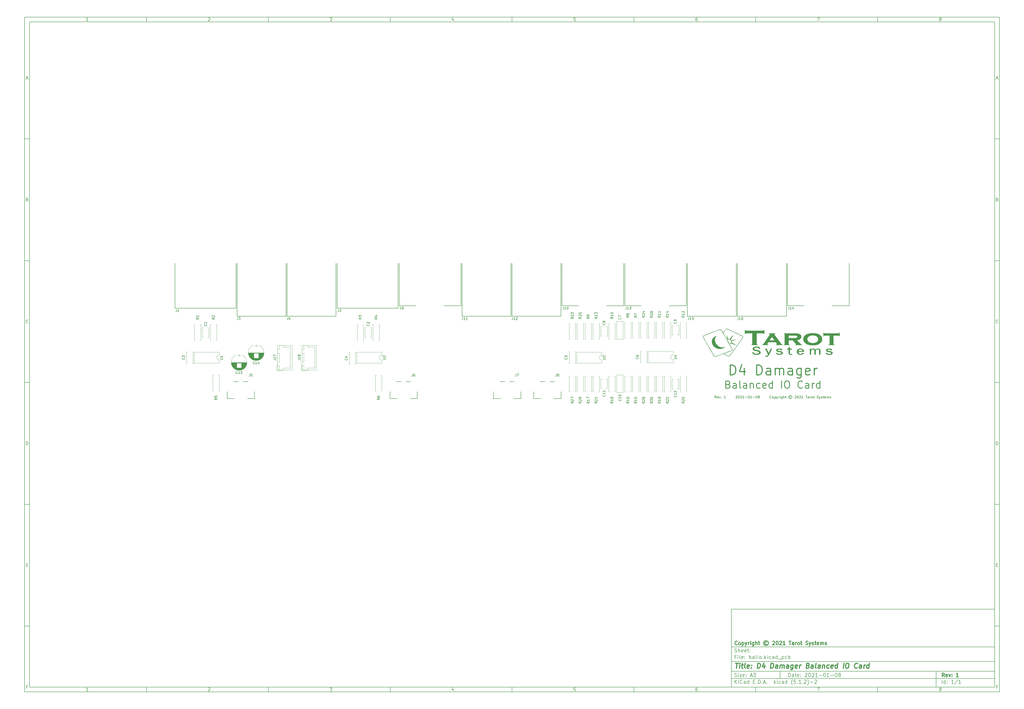
<source format=gbr>
G04 #@! TF.GenerationSoftware,KiCad,Pcbnew,(5.1.2)-2*
G04 #@! TF.CreationDate,2021-01-08T22:00:01+00:00*
G04 #@! TF.ProjectId,balio,62616c69-6f2e-46b6-9963-61645f706362,1*
G04 #@! TF.SameCoordinates,PX42c1d80PYa21fe80*
G04 #@! TF.FileFunction,Legend,Top*
G04 #@! TF.FilePolarity,Positive*
%FSLAX46Y46*%
G04 Gerber Fmt 4.6, Leading zero omitted, Abs format (unit mm)*
G04 Created by KiCad (PCBNEW (5.1.2)-2) date 2021-01-08 22:00:01*
%MOMM*%
%LPD*%
G04 APERTURE LIST*
%ADD10C,0.100000*%
%ADD11C,0.150000*%
%ADD12C,0.300000*%
%ADD13C,0.400000*%
%ADD14C,0.350000*%
%ADD15C,0.120000*%
%ADD16C,0.010000*%
%ADD17C,1.702000*%
%ADD18O,1.702000X1.702000*%
%ADD19C,3.302000*%
%ADD20C,2.502000*%
%ADD21C,5.102000*%
%ADD22C,3.102000*%
%ADD23R,1.702000X1.702000*%
%ADD24R,1.702000X2.502000*%
%ADD25O,1.702000X2.502000*%
%ADD26R,1.852000X1.852000*%
%ADD27C,1.852000*%
G04 APERTURE END LIST*
D10*
D11*
X229989000Y-83002200D02*
X229989000Y-115002200D01*
X337989000Y-115002200D01*
X337989000Y-83002200D01*
X229989000Y-83002200D01*
D10*
D11*
X-60000000Y160000000D02*
X-60000000Y-117002200D01*
X339989000Y-117002200D01*
X339989000Y160000000D01*
X-60000000Y160000000D01*
D10*
D11*
X-58000000Y158000000D02*
X-58000000Y-115002200D01*
X337989000Y-115002200D01*
X337989000Y158000000D01*
X-58000000Y158000000D01*
D10*
D11*
X-10000000Y158000000D02*
X-10000000Y160000000D01*
D10*
D11*
X40000000Y158000000D02*
X40000000Y160000000D01*
D10*
D11*
X90000000Y158000000D02*
X90000000Y160000000D01*
D10*
D11*
X140000000Y158000000D02*
X140000000Y160000000D01*
D10*
D11*
X190000000Y158000000D02*
X190000000Y160000000D01*
D10*
D11*
X240000000Y158000000D02*
X240000000Y160000000D01*
D10*
D11*
X290000000Y158000000D02*
X290000000Y160000000D01*
D10*
D11*
X-33934524Y158411905D02*
X-34677381Y158411905D01*
X-34305953Y158411905D02*
X-34305953Y159711905D01*
X-34429762Y159526191D01*
X-34553572Y159402381D01*
X-34677381Y159340477D01*
D10*
D11*
X15322619Y159588096D02*
X15384523Y159650000D01*
X15508333Y159711905D01*
X15817857Y159711905D01*
X15941666Y159650000D01*
X16003571Y159588096D01*
X16065476Y159464286D01*
X16065476Y159340477D01*
X16003571Y159154762D01*
X15260714Y158411905D01*
X16065476Y158411905D01*
D10*
D11*
X65260714Y159711905D02*
X66065476Y159711905D01*
X65632142Y159216667D01*
X65817857Y159216667D01*
X65941666Y159154762D01*
X66003571Y159092858D01*
X66065476Y158969048D01*
X66065476Y158659524D01*
X66003571Y158535715D01*
X65941666Y158473810D01*
X65817857Y158411905D01*
X65446428Y158411905D01*
X65322619Y158473810D01*
X65260714Y158535715D01*
D10*
D11*
X115941666Y159278572D02*
X115941666Y158411905D01*
X115632142Y159773810D02*
X115322619Y158845239D01*
X116127380Y158845239D01*
D10*
D11*
X166003571Y159711905D02*
X165384523Y159711905D01*
X165322619Y159092858D01*
X165384523Y159154762D01*
X165508333Y159216667D01*
X165817857Y159216667D01*
X165941666Y159154762D01*
X166003571Y159092858D01*
X166065476Y158969048D01*
X166065476Y158659524D01*
X166003571Y158535715D01*
X165941666Y158473810D01*
X165817857Y158411905D01*
X165508333Y158411905D01*
X165384523Y158473810D01*
X165322619Y158535715D01*
D10*
D11*
X215941666Y159711905D02*
X215694047Y159711905D01*
X215570238Y159650000D01*
X215508333Y159588096D01*
X215384523Y159402381D01*
X215322619Y159154762D01*
X215322619Y158659524D01*
X215384523Y158535715D01*
X215446428Y158473810D01*
X215570238Y158411905D01*
X215817857Y158411905D01*
X215941666Y158473810D01*
X216003571Y158535715D01*
X216065476Y158659524D01*
X216065476Y158969048D01*
X216003571Y159092858D01*
X215941666Y159154762D01*
X215817857Y159216667D01*
X215570238Y159216667D01*
X215446428Y159154762D01*
X215384523Y159092858D01*
X215322619Y158969048D01*
D10*
D11*
X265260714Y159711905D02*
X266127380Y159711905D01*
X265570238Y158411905D01*
D10*
D11*
X315570238Y159154762D02*
X315446428Y159216667D01*
X315384523Y159278572D01*
X315322619Y159402381D01*
X315322619Y159464286D01*
X315384523Y159588096D01*
X315446428Y159650000D01*
X315570238Y159711905D01*
X315817857Y159711905D01*
X315941666Y159650000D01*
X316003571Y159588096D01*
X316065476Y159464286D01*
X316065476Y159402381D01*
X316003571Y159278572D01*
X315941666Y159216667D01*
X315817857Y159154762D01*
X315570238Y159154762D01*
X315446428Y159092858D01*
X315384523Y159030953D01*
X315322619Y158907143D01*
X315322619Y158659524D01*
X315384523Y158535715D01*
X315446428Y158473810D01*
X315570238Y158411905D01*
X315817857Y158411905D01*
X315941666Y158473810D01*
X316003571Y158535715D01*
X316065476Y158659524D01*
X316065476Y158907143D01*
X316003571Y159030953D01*
X315941666Y159092858D01*
X315817857Y159154762D01*
D10*
D11*
X-10000000Y-115002200D02*
X-10000000Y-117002200D01*
D10*
D11*
X40000000Y-115002200D02*
X40000000Y-117002200D01*
D10*
D11*
X90000000Y-115002200D02*
X90000000Y-117002200D01*
D10*
D11*
X140000000Y-115002200D02*
X140000000Y-117002200D01*
D10*
D11*
X190000000Y-115002200D02*
X190000000Y-117002200D01*
D10*
D11*
X240000000Y-115002200D02*
X240000000Y-117002200D01*
D10*
D11*
X290000000Y-115002200D02*
X290000000Y-117002200D01*
D10*
D11*
X-33934524Y-116590295D02*
X-34677381Y-116590295D01*
X-34305953Y-116590295D02*
X-34305953Y-115290295D01*
X-34429762Y-115476009D01*
X-34553572Y-115599819D01*
X-34677381Y-115661723D01*
D10*
D11*
X15322619Y-115414104D02*
X15384523Y-115352200D01*
X15508333Y-115290295D01*
X15817857Y-115290295D01*
X15941666Y-115352200D01*
X16003571Y-115414104D01*
X16065476Y-115537914D01*
X16065476Y-115661723D01*
X16003571Y-115847438D01*
X15260714Y-116590295D01*
X16065476Y-116590295D01*
D10*
D11*
X65260714Y-115290295D02*
X66065476Y-115290295D01*
X65632142Y-115785533D01*
X65817857Y-115785533D01*
X65941666Y-115847438D01*
X66003571Y-115909342D01*
X66065476Y-116033152D01*
X66065476Y-116342676D01*
X66003571Y-116466485D01*
X65941666Y-116528390D01*
X65817857Y-116590295D01*
X65446428Y-116590295D01*
X65322619Y-116528390D01*
X65260714Y-116466485D01*
D10*
D11*
X115941666Y-115723628D02*
X115941666Y-116590295D01*
X115632142Y-115228390D02*
X115322619Y-116156961D01*
X116127380Y-116156961D01*
D10*
D11*
X166003571Y-115290295D02*
X165384523Y-115290295D01*
X165322619Y-115909342D01*
X165384523Y-115847438D01*
X165508333Y-115785533D01*
X165817857Y-115785533D01*
X165941666Y-115847438D01*
X166003571Y-115909342D01*
X166065476Y-116033152D01*
X166065476Y-116342676D01*
X166003571Y-116466485D01*
X165941666Y-116528390D01*
X165817857Y-116590295D01*
X165508333Y-116590295D01*
X165384523Y-116528390D01*
X165322619Y-116466485D01*
D10*
D11*
X215941666Y-115290295D02*
X215694047Y-115290295D01*
X215570238Y-115352200D01*
X215508333Y-115414104D01*
X215384523Y-115599819D01*
X215322619Y-115847438D01*
X215322619Y-116342676D01*
X215384523Y-116466485D01*
X215446428Y-116528390D01*
X215570238Y-116590295D01*
X215817857Y-116590295D01*
X215941666Y-116528390D01*
X216003571Y-116466485D01*
X216065476Y-116342676D01*
X216065476Y-116033152D01*
X216003571Y-115909342D01*
X215941666Y-115847438D01*
X215817857Y-115785533D01*
X215570238Y-115785533D01*
X215446428Y-115847438D01*
X215384523Y-115909342D01*
X215322619Y-116033152D01*
D10*
D11*
X265260714Y-115290295D02*
X266127380Y-115290295D01*
X265570238Y-116590295D01*
D10*
D11*
X315570238Y-115847438D02*
X315446428Y-115785533D01*
X315384523Y-115723628D01*
X315322619Y-115599819D01*
X315322619Y-115537914D01*
X315384523Y-115414104D01*
X315446428Y-115352200D01*
X315570238Y-115290295D01*
X315817857Y-115290295D01*
X315941666Y-115352200D01*
X316003571Y-115414104D01*
X316065476Y-115537914D01*
X316065476Y-115599819D01*
X316003571Y-115723628D01*
X315941666Y-115785533D01*
X315817857Y-115847438D01*
X315570238Y-115847438D01*
X315446428Y-115909342D01*
X315384523Y-115971247D01*
X315322619Y-116095057D01*
X315322619Y-116342676D01*
X315384523Y-116466485D01*
X315446428Y-116528390D01*
X315570238Y-116590295D01*
X315817857Y-116590295D01*
X315941666Y-116528390D01*
X316003571Y-116466485D01*
X316065476Y-116342676D01*
X316065476Y-116095057D01*
X316003571Y-115971247D01*
X315941666Y-115909342D01*
X315817857Y-115847438D01*
D10*
D11*
X-60000000Y110000000D02*
X-58000000Y110000000D01*
D10*
D11*
X-60000000Y60000000D02*
X-58000000Y60000000D01*
D10*
D11*
X-60000000Y10000000D02*
X-58000000Y10000000D01*
D10*
D11*
X-60000000Y-40000000D02*
X-58000000Y-40000000D01*
D10*
D11*
X-60000000Y-90000000D02*
X-58000000Y-90000000D01*
D10*
D11*
X-59309524Y134783334D02*
X-58690477Y134783334D01*
X-59433334Y134411905D02*
X-59000000Y135711905D01*
X-58566667Y134411905D01*
D10*
D11*
X-58907143Y85092858D02*
X-58721429Y85030953D01*
X-58659524Y84969048D01*
X-58597620Y84845239D01*
X-58597620Y84659524D01*
X-58659524Y84535715D01*
X-58721429Y84473810D01*
X-58845239Y84411905D01*
X-59340477Y84411905D01*
X-59340477Y85711905D01*
X-58907143Y85711905D01*
X-58783334Y85650000D01*
X-58721429Y85588096D01*
X-58659524Y85464286D01*
X-58659524Y85340477D01*
X-58721429Y85216667D01*
X-58783334Y85154762D01*
X-58907143Y85092858D01*
X-59340477Y85092858D01*
D10*
D11*
X-58597620Y34535715D02*
X-58659524Y34473810D01*
X-58845239Y34411905D01*
X-58969048Y34411905D01*
X-59154762Y34473810D01*
X-59278572Y34597620D01*
X-59340477Y34721429D01*
X-59402381Y34969048D01*
X-59402381Y35154762D01*
X-59340477Y35402381D01*
X-59278572Y35526191D01*
X-59154762Y35650000D01*
X-58969048Y35711905D01*
X-58845239Y35711905D01*
X-58659524Y35650000D01*
X-58597620Y35588096D01*
D10*
D11*
X-59340477Y-15588095D02*
X-59340477Y-14288095D01*
X-59030953Y-14288095D01*
X-58845239Y-14350000D01*
X-58721429Y-14473809D01*
X-58659524Y-14597619D01*
X-58597620Y-14845238D01*
X-58597620Y-15030952D01*
X-58659524Y-15278571D01*
X-58721429Y-15402380D01*
X-58845239Y-15526190D01*
X-59030953Y-15588095D01*
X-59340477Y-15588095D01*
D10*
D11*
X-59278572Y-64907142D02*
X-58845239Y-64907142D01*
X-58659524Y-65588095D02*
X-59278572Y-65588095D01*
X-59278572Y-64288095D01*
X-58659524Y-64288095D01*
D10*
D11*
X-58814286Y-114907142D02*
X-59247620Y-114907142D01*
X-59247620Y-115588095D02*
X-59247620Y-114288095D01*
X-58628572Y-114288095D01*
D10*
D11*
X339989000Y110000000D02*
X337989000Y110000000D01*
D10*
D11*
X339989000Y60000000D02*
X337989000Y60000000D01*
D10*
D11*
X339989000Y10000000D02*
X337989000Y10000000D01*
D10*
D11*
X339989000Y-40000000D02*
X337989000Y-40000000D01*
D10*
D11*
X339989000Y-90000000D02*
X337989000Y-90000000D01*
D10*
D11*
X338679476Y134783334D02*
X339298523Y134783334D01*
X338555666Y134411905D02*
X338989000Y135711905D01*
X339422333Y134411905D01*
D10*
D11*
X339081857Y85092858D02*
X339267571Y85030953D01*
X339329476Y84969048D01*
X339391380Y84845239D01*
X339391380Y84659524D01*
X339329476Y84535715D01*
X339267571Y84473810D01*
X339143761Y84411905D01*
X338648523Y84411905D01*
X338648523Y85711905D01*
X339081857Y85711905D01*
X339205666Y85650000D01*
X339267571Y85588096D01*
X339329476Y85464286D01*
X339329476Y85340477D01*
X339267571Y85216667D01*
X339205666Y85154762D01*
X339081857Y85092858D01*
X338648523Y85092858D01*
D10*
D11*
X339391380Y34535715D02*
X339329476Y34473810D01*
X339143761Y34411905D01*
X339019952Y34411905D01*
X338834238Y34473810D01*
X338710428Y34597620D01*
X338648523Y34721429D01*
X338586619Y34969048D01*
X338586619Y35154762D01*
X338648523Y35402381D01*
X338710428Y35526191D01*
X338834238Y35650000D01*
X339019952Y35711905D01*
X339143761Y35711905D01*
X339329476Y35650000D01*
X339391380Y35588096D01*
D10*
D11*
X338648523Y-15588095D02*
X338648523Y-14288095D01*
X338958047Y-14288095D01*
X339143761Y-14350000D01*
X339267571Y-14473809D01*
X339329476Y-14597619D01*
X339391380Y-14845238D01*
X339391380Y-15030952D01*
X339329476Y-15278571D01*
X339267571Y-15402380D01*
X339143761Y-15526190D01*
X338958047Y-15588095D01*
X338648523Y-15588095D01*
D10*
D11*
X338710428Y-64907142D02*
X339143761Y-64907142D01*
X339329476Y-65588095D02*
X338710428Y-65588095D01*
X338710428Y-64288095D01*
X339329476Y-64288095D01*
D10*
D11*
X339174714Y-114907142D02*
X338741380Y-114907142D01*
X338741380Y-115588095D02*
X338741380Y-114288095D01*
X339360428Y-114288095D01*
D10*
D11*
X253421142Y-110780771D02*
X253421142Y-109280771D01*
X253778285Y-109280771D01*
X253992571Y-109352200D01*
X254135428Y-109495057D01*
X254206857Y-109637914D01*
X254278285Y-109923628D01*
X254278285Y-110137914D01*
X254206857Y-110423628D01*
X254135428Y-110566485D01*
X253992571Y-110709342D01*
X253778285Y-110780771D01*
X253421142Y-110780771D01*
X255564000Y-110780771D02*
X255564000Y-109995057D01*
X255492571Y-109852200D01*
X255349714Y-109780771D01*
X255064000Y-109780771D01*
X254921142Y-109852200D01*
X255564000Y-110709342D02*
X255421142Y-110780771D01*
X255064000Y-110780771D01*
X254921142Y-110709342D01*
X254849714Y-110566485D01*
X254849714Y-110423628D01*
X254921142Y-110280771D01*
X255064000Y-110209342D01*
X255421142Y-110209342D01*
X255564000Y-110137914D01*
X256064000Y-109780771D02*
X256635428Y-109780771D01*
X256278285Y-109280771D02*
X256278285Y-110566485D01*
X256349714Y-110709342D01*
X256492571Y-110780771D01*
X256635428Y-110780771D01*
X257706857Y-110709342D02*
X257564000Y-110780771D01*
X257278285Y-110780771D01*
X257135428Y-110709342D01*
X257064000Y-110566485D01*
X257064000Y-109995057D01*
X257135428Y-109852200D01*
X257278285Y-109780771D01*
X257564000Y-109780771D01*
X257706857Y-109852200D01*
X257778285Y-109995057D01*
X257778285Y-110137914D01*
X257064000Y-110280771D01*
X258421142Y-110637914D02*
X258492571Y-110709342D01*
X258421142Y-110780771D01*
X258349714Y-110709342D01*
X258421142Y-110637914D01*
X258421142Y-110780771D01*
X258421142Y-109852200D02*
X258492571Y-109923628D01*
X258421142Y-109995057D01*
X258349714Y-109923628D01*
X258421142Y-109852200D01*
X258421142Y-109995057D01*
X260206857Y-109423628D02*
X260278285Y-109352200D01*
X260421142Y-109280771D01*
X260778285Y-109280771D01*
X260921142Y-109352200D01*
X260992571Y-109423628D01*
X261064000Y-109566485D01*
X261064000Y-109709342D01*
X260992571Y-109923628D01*
X260135428Y-110780771D01*
X261064000Y-110780771D01*
X261992571Y-109280771D02*
X262135428Y-109280771D01*
X262278285Y-109352200D01*
X262349714Y-109423628D01*
X262421142Y-109566485D01*
X262492571Y-109852200D01*
X262492571Y-110209342D01*
X262421142Y-110495057D01*
X262349714Y-110637914D01*
X262278285Y-110709342D01*
X262135428Y-110780771D01*
X261992571Y-110780771D01*
X261849714Y-110709342D01*
X261778285Y-110637914D01*
X261706857Y-110495057D01*
X261635428Y-110209342D01*
X261635428Y-109852200D01*
X261706857Y-109566485D01*
X261778285Y-109423628D01*
X261849714Y-109352200D01*
X261992571Y-109280771D01*
X263064000Y-109423628D02*
X263135428Y-109352200D01*
X263278285Y-109280771D01*
X263635428Y-109280771D01*
X263778285Y-109352200D01*
X263849714Y-109423628D01*
X263921142Y-109566485D01*
X263921142Y-109709342D01*
X263849714Y-109923628D01*
X262992571Y-110780771D01*
X263921142Y-110780771D01*
X265349714Y-110780771D02*
X264492571Y-110780771D01*
X264921142Y-110780771D02*
X264921142Y-109280771D01*
X264778285Y-109495057D01*
X264635428Y-109637914D01*
X264492571Y-109709342D01*
X265992571Y-110209342D02*
X267135428Y-110209342D01*
X268135428Y-109280771D02*
X268278285Y-109280771D01*
X268421142Y-109352200D01*
X268492571Y-109423628D01*
X268564000Y-109566485D01*
X268635428Y-109852200D01*
X268635428Y-110209342D01*
X268564000Y-110495057D01*
X268492571Y-110637914D01*
X268421142Y-110709342D01*
X268278285Y-110780771D01*
X268135428Y-110780771D01*
X267992571Y-110709342D01*
X267921142Y-110637914D01*
X267849714Y-110495057D01*
X267778285Y-110209342D01*
X267778285Y-109852200D01*
X267849714Y-109566485D01*
X267921142Y-109423628D01*
X267992571Y-109352200D01*
X268135428Y-109280771D01*
X270064000Y-110780771D02*
X269206857Y-110780771D01*
X269635428Y-110780771D02*
X269635428Y-109280771D01*
X269492571Y-109495057D01*
X269349714Y-109637914D01*
X269206857Y-109709342D01*
X270706857Y-110209342D02*
X271849714Y-110209342D01*
X272849714Y-109280771D02*
X272992571Y-109280771D01*
X273135428Y-109352200D01*
X273206857Y-109423628D01*
X273278285Y-109566485D01*
X273349714Y-109852200D01*
X273349714Y-110209342D01*
X273278285Y-110495057D01*
X273206857Y-110637914D01*
X273135428Y-110709342D01*
X272992571Y-110780771D01*
X272849714Y-110780771D01*
X272706857Y-110709342D01*
X272635428Y-110637914D01*
X272564000Y-110495057D01*
X272492571Y-110209342D01*
X272492571Y-109852200D01*
X272564000Y-109566485D01*
X272635428Y-109423628D01*
X272706857Y-109352200D01*
X272849714Y-109280771D01*
X274206857Y-109923628D02*
X274064000Y-109852200D01*
X273992571Y-109780771D01*
X273921142Y-109637914D01*
X273921142Y-109566485D01*
X273992571Y-109423628D01*
X274064000Y-109352200D01*
X274206857Y-109280771D01*
X274492571Y-109280771D01*
X274635428Y-109352200D01*
X274706857Y-109423628D01*
X274778285Y-109566485D01*
X274778285Y-109637914D01*
X274706857Y-109780771D01*
X274635428Y-109852200D01*
X274492571Y-109923628D01*
X274206857Y-109923628D01*
X274064000Y-109995057D01*
X273992571Y-110066485D01*
X273921142Y-110209342D01*
X273921142Y-110495057D01*
X273992571Y-110637914D01*
X274064000Y-110709342D01*
X274206857Y-110780771D01*
X274492571Y-110780771D01*
X274635428Y-110709342D01*
X274706857Y-110637914D01*
X274778285Y-110495057D01*
X274778285Y-110209342D01*
X274706857Y-110066485D01*
X274635428Y-109995057D01*
X274492571Y-109923628D01*
D10*
D11*
X229989000Y-111502200D02*
X337989000Y-111502200D01*
D10*
D11*
X231421142Y-113580771D02*
X231421142Y-112080771D01*
X232278285Y-113580771D02*
X231635428Y-112723628D01*
X232278285Y-112080771D02*
X231421142Y-112937914D01*
X232921142Y-113580771D02*
X232921142Y-112580771D01*
X232921142Y-112080771D02*
X232849714Y-112152200D01*
X232921142Y-112223628D01*
X232992571Y-112152200D01*
X232921142Y-112080771D01*
X232921142Y-112223628D01*
X234492571Y-113437914D02*
X234421142Y-113509342D01*
X234206857Y-113580771D01*
X234064000Y-113580771D01*
X233849714Y-113509342D01*
X233706857Y-113366485D01*
X233635428Y-113223628D01*
X233564000Y-112937914D01*
X233564000Y-112723628D01*
X233635428Y-112437914D01*
X233706857Y-112295057D01*
X233849714Y-112152200D01*
X234064000Y-112080771D01*
X234206857Y-112080771D01*
X234421142Y-112152200D01*
X234492571Y-112223628D01*
X235778285Y-113580771D02*
X235778285Y-112795057D01*
X235706857Y-112652200D01*
X235564000Y-112580771D01*
X235278285Y-112580771D01*
X235135428Y-112652200D01*
X235778285Y-113509342D02*
X235635428Y-113580771D01*
X235278285Y-113580771D01*
X235135428Y-113509342D01*
X235064000Y-113366485D01*
X235064000Y-113223628D01*
X235135428Y-113080771D01*
X235278285Y-113009342D01*
X235635428Y-113009342D01*
X235778285Y-112937914D01*
X237135428Y-113580771D02*
X237135428Y-112080771D01*
X237135428Y-113509342D02*
X236992571Y-113580771D01*
X236706857Y-113580771D01*
X236564000Y-113509342D01*
X236492571Y-113437914D01*
X236421142Y-113295057D01*
X236421142Y-112866485D01*
X236492571Y-112723628D01*
X236564000Y-112652200D01*
X236706857Y-112580771D01*
X236992571Y-112580771D01*
X237135428Y-112652200D01*
X238992571Y-112795057D02*
X239492571Y-112795057D01*
X239706857Y-113580771D02*
X238992571Y-113580771D01*
X238992571Y-112080771D01*
X239706857Y-112080771D01*
X240349714Y-113437914D02*
X240421142Y-113509342D01*
X240349714Y-113580771D01*
X240278285Y-113509342D01*
X240349714Y-113437914D01*
X240349714Y-113580771D01*
X241064000Y-113580771D02*
X241064000Y-112080771D01*
X241421142Y-112080771D01*
X241635428Y-112152200D01*
X241778285Y-112295057D01*
X241849714Y-112437914D01*
X241921142Y-112723628D01*
X241921142Y-112937914D01*
X241849714Y-113223628D01*
X241778285Y-113366485D01*
X241635428Y-113509342D01*
X241421142Y-113580771D01*
X241064000Y-113580771D01*
X242564000Y-113437914D02*
X242635428Y-113509342D01*
X242564000Y-113580771D01*
X242492571Y-113509342D01*
X242564000Y-113437914D01*
X242564000Y-113580771D01*
X243206857Y-113152200D02*
X243921142Y-113152200D01*
X243064000Y-113580771D02*
X243564000Y-112080771D01*
X244064000Y-113580771D01*
X244564000Y-113437914D02*
X244635428Y-113509342D01*
X244564000Y-113580771D01*
X244492571Y-113509342D01*
X244564000Y-113437914D01*
X244564000Y-113580771D01*
X247564000Y-113580771D02*
X247564000Y-112080771D01*
X247706857Y-113009342D02*
X248135428Y-113580771D01*
X248135428Y-112580771D02*
X247564000Y-113152200D01*
X248778285Y-113580771D02*
X248778285Y-112580771D01*
X248778285Y-112080771D02*
X248706857Y-112152200D01*
X248778285Y-112223628D01*
X248849714Y-112152200D01*
X248778285Y-112080771D01*
X248778285Y-112223628D01*
X250135428Y-113509342D02*
X249992571Y-113580771D01*
X249706857Y-113580771D01*
X249564000Y-113509342D01*
X249492571Y-113437914D01*
X249421142Y-113295057D01*
X249421142Y-112866485D01*
X249492571Y-112723628D01*
X249564000Y-112652200D01*
X249706857Y-112580771D01*
X249992571Y-112580771D01*
X250135428Y-112652200D01*
X251421142Y-113580771D02*
X251421142Y-112795057D01*
X251349714Y-112652200D01*
X251206857Y-112580771D01*
X250921142Y-112580771D01*
X250778285Y-112652200D01*
X251421142Y-113509342D02*
X251278285Y-113580771D01*
X250921142Y-113580771D01*
X250778285Y-113509342D01*
X250706857Y-113366485D01*
X250706857Y-113223628D01*
X250778285Y-113080771D01*
X250921142Y-113009342D01*
X251278285Y-113009342D01*
X251421142Y-112937914D01*
X252778285Y-113580771D02*
X252778285Y-112080771D01*
X252778285Y-113509342D02*
X252635428Y-113580771D01*
X252349714Y-113580771D01*
X252206857Y-113509342D01*
X252135428Y-113437914D01*
X252064000Y-113295057D01*
X252064000Y-112866485D01*
X252135428Y-112723628D01*
X252206857Y-112652200D01*
X252349714Y-112580771D01*
X252635428Y-112580771D01*
X252778285Y-112652200D01*
X255064000Y-114152200D02*
X254992571Y-114080771D01*
X254849714Y-113866485D01*
X254778285Y-113723628D01*
X254706857Y-113509342D01*
X254635428Y-113152200D01*
X254635428Y-112866485D01*
X254706857Y-112509342D01*
X254778285Y-112295057D01*
X254849714Y-112152200D01*
X254992571Y-111937914D01*
X255064000Y-111866485D01*
X256349714Y-112080771D02*
X255635428Y-112080771D01*
X255564000Y-112795057D01*
X255635428Y-112723628D01*
X255778285Y-112652200D01*
X256135428Y-112652200D01*
X256278285Y-112723628D01*
X256349714Y-112795057D01*
X256421142Y-112937914D01*
X256421142Y-113295057D01*
X256349714Y-113437914D01*
X256278285Y-113509342D01*
X256135428Y-113580771D01*
X255778285Y-113580771D01*
X255635428Y-113509342D01*
X255564000Y-113437914D01*
X257064000Y-113437914D02*
X257135428Y-113509342D01*
X257064000Y-113580771D01*
X256992571Y-113509342D01*
X257064000Y-113437914D01*
X257064000Y-113580771D01*
X258564000Y-113580771D02*
X257706857Y-113580771D01*
X258135428Y-113580771D02*
X258135428Y-112080771D01*
X257992571Y-112295057D01*
X257849714Y-112437914D01*
X257706857Y-112509342D01*
X259206857Y-113437914D02*
X259278285Y-113509342D01*
X259206857Y-113580771D01*
X259135428Y-113509342D01*
X259206857Y-113437914D01*
X259206857Y-113580771D01*
X259849714Y-112223628D02*
X259921142Y-112152200D01*
X260064000Y-112080771D01*
X260421142Y-112080771D01*
X260564000Y-112152200D01*
X260635428Y-112223628D01*
X260706857Y-112366485D01*
X260706857Y-112509342D01*
X260635428Y-112723628D01*
X259778285Y-113580771D01*
X260706857Y-113580771D01*
X261206857Y-114152200D02*
X261278285Y-114080771D01*
X261421142Y-113866485D01*
X261492571Y-113723628D01*
X261564000Y-113509342D01*
X261635428Y-113152200D01*
X261635428Y-112866485D01*
X261564000Y-112509342D01*
X261492571Y-112295057D01*
X261421142Y-112152200D01*
X261278285Y-111937914D01*
X261206857Y-111866485D01*
X262349714Y-113009342D02*
X263492571Y-113009342D01*
X264135428Y-112223628D02*
X264206857Y-112152200D01*
X264349714Y-112080771D01*
X264706857Y-112080771D01*
X264849714Y-112152200D01*
X264921142Y-112223628D01*
X264992571Y-112366485D01*
X264992571Y-112509342D01*
X264921142Y-112723628D01*
X264064000Y-113580771D01*
X264992571Y-113580771D01*
D10*
D11*
X229989000Y-108502200D02*
X337989000Y-108502200D01*
D10*
D12*
X317398285Y-110780771D02*
X316898285Y-110066485D01*
X316541142Y-110780771D02*
X316541142Y-109280771D01*
X317112571Y-109280771D01*
X317255428Y-109352200D01*
X317326857Y-109423628D01*
X317398285Y-109566485D01*
X317398285Y-109780771D01*
X317326857Y-109923628D01*
X317255428Y-109995057D01*
X317112571Y-110066485D01*
X316541142Y-110066485D01*
X318612571Y-110709342D02*
X318469714Y-110780771D01*
X318184000Y-110780771D01*
X318041142Y-110709342D01*
X317969714Y-110566485D01*
X317969714Y-109995057D01*
X318041142Y-109852200D01*
X318184000Y-109780771D01*
X318469714Y-109780771D01*
X318612571Y-109852200D01*
X318684000Y-109995057D01*
X318684000Y-110137914D01*
X317969714Y-110280771D01*
X319184000Y-109780771D02*
X319541142Y-110780771D01*
X319898285Y-109780771D01*
X320469714Y-110637914D02*
X320541142Y-110709342D01*
X320469714Y-110780771D01*
X320398285Y-110709342D01*
X320469714Y-110637914D01*
X320469714Y-110780771D01*
X320469714Y-109852200D02*
X320541142Y-109923628D01*
X320469714Y-109995057D01*
X320398285Y-109923628D01*
X320469714Y-109852200D01*
X320469714Y-109995057D01*
X323112571Y-110780771D02*
X322255428Y-110780771D01*
X322684000Y-110780771D02*
X322684000Y-109280771D01*
X322541142Y-109495057D01*
X322398285Y-109637914D01*
X322255428Y-109709342D01*
D10*
D11*
X231349714Y-110709342D02*
X231564000Y-110780771D01*
X231921142Y-110780771D01*
X232064000Y-110709342D01*
X232135428Y-110637914D01*
X232206857Y-110495057D01*
X232206857Y-110352200D01*
X232135428Y-110209342D01*
X232064000Y-110137914D01*
X231921142Y-110066485D01*
X231635428Y-109995057D01*
X231492571Y-109923628D01*
X231421142Y-109852200D01*
X231349714Y-109709342D01*
X231349714Y-109566485D01*
X231421142Y-109423628D01*
X231492571Y-109352200D01*
X231635428Y-109280771D01*
X231992571Y-109280771D01*
X232206857Y-109352200D01*
X232849714Y-110780771D02*
X232849714Y-109780771D01*
X232849714Y-109280771D02*
X232778285Y-109352200D01*
X232849714Y-109423628D01*
X232921142Y-109352200D01*
X232849714Y-109280771D01*
X232849714Y-109423628D01*
X233421142Y-109780771D02*
X234206857Y-109780771D01*
X233421142Y-110780771D01*
X234206857Y-110780771D01*
X235349714Y-110709342D02*
X235206857Y-110780771D01*
X234921142Y-110780771D01*
X234778285Y-110709342D01*
X234706857Y-110566485D01*
X234706857Y-109995057D01*
X234778285Y-109852200D01*
X234921142Y-109780771D01*
X235206857Y-109780771D01*
X235349714Y-109852200D01*
X235421142Y-109995057D01*
X235421142Y-110137914D01*
X234706857Y-110280771D01*
X236064000Y-110637914D02*
X236135428Y-110709342D01*
X236064000Y-110780771D01*
X235992571Y-110709342D01*
X236064000Y-110637914D01*
X236064000Y-110780771D01*
X236064000Y-109852200D02*
X236135428Y-109923628D01*
X236064000Y-109995057D01*
X235992571Y-109923628D01*
X236064000Y-109852200D01*
X236064000Y-109995057D01*
X237849714Y-110352200D02*
X238564000Y-110352200D01*
X237706857Y-110780771D02*
X238206857Y-109280771D01*
X238706857Y-110780771D01*
X239064000Y-109280771D02*
X239992571Y-109280771D01*
X239492571Y-109852200D01*
X239706857Y-109852200D01*
X239849714Y-109923628D01*
X239921142Y-109995057D01*
X239992571Y-110137914D01*
X239992571Y-110495057D01*
X239921142Y-110637914D01*
X239849714Y-110709342D01*
X239706857Y-110780771D01*
X239278285Y-110780771D01*
X239135428Y-110709342D01*
X239064000Y-110637914D01*
D10*
D11*
X316421142Y-113580771D02*
X316421142Y-112080771D01*
X317778285Y-113580771D02*
X317778285Y-112080771D01*
X317778285Y-113509342D02*
X317635428Y-113580771D01*
X317349714Y-113580771D01*
X317206857Y-113509342D01*
X317135428Y-113437914D01*
X317064000Y-113295057D01*
X317064000Y-112866485D01*
X317135428Y-112723628D01*
X317206857Y-112652200D01*
X317349714Y-112580771D01*
X317635428Y-112580771D01*
X317778285Y-112652200D01*
X318492571Y-113437914D02*
X318564000Y-113509342D01*
X318492571Y-113580771D01*
X318421142Y-113509342D01*
X318492571Y-113437914D01*
X318492571Y-113580771D01*
X318492571Y-112652200D02*
X318564000Y-112723628D01*
X318492571Y-112795057D01*
X318421142Y-112723628D01*
X318492571Y-112652200D01*
X318492571Y-112795057D01*
X321135428Y-113580771D02*
X320278285Y-113580771D01*
X320706857Y-113580771D02*
X320706857Y-112080771D01*
X320564000Y-112295057D01*
X320421142Y-112437914D01*
X320278285Y-112509342D01*
X322849714Y-112009342D02*
X321564000Y-113937914D01*
X324135428Y-113580771D02*
X323278285Y-113580771D01*
X323706857Y-113580771D02*
X323706857Y-112080771D01*
X323564000Y-112295057D01*
X323421142Y-112437914D01*
X323278285Y-112509342D01*
D10*
D11*
X229989000Y-104502200D02*
X337989000Y-104502200D01*
D10*
D13*
X231701380Y-105206961D02*
X232844238Y-105206961D01*
X232022809Y-107206961D02*
X232272809Y-105206961D01*
X233260904Y-107206961D02*
X233427571Y-105873628D01*
X233510904Y-105206961D02*
X233403761Y-105302200D01*
X233487095Y-105397438D01*
X233594238Y-105302200D01*
X233510904Y-105206961D01*
X233487095Y-105397438D01*
X234094238Y-105873628D02*
X234856142Y-105873628D01*
X234463285Y-105206961D02*
X234249000Y-106921247D01*
X234320428Y-107111723D01*
X234499000Y-107206961D01*
X234689476Y-107206961D01*
X235641857Y-107206961D02*
X235463285Y-107111723D01*
X235391857Y-106921247D01*
X235606142Y-105206961D01*
X237177571Y-107111723D02*
X236975190Y-107206961D01*
X236594238Y-107206961D01*
X236415666Y-107111723D01*
X236344238Y-106921247D01*
X236439476Y-106159342D01*
X236558523Y-105968866D01*
X236760904Y-105873628D01*
X237141857Y-105873628D01*
X237320428Y-105968866D01*
X237391857Y-106159342D01*
X237368047Y-106349819D01*
X236391857Y-106540295D01*
X238141857Y-107016485D02*
X238225190Y-107111723D01*
X238118047Y-107206961D01*
X238034714Y-107111723D01*
X238141857Y-107016485D01*
X238118047Y-107206961D01*
X238272809Y-105968866D02*
X238356142Y-106064104D01*
X238249000Y-106159342D01*
X238165666Y-106064104D01*
X238272809Y-105968866D01*
X238249000Y-106159342D01*
X240594238Y-107206961D02*
X240844238Y-105206961D01*
X241320428Y-105206961D01*
X241594238Y-105302200D01*
X241760904Y-105492676D01*
X241832333Y-105683152D01*
X241879952Y-106064104D01*
X241844238Y-106349819D01*
X241701380Y-106730771D01*
X241582333Y-106921247D01*
X241368047Y-107111723D01*
X241070428Y-107206961D01*
X240594238Y-107206961D01*
X243618047Y-105873628D02*
X243451380Y-107206961D01*
X243237095Y-105111723D02*
X242582333Y-106540295D01*
X243820428Y-106540295D01*
X246022809Y-107206961D02*
X246272809Y-105206961D01*
X246749000Y-105206961D01*
X247022809Y-105302200D01*
X247189476Y-105492676D01*
X247260904Y-105683152D01*
X247308523Y-106064104D01*
X247272809Y-106349819D01*
X247129952Y-106730771D01*
X247010904Y-106921247D01*
X246796619Y-107111723D01*
X246499000Y-107206961D01*
X246022809Y-107206961D01*
X248879952Y-107206961D02*
X249010904Y-106159342D01*
X248939476Y-105968866D01*
X248760904Y-105873628D01*
X248379952Y-105873628D01*
X248177571Y-105968866D01*
X248891857Y-107111723D02*
X248689476Y-107206961D01*
X248213285Y-107206961D01*
X248034714Y-107111723D01*
X247963285Y-106921247D01*
X247987095Y-106730771D01*
X248106142Y-106540295D01*
X248308523Y-106445057D01*
X248784714Y-106445057D01*
X248987095Y-106349819D01*
X249832333Y-107206961D02*
X249999000Y-105873628D01*
X249975190Y-106064104D02*
X250082333Y-105968866D01*
X250284714Y-105873628D01*
X250570428Y-105873628D01*
X250749000Y-105968866D01*
X250820428Y-106159342D01*
X250689476Y-107206961D01*
X250820428Y-106159342D02*
X250939476Y-105968866D01*
X251141857Y-105873628D01*
X251427571Y-105873628D01*
X251606142Y-105968866D01*
X251677571Y-106159342D01*
X251546619Y-107206961D01*
X253356142Y-107206961D02*
X253487095Y-106159342D01*
X253415666Y-105968866D01*
X253237095Y-105873628D01*
X252856142Y-105873628D01*
X252653761Y-105968866D01*
X253368047Y-107111723D02*
X253165666Y-107206961D01*
X252689476Y-107206961D01*
X252510904Y-107111723D01*
X252439476Y-106921247D01*
X252463285Y-106730771D01*
X252582333Y-106540295D01*
X252784714Y-106445057D01*
X253260904Y-106445057D01*
X253463285Y-106349819D01*
X255332333Y-105873628D02*
X255129952Y-107492676D01*
X255010904Y-107683152D01*
X254903761Y-107778390D01*
X254701380Y-107873628D01*
X254415666Y-107873628D01*
X254237095Y-107778390D01*
X255177571Y-107111723D02*
X254975190Y-107206961D01*
X254594238Y-107206961D01*
X254415666Y-107111723D01*
X254332333Y-107016485D01*
X254260904Y-106826009D01*
X254332333Y-106254580D01*
X254451380Y-106064104D01*
X254558523Y-105968866D01*
X254760904Y-105873628D01*
X255141857Y-105873628D01*
X255320428Y-105968866D01*
X256891857Y-107111723D02*
X256689476Y-107206961D01*
X256308523Y-107206961D01*
X256129952Y-107111723D01*
X256058523Y-106921247D01*
X256153761Y-106159342D01*
X256272809Y-105968866D01*
X256475190Y-105873628D01*
X256856142Y-105873628D01*
X257034714Y-105968866D01*
X257106142Y-106159342D01*
X257082333Y-106349819D01*
X256106142Y-106540295D01*
X257832333Y-107206961D02*
X257999000Y-105873628D01*
X257951380Y-106254580D02*
X258070428Y-106064104D01*
X258177571Y-105968866D01*
X258379952Y-105873628D01*
X258570428Y-105873628D01*
X261391857Y-106159342D02*
X261665666Y-106254580D01*
X261749000Y-106349819D01*
X261820428Y-106540295D01*
X261784714Y-106826009D01*
X261665666Y-107016485D01*
X261558523Y-107111723D01*
X261356142Y-107206961D01*
X260594238Y-107206961D01*
X260844238Y-105206961D01*
X261510904Y-105206961D01*
X261689476Y-105302200D01*
X261772809Y-105397438D01*
X261844238Y-105587914D01*
X261820428Y-105778390D01*
X261701380Y-105968866D01*
X261594238Y-106064104D01*
X261391857Y-106159342D01*
X260725190Y-106159342D01*
X263451380Y-107206961D02*
X263582333Y-106159342D01*
X263510904Y-105968866D01*
X263332333Y-105873628D01*
X262951380Y-105873628D01*
X262749000Y-105968866D01*
X263463285Y-107111723D02*
X263260904Y-107206961D01*
X262784714Y-107206961D01*
X262606142Y-107111723D01*
X262534714Y-106921247D01*
X262558523Y-106730771D01*
X262677571Y-106540295D01*
X262879952Y-106445057D01*
X263356142Y-106445057D01*
X263558523Y-106349819D01*
X264689476Y-107206961D02*
X264510904Y-107111723D01*
X264439476Y-106921247D01*
X264653761Y-105206961D01*
X266308523Y-107206961D02*
X266439476Y-106159342D01*
X266368047Y-105968866D01*
X266189476Y-105873628D01*
X265808523Y-105873628D01*
X265606142Y-105968866D01*
X266320428Y-107111723D02*
X266118047Y-107206961D01*
X265641857Y-107206961D01*
X265463285Y-107111723D01*
X265391857Y-106921247D01*
X265415666Y-106730771D01*
X265534714Y-106540295D01*
X265737095Y-106445057D01*
X266213285Y-106445057D01*
X266415666Y-106349819D01*
X267427571Y-105873628D02*
X267260904Y-107206961D01*
X267403761Y-106064104D02*
X267510904Y-105968866D01*
X267713285Y-105873628D01*
X267999000Y-105873628D01*
X268177571Y-105968866D01*
X268249000Y-106159342D01*
X268118047Y-107206961D01*
X269939476Y-107111723D02*
X269737095Y-107206961D01*
X269356142Y-107206961D01*
X269177571Y-107111723D01*
X269094238Y-107016485D01*
X269022809Y-106826009D01*
X269094238Y-106254580D01*
X269213285Y-106064104D01*
X269320428Y-105968866D01*
X269522809Y-105873628D01*
X269903761Y-105873628D01*
X270082333Y-105968866D01*
X271558523Y-107111723D02*
X271356142Y-107206961D01*
X270975190Y-107206961D01*
X270796619Y-107111723D01*
X270725190Y-106921247D01*
X270820428Y-106159342D01*
X270939476Y-105968866D01*
X271141857Y-105873628D01*
X271522809Y-105873628D01*
X271701380Y-105968866D01*
X271772809Y-106159342D01*
X271749000Y-106349819D01*
X270772809Y-106540295D01*
X273356142Y-107206961D02*
X273606142Y-105206961D01*
X273368047Y-107111723D02*
X273165666Y-107206961D01*
X272784714Y-107206961D01*
X272606142Y-107111723D01*
X272522809Y-107016485D01*
X272451380Y-106826009D01*
X272522809Y-106254580D01*
X272641857Y-106064104D01*
X272749000Y-105968866D01*
X272951380Y-105873628D01*
X273332333Y-105873628D01*
X273510904Y-105968866D01*
X275832333Y-107206961D02*
X276082333Y-105206961D01*
X277415666Y-105206961D02*
X277796619Y-105206961D01*
X277975190Y-105302200D01*
X278141857Y-105492676D01*
X278189476Y-105873628D01*
X278106142Y-106540295D01*
X277963285Y-106921247D01*
X277749000Y-107111723D01*
X277546619Y-107206961D01*
X277165666Y-107206961D01*
X276987095Y-107111723D01*
X276820428Y-106921247D01*
X276772809Y-106540295D01*
X276856142Y-105873628D01*
X276999000Y-105492676D01*
X277213285Y-105302200D01*
X277415666Y-105206961D01*
X281570428Y-107016485D02*
X281463285Y-107111723D01*
X281165666Y-107206961D01*
X280975190Y-107206961D01*
X280701380Y-107111723D01*
X280534714Y-106921247D01*
X280463285Y-106730771D01*
X280415666Y-106349819D01*
X280451380Y-106064104D01*
X280594238Y-105683152D01*
X280713285Y-105492676D01*
X280927571Y-105302200D01*
X281225190Y-105206961D01*
X281415666Y-105206961D01*
X281689476Y-105302200D01*
X281772809Y-105397438D01*
X283260904Y-107206961D02*
X283391857Y-106159342D01*
X283320428Y-105968866D01*
X283141857Y-105873628D01*
X282760904Y-105873628D01*
X282558523Y-105968866D01*
X283272809Y-107111723D02*
X283070428Y-107206961D01*
X282594238Y-107206961D01*
X282415666Y-107111723D01*
X282344238Y-106921247D01*
X282368047Y-106730771D01*
X282487095Y-106540295D01*
X282689476Y-106445057D01*
X283165666Y-106445057D01*
X283368047Y-106349819D01*
X284213285Y-107206961D02*
X284379952Y-105873628D01*
X284332333Y-106254580D02*
X284451380Y-106064104D01*
X284558523Y-105968866D01*
X284760904Y-105873628D01*
X284951380Y-105873628D01*
X286308523Y-107206961D02*
X286558523Y-105206961D01*
X286320428Y-107111723D02*
X286118047Y-107206961D01*
X285737095Y-107206961D01*
X285558523Y-107111723D01*
X285475190Y-107016485D01*
X285403761Y-106826009D01*
X285475190Y-106254580D01*
X285594238Y-106064104D01*
X285701380Y-105968866D01*
X285903761Y-105873628D01*
X286284714Y-105873628D01*
X286463285Y-105968866D01*
D10*
D11*
X231921142Y-102595057D02*
X231421142Y-102595057D01*
X231421142Y-103380771D02*
X231421142Y-101880771D01*
X232135428Y-101880771D01*
X232706857Y-103380771D02*
X232706857Y-102380771D01*
X232706857Y-101880771D02*
X232635428Y-101952200D01*
X232706857Y-102023628D01*
X232778285Y-101952200D01*
X232706857Y-101880771D01*
X232706857Y-102023628D01*
X233635428Y-103380771D02*
X233492571Y-103309342D01*
X233421142Y-103166485D01*
X233421142Y-101880771D01*
X234778285Y-103309342D02*
X234635428Y-103380771D01*
X234349714Y-103380771D01*
X234206857Y-103309342D01*
X234135428Y-103166485D01*
X234135428Y-102595057D01*
X234206857Y-102452200D01*
X234349714Y-102380771D01*
X234635428Y-102380771D01*
X234778285Y-102452200D01*
X234849714Y-102595057D01*
X234849714Y-102737914D01*
X234135428Y-102880771D01*
X235492571Y-103237914D02*
X235564000Y-103309342D01*
X235492571Y-103380771D01*
X235421142Y-103309342D01*
X235492571Y-103237914D01*
X235492571Y-103380771D01*
X235492571Y-102452200D02*
X235564000Y-102523628D01*
X235492571Y-102595057D01*
X235421142Y-102523628D01*
X235492571Y-102452200D01*
X235492571Y-102595057D01*
X237349714Y-103380771D02*
X237349714Y-101880771D01*
X237349714Y-102452200D02*
X237492571Y-102380771D01*
X237778285Y-102380771D01*
X237921142Y-102452200D01*
X237992571Y-102523628D01*
X238064000Y-102666485D01*
X238064000Y-103095057D01*
X237992571Y-103237914D01*
X237921142Y-103309342D01*
X237778285Y-103380771D01*
X237492571Y-103380771D01*
X237349714Y-103309342D01*
X239349714Y-103380771D02*
X239349714Y-102595057D01*
X239278285Y-102452200D01*
X239135428Y-102380771D01*
X238849714Y-102380771D01*
X238706857Y-102452200D01*
X239349714Y-103309342D02*
X239206857Y-103380771D01*
X238849714Y-103380771D01*
X238706857Y-103309342D01*
X238635428Y-103166485D01*
X238635428Y-103023628D01*
X238706857Y-102880771D01*
X238849714Y-102809342D01*
X239206857Y-102809342D01*
X239349714Y-102737914D01*
X240278285Y-103380771D02*
X240135428Y-103309342D01*
X240064000Y-103166485D01*
X240064000Y-101880771D01*
X240849714Y-103380771D02*
X240849714Y-102380771D01*
X240849714Y-101880771D02*
X240778285Y-101952200D01*
X240849714Y-102023628D01*
X240921142Y-101952200D01*
X240849714Y-101880771D01*
X240849714Y-102023628D01*
X241778285Y-103380771D02*
X241635428Y-103309342D01*
X241564000Y-103237914D01*
X241492571Y-103095057D01*
X241492571Y-102666485D01*
X241564000Y-102523628D01*
X241635428Y-102452200D01*
X241778285Y-102380771D01*
X241992571Y-102380771D01*
X242135428Y-102452200D01*
X242206857Y-102523628D01*
X242278285Y-102666485D01*
X242278285Y-103095057D01*
X242206857Y-103237914D01*
X242135428Y-103309342D01*
X241992571Y-103380771D01*
X241778285Y-103380771D01*
X242921142Y-103237914D02*
X242992571Y-103309342D01*
X242921142Y-103380771D01*
X242849714Y-103309342D01*
X242921142Y-103237914D01*
X242921142Y-103380771D01*
X243635428Y-103380771D02*
X243635428Y-101880771D01*
X243778285Y-102809342D02*
X244206857Y-103380771D01*
X244206857Y-102380771D02*
X243635428Y-102952200D01*
X244849714Y-103380771D02*
X244849714Y-102380771D01*
X244849714Y-101880771D02*
X244778285Y-101952200D01*
X244849714Y-102023628D01*
X244921142Y-101952200D01*
X244849714Y-101880771D01*
X244849714Y-102023628D01*
X246206857Y-103309342D02*
X246064000Y-103380771D01*
X245778285Y-103380771D01*
X245635428Y-103309342D01*
X245564000Y-103237914D01*
X245492571Y-103095057D01*
X245492571Y-102666485D01*
X245564000Y-102523628D01*
X245635428Y-102452200D01*
X245778285Y-102380771D01*
X246064000Y-102380771D01*
X246206857Y-102452200D01*
X247492571Y-103380771D02*
X247492571Y-102595057D01*
X247421142Y-102452200D01*
X247278285Y-102380771D01*
X246992571Y-102380771D01*
X246849714Y-102452200D01*
X247492571Y-103309342D02*
X247349714Y-103380771D01*
X246992571Y-103380771D01*
X246849714Y-103309342D01*
X246778285Y-103166485D01*
X246778285Y-103023628D01*
X246849714Y-102880771D01*
X246992571Y-102809342D01*
X247349714Y-102809342D01*
X247492571Y-102737914D01*
X248849714Y-103380771D02*
X248849714Y-101880771D01*
X248849714Y-103309342D02*
X248706857Y-103380771D01*
X248421142Y-103380771D01*
X248278285Y-103309342D01*
X248206857Y-103237914D01*
X248135428Y-103095057D01*
X248135428Y-102666485D01*
X248206857Y-102523628D01*
X248278285Y-102452200D01*
X248421142Y-102380771D01*
X248706857Y-102380771D01*
X248849714Y-102452200D01*
X249206857Y-103523628D02*
X250349714Y-103523628D01*
X250706857Y-102380771D02*
X250706857Y-103880771D01*
X250706857Y-102452200D02*
X250849714Y-102380771D01*
X251135428Y-102380771D01*
X251278285Y-102452200D01*
X251349714Y-102523628D01*
X251421142Y-102666485D01*
X251421142Y-103095057D01*
X251349714Y-103237914D01*
X251278285Y-103309342D01*
X251135428Y-103380771D01*
X250849714Y-103380771D01*
X250706857Y-103309342D01*
X252706857Y-103309342D02*
X252564000Y-103380771D01*
X252278285Y-103380771D01*
X252135428Y-103309342D01*
X252064000Y-103237914D01*
X251992571Y-103095057D01*
X251992571Y-102666485D01*
X252064000Y-102523628D01*
X252135428Y-102452200D01*
X252278285Y-102380771D01*
X252564000Y-102380771D01*
X252706857Y-102452200D01*
X253349714Y-103380771D02*
X253349714Y-101880771D01*
X253349714Y-102452200D02*
X253492571Y-102380771D01*
X253778285Y-102380771D01*
X253921142Y-102452200D01*
X253992571Y-102523628D01*
X254064000Y-102666485D01*
X254064000Y-103095057D01*
X253992571Y-103237914D01*
X253921142Y-103309342D01*
X253778285Y-103380771D01*
X253492571Y-103380771D01*
X253349714Y-103309342D01*
D10*
D11*
X229989000Y-98502200D02*
X337989000Y-98502200D01*
D10*
D11*
X231349714Y-100609342D02*
X231564000Y-100680771D01*
X231921142Y-100680771D01*
X232064000Y-100609342D01*
X232135428Y-100537914D01*
X232206857Y-100395057D01*
X232206857Y-100252200D01*
X232135428Y-100109342D01*
X232064000Y-100037914D01*
X231921142Y-99966485D01*
X231635428Y-99895057D01*
X231492571Y-99823628D01*
X231421142Y-99752200D01*
X231349714Y-99609342D01*
X231349714Y-99466485D01*
X231421142Y-99323628D01*
X231492571Y-99252200D01*
X231635428Y-99180771D01*
X231992571Y-99180771D01*
X232206857Y-99252200D01*
X232849714Y-100680771D02*
X232849714Y-99180771D01*
X233492571Y-100680771D02*
X233492571Y-99895057D01*
X233421142Y-99752200D01*
X233278285Y-99680771D01*
X233064000Y-99680771D01*
X232921142Y-99752200D01*
X232849714Y-99823628D01*
X234778285Y-100609342D02*
X234635428Y-100680771D01*
X234349714Y-100680771D01*
X234206857Y-100609342D01*
X234135428Y-100466485D01*
X234135428Y-99895057D01*
X234206857Y-99752200D01*
X234349714Y-99680771D01*
X234635428Y-99680771D01*
X234778285Y-99752200D01*
X234849714Y-99895057D01*
X234849714Y-100037914D01*
X234135428Y-100180771D01*
X236064000Y-100609342D02*
X235921142Y-100680771D01*
X235635428Y-100680771D01*
X235492571Y-100609342D01*
X235421142Y-100466485D01*
X235421142Y-99895057D01*
X235492571Y-99752200D01*
X235635428Y-99680771D01*
X235921142Y-99680771D01*
X236064000Y-99752200D01*
X236135428Y-99895057D01*
X236135428Y-100037914D01*
X235421142Y-100180771D01*
X236564000Y-99680771D02*
X237135428Y-99680771D01*
X236778285Y-99180771D02*
X236778285Y-100466485D01*
X236849714Y-100609342D01*
X236992571Y-100680771D01*
X237135428Y-100680771D01*
X237635428Y-100537914D02*
X237706857Y-100609342D01*
X237635428Y-100680771D01*
X237564000Y-100609342D01*
X237635428Y-100537914D01*
X237635428Y-100680771D01*
X237635428Y-99752200D02*
X237706857Y-99823628D01*
X237635428Y-99895057D01*
X237564000Y-99823628D01*
X237635428Y-99752200D01*
X237635428Y-99895057D01*
D10*
D12*
X232398285Y-97537914D02*
X232326857Y-97609342D01*
X232112571Y-97680771D01*
X231969714Y-97680771D01*
X231755428Y-97609342D01*
X231612571Y-97466485D01*
X231541142Y-97323628D01*
X231469714Y-97037914D01*
X231469714Y-96823628D01*
X231541142Y-96537914D01*
X231612571Y-96395057D01*
X231755428Y-96252200D01*
X231969714Y-96180771D01*
X232112571Y-96180771D01*
X232326857Y-96252200D01*
X232398285Y-96323628D01*
X233255428Y-97680771D02*
X233112571Y-97609342D01*
X233041142Y-97537914D01*
X232969714Y-97395057D01*
X232969714Y-96966485D01*
X233041142Y-96823628D01*
X233112571Y-96752200D01*
X233255428Y-96680771D01*
X233469714Y-96680771D01*
X233612571Y-96752200D01*
X233684000Y-96823628D01*
X233755428Y-96966485D01*
X233755428Y-97395057D01*
X233684000Y-97537914D01*
X233612571Y-97609342D01*
X233469714Y-97680771D01*
X233255428Y-97680771D01*
X234398285Y-96680771D02*
X234398285Y-98180771D01*
X234398285Y-96752200D02*
X234541142Y-96680771D01*
X234826857Y-96680771D01*
X234969714Y-96752200D01*
X235041142Y-96823628D01*
X235112571Y-96966485D01*
X235112571Y-97395057D01*
X235041142Y-97537914D01*
X234969714Y-97609342D01*
X234826857Y-97680771D01*
X234541142Y-97680771D01*
X234398285Y-97609342D01*
X235612571Y-96680771D02*
X235969714Y-97680771D01*
X236326857Y-96680771D02*
X235969714Y-97680771D01*
X235826857Y-98037914D01*
X235755428Y-98109342D01*
X235612571Y-98180771D01*
X236898285Y-97680771D02*
X236898285Y-96680771D01*
X236898285Y-96966485D02*
X236969714Y-96823628D01*
X237041142Y-96752200D01*
X237184000Y-96680771D01*
X237326857Y-96680771D01*
X237826857Y-97680771D02*
X237826857Y-96680771D01*
X237826857Y-96180771D02*
X237755428Y-96252200D01*
X237826857Y-96323628D01*
X237898285Y-96252200D01*
X237826857Y-96180771D01*
X237826857Y-96323628D01*
X239184000Y-96680771D02*
X239184000Y-97895057D01*
X239112571Y-98037914D01*
X239041142Y-98109342D01*
X238898285Y-98180771D01*
X238684000Y-98180771D01*
X238541142Y-98109342D01*
X239184000Y-97609342D02*
X239041142Y-97680771D01*
X238755428Y-97680771D01*
X238612571Y-97609342D01*
X238541142Y-97537914D01*
X238469714Y-97395057D01*
X238469714Y-96966485D01*
X238541142Y-96823628D01*
X238612571Y-96752200D01*
X238755428Y-96680771D01*
X239041142Y-96680771D01*
X239184000Y-96752200D01*
X239898285Y-97680771D02*
X239898285Y-96180771D01*
X240541142Y-97680771D02*
X240541142Y-96895057D01*
X240469714Y-96752200D01*
X240326857Y-96680771D01*
X240112571Y-96680771D01*
X239969714Y-96752200D01*
X239898285Y-96823628D01*
X241041142Y-96680771D02*
X241612571Y-96680771D01*
X241255428Y-96180771D02*
X241255428Y-97466485D01*
X241326857Y-97609342D01*
X241469714Y-97680771D01*
X241612571Y-97680771D01*
X244469714Y-96537914D02*
X244326857Y-96466485D01*
X244041142Y-96466485D01*
X243898285Y-96537914D01*
X243755428Y-96680771D01*
X243684000Y-96823628D01*
X243684000Y-97109342D01*
X243755428Y-97252200D01*
X243898285Y-97395057D01*
X244041142Y-97466485D01*
X244326857Y-97466485D01*
X244469714Y-97395057D01*
X244184000Y-95966485D02*
X243826857Y-96037914D01*
X243469714Y-96252200D01*
X243255428Y-96609342D01*
X243184000Y-96966485D01*
X243255428Y-97323628D01*
X243469714Y-97680771D01*
X243826857Y-97895057D01*
X244184000Y-97966485D01*
X244541142Y-97895057D01*
X244898285Y-97680771D01*
X245112571Y-97323628D01*
X245184000Y-96966485D01*
X245112571Y-96609342D01*
X244898285Y-96252200D01*
X244541142Y-96037914D01*
X244184000Y-95966485D01*
X246898285Y-96323628D02*
X246969714Y-96252200D01*
X247112571Y-96180771D01*
X247469714Y-96180771D01*
X247612571Y-96252200D01*
X247684000Y-96323628D01*
X247755428Y-96466485D01*
X247755428Y-96609342D01*
X247684000Y-96823628D01*
X246826857Y-97680771D01*
X247755428Y-97680771D01*
X248684000Y-96180771D02*
X248826857Y-96180771D01*
X248969714Y-96252200D01*
X249041142Y-96323628D01*
X249112571Y-96466485D01*
X249184000Y-96752200D01*
X249184000Y-97109342D01*
X249112571Y-97395057D01*
X249041142Y-97537914D01*
X248969714Y-97609342D01*
X248826857Y-97680771D01*
X248684000Y-97680771D01*
X248541142Y-97609342D01*
X248469714Y-97537914D01*
X248398285Y-97395057D01*
X248326857Y-97109342D01*
X248326857Y-96752200D01*
X248398285Y-96466485D01*
X248469714Y-96323628D01*
X248541142Y-96252200D01*
X248684000Y-96180771D01*
X249755428Y-96323628D02*
X249826857Y-96252200D01*
X249969714Y-96180771D01*
X250326857Y-96180771D01*
X250469714Y-96252200D01*
X250541142Y-96323628D01*
X250612571Y-96466485D01*
X250612571Y-96609342D01*
X250541142Y-96823628D01*
X249684000Y-97680771D01*
X250612571Y-97680771D01*
X252041142Y-97680771D02*
X251184000Y-97680771D01*
X251612571Y-97680771D02*
X251612571Y-96180771D01*
X251469714Y-96395057D01*
X251326857Y-96537914D01*
X251184000Y-96609342D01*
X253612571Y-96180771D02*
X254469714Y-96180771D01*
X254041142Y-97680771D02*
X254041142Y-96180771D01*
X255612571Y-97680771D02*
X255612571Y-96895057D01*
X255541142Y-96752200D01*
X255398285Y-96680771D01*
X255112571Y-96680771D01*
X254969714Y-96752200D01*
X255612571Y-97609342D02*
X255469714Y-97680771D01*
X255112571Y-97680771D01*
X254969714Y-97609342D01*
X254898285Y-97466485D01*
X254898285Y-97323628D01*
X254969714Y-97180771D01*
X255112571Y-97109342D01*
X255469714Y-97109342D01*
X255612571Y-97037914D01*
X256326857Y-97680771D02*
X256326857Y-96680771D01*
X256326857Y-96966485D02*
X256398285Y-96823628D01*
X256469714Y-96752200D01*
X256612571Y-96680771D01*
X256755428Y-96680771D01*
X257469714Y-97680771D02*
X257326857Y-97609342D01*
X257255428Y-97537914D01*
X257184000Y-97395057D01*
X257184000Y-96966485D01*
X257255428Y-96823628D01*
X257326857Y-96752200D01*
X257469714Y-96680771D01*
X257684000Y-96680771D01*
X257826857Y-96752200D01*
X257898285Y-96823628D01*
X257969714Y-96966485D01*
X257969714Y-97395057D01*
X257898285Y-97537914D01*
X257826857Y-97609342D01*
X257684000Y-97680771D01*
X257469714Y-97680771D01*
X258398285Y-96680771D02*
X258969714Y-96680771D01*
X258612571Y-96180771D02*
X258612571Y-97466485D01*
X258684000Y-97609342D01*
X258826857Y-97680771D01*
X258969714Y-97680771D01*
X260541142Y-97609342D02*
X260755428Y-97680771D01*
X261112571Y-97680771D01*
X261255428Y-97609342D01*
X261326857Y-97537914D01*
X261398285Y-97395057D01*
X261398285Y-97252200D01*
X261326857Y-97109342D01*
X261255428Y-97037914D01*
X261112571Y-96966485D01*
X260826857Y-96895057D01*
X260684000Y-96823628D01*
X260612571Y-96752200D01*
X260541142Y-96609342D01*
X260541142Y-96466485D01*
X260612571Y-96323628D01*
X260684000Y-96252200D01*
X260826857Y-96180771D01*
X261184000Y-96180771D01*
X261398285Y-96252200D01*
X261898285Y-96680771D02*
X262255428Y-97680771D01*
X262612571Y-96680771D02*
X262255428Y-97680771D01*
X262112571Y-98037914D01*
X262041142Y-98109342D01*
X261898285Y-98180771D01*
X263112571Y-97609342D02*
X263255428Y-97680771D01*
X263541142Y-97680771D01*
X263684000Y-97609342D01*
X263755428Y-97466485D01*
X263755428Y-97395057D01*
X263684000Y-97252200D01*
X263541142Y-97180771D01*
X263326857Y-97180771D01*
X263184000Y-97109342D01*
X263112571Y-96966485D01*
X263112571Y-96895057D01*
X263184000Y-96752200D01*
X263326857Y-96680771D01*
X263541142Y-96680771D01*
X263684000Y-96752200D01*
X264184000Y-96680771D02*
X264755428Y-96680771D01*
X264398285Y-96180771D02*
X264398285Y-97466485D01*
X264469714Y-97609342D01*
X264612571Y-97680771D01*
X264755428Y-97680771D01*
X265826857Y-97609342D02*
X265684000Y-97680771D01*
X265398285Y-97680771D01*
X265255428Y-97609342D01*
X265184000Y-97466485D01*
X265184000Y-96895057D01*
X265255428Y-96752200D01*
X265398285Y-96680771D01*
X265684000Y-96680771D01*
X265826857Y-96752200D01*
X265898285Y-96895057D01*
X265898285Y-97037914D01*
X265184000Y-97180771D01*
X266541142Y-97680771D02*
X266541142Y-96680771D01*
X266541142Y-96823628D02*
X266612571Y-96752200D01*
X266755428Y-96680771D01*
X266969714Y-96680771D01*
X267112571Y-96752200D01*
X267184000Y-96895057D01*
X267184000Y-97680771D01*
X267184000Y-96895057D02*
X267255428Y-96752200D01*
X267398285Y-96680771D01*
X267612571Y-96680771D01*
X267755428Y-96752200D01*
X267826857Y-96895057D01*
X267826857Y-97680771D01*
X268469714Y-97609342D02*
X268612571Y-97680771D01*
X268898285Y-97680771D01*
X269041142Y-97609342D01*
X269112571Y-97466485D01*
X269112571Y-97395057D01*
X269041142Y-97252200D01*
X268898285Y-97180771D01*
X268684000Y-97180771D01*
X268541142Y-97109342D01*
X268469714Y-96966485D01*
X268469714Y-96895057D01*
X268541142Y-96752200D01*
X268684000Y-96680771D01*
X268898285Y-96680771D01*
X269041142Y-96752200D01*
D10*
D11*
X249989000Y-108502200D02*
X249989000Y-111502200D01*
D10*
D11*
X313989000Y-108502200D02*
X313989000Y-115002200D01*
X223809523Y3547620D02*
X223476190Y4023810D01*
X223238095Y3547620D02*
X223238095Y4547620D01*
X223619047Y4547620D01*
X223714285Y4500000D01*
X223761904Y4452381D01*
X223809523Y4357143D01*
X223809523Y4214286D01*
X223761904Y4119048D01*
X223714285Y4071429D01*
X223619047Y4023810D01*
X223238095Y4023810D01*
X224619047Y3595239D02*
X224523809Y3547620D01*
X224333333Y3547620D01*
X224238095Y3595239D01*
X224190476Y3690477D01*
X224190476Y4071429D01*
X224238095Y4166667D01*
X224333333Y4214286D01*
X224523809Y4214286D01*
X224619047Y4166667D01*
X224666666Y4071429D01*
X224666666Y3976191D01*
X224190476Y3880953D01*
X225000000Y4214286D02*
X225238095Y3547620D01*
X225476190Y4214286D01*
X225857142Y3642858D02*
X225904761Y3595239D01*
X225857142Y3547620D01*
X225809523Y3595239D01*
X225857142Y3642858D01*
X225857142Y3547620D01*
X227619047Y3547620D02*
X227047619Y3547620D01*
X227333333Y3547620D02*
X227333333Y4547620D01*
X227238095Y4404762D01*
X227142857Y4309524D01*
X227047619Y4261905D01*
X231809523Y4452381D02*
X231857142Y4500000D01*
X231952380Y4547620D01*
X232190476Y4547620D01*
X232285714Y4500000D01*
X232333333Y4452381D01*
X232380952Y4357143D01*
X232380952Y4261905D01*
X232333333Y4119048D01*
X231761904Y3547620D01*
X232380952Y3547620D01*
X233000000Y4547620D02*
X233095238Y4547620D01*
X233190476Y4500000D01*
X233238095Y4452381D01*
X233285714Y4357143D01*
X233333333Y4166667D01*
X233333333Y3928572D01*
X233285714Y3738096D01*
X233238095Y3642858D01*
X233190476Y3595239D01*
X233095238Y3547620D01*
X233000000Y3547620D01*
X232904761Y3595239D01*
X232857142Y3642858D01*
X232809523Y3738096D01*
X232761904Y3928572D01*
X232761904Y4166667D01*
X232809523Y4357143D01*
X232857142Y4452381D01*
X232904761Y4500000D01*
X233000000Y4547620D01*
X233714285Y4452381D02*
X233761904Y4500000D01*
X233857142Y4547620D01*
X234095238Y4547620D01*
X234190476Y4500000D01*
X234238095Y4452381D01*
X234285714Y4357143D01*
X234285714Y4261905D01*
X234238095Y4119048D01*
X233666666Y3547620D01*
X234285714Y3547620D01*
X235238095Y3547620D02*
X234666666Y3547620D01*
X234952380Y3547620D02*
X234952380Y4547620D01*
X234857142Y4404762D01*
X234761904Y4309524D01*
X234666666Y4261905D01*
X235666666Y3928572D02*
X236428571Y3928572D01*
X237095238Y4547620D02*
X237190476Y4547620D01*
X237285714Y4500000D01*
X237333333Y4452381D01*
X237380952Y4357143D01*
X237428571Y4166667D01*
X237428571Y3928572D01*
X237380952Y3738096D01*
X237333333Y3642858D01*
X237285714Y3595239D01*
X237190476Y3547620D01*
X237095238Y3547620D01*
X237000000Y3595239D01*
X236952380Y3642858D01*
X236904761Y3738096D01*
X236857142Y3928572D01*
X236857142Y4166667D01*
X236904761Y4357143D01*
X236952380Y4452381D01*
X237000000Y4500000D01*
X237095238Y4547620D01*
X238380952Y3547620D02*
X237809523Y3547620D01*
X238095238Y3547620D02*
X238095238Y4547620D01*
X238000000Y4404762D01*
X237904761Y4309524D01*
X237809523Y4261905D01*
X238809523Y3928572D02*
X239571428Y3928572D01*
X240238095Y4547620D02*
X240333333Y4547620D01*
X240428571Y4500000D01*
X240476190Y4452381D01*
X240523809Y4357143D01*
X240571428Y4166667D01*
X240571428Y3928572D01*
X240523809Y3738096D01*
X240476190Y3642858D01*
X240428571Y3595239D01*
X240333333Y3547620D01*
X240238095Y3547620D01*
X240142857Y3595239D01*
X240095238Y3642858D01*
X240047619Y3738096D01*
X240000000Y3928572D01*
X240000000Y4166667D01*
X240047619Y4357143D01*
X240095238Y4452381D01*
X240142857Y4500000D01*
X240238095Y4547620D01*
X241142857Y4119048D02*
X241047619Y4166667D01*
X241000000Y4214286D01*
X240952380Y4309524D01*
X240952380Y4357143D01*
X241000000Y4452381D01*
X241047619Y4500000D01*
X241142857Y4547620D01*
X241333333Y4547620D01*
X241428571Y4500000D01*
X241476190Y4452381D01*
X241523809Y4357143D01*
X241523809Y4309524D01*
X241476190Y4214286D01*
X241428571Y4166667D01*
X241333333Y4119048D01*
X241142857Y4119048D01*
X241047619Y4071429D01*
X241000000Y4023810D01*
X240952380Y3928572D01*
X240952380Y3738096D01*
X241000000Y3642858D01*
X241047619Y3595239D01*
X241142857Y3547620D01*
X241333333Y3547620D01*
X241428571Y3595239D01*
X241476190Y3642858D01*
X241523809Y3738096D01*
X241523809Y3928572D01*
X241476190Y4023810D01*
X241428571Y4071429D01*
X241333333Y4119048D01*
X246333333Y3642858D02*
X246285714Y3595239D01*
X246142857Y3547620D01*
X246047619Y3547620D01*
X245904761Y3595239D01*
X245809523Y3690477D01*
X245761904Y3785715D01*
X245714285Y3976191D01*
X245714285Y4119048D01*
X245761904Y4309524D01*
X245809523Y4404762D01*
X245904761Y4500000D01*
X246047619Y4547620D01*
X246142857Y4547620D01*
X246285714Y4500000D01*
X246333333Y4452381D01*
X246904761Y3547620D02*
X246809523Y3595239D01*
X246761904Y3642858D01*
X246714285Y3738096D01*
X246714285Y4023810D01*
X246761904Y4119048D01*
X246809523Y4166667D01*
X246904761Y4214286D01*
X247047619Y4214286D01*
X247142857Y4166667D01*
X247190476Y4119048D01*
X247238095Y4023810D01*
X247238095Y3738096D01*
X247190476Y3642858D01*
X247142857Y3595239D01*
X247047619Y3547620D01*
X246904761Y3547620D01*
X247666666Y4214286D02*
X247666666Y3214286D01*
X247666666Y4166667D02*
X247761904Y4214286D01*
X247952380Y4214286D01*
X248047619Y4166667D01*
X248095238Y4119048D01*
X248142857Y4023810D01*
X248142857Y3738096D01*
X248095238Y3642858D01*
X248047619Y3595239D01*
X247952380Y3547620D01*
X247761904Y3547620D01*
X247666666Y3595239D01*
X248476190Y4214286D02*
X248714285Y3547620D01*
X248952380Y4214286D02*
X248714285Y3547620D01*
X248619047Y3309524D01*
X248571428Y3261905D01*
X248476190Y3214286D01*
X249333333Y3547620D02*
X249333333Y4214286D01*
X249333333Y4023810D02*
X249380952Y4119048D01*
X249428571Y4166667D01*
X249523809Y4214286D01*
X249619047Y4214286D01*
X249952380Y3547620D02*
X249952380Y4214286D01*
X249952380Y4547620D02*
X249904761Y4500000D01*
X249952380Y4452381D01*
X250000000Y4500000D01*
X249952380Y4547620D01*
X249952380Y4452381D01*
X250857142Y4214286D02*
X250857142Y3404762D01*
X250809523Y3309524D01*
X250761904Y3261905D01*
X250666666Y3214286D01*
X250523809Y3214286D01*
X250428571Y3261905D01*
X250857142Y3595239D02*
X250761904Y3547620D01*
X250571428Y3547620D01*
X250476190Y3595239D01*
X250428571Y3642858D01*
X250380952Y3738096D01*
X250380952Y4023810D01*
X250428571Y4119048D01*
X250476190Y4166667D01*
X250571428Y4214286D01*
X250761904Y4214286D01*
X250857142Y4166667D01*
X251333333Y3547620D02*
X251333333Y4547620D01*
X251761904Y3547620D02*
X251761904Y4071429D01*
X251714285Y4166667D01*
X251619047Y4214286D01*
X251476190Y4214286D01*
X251380952Y4166667D01*
X251333333Y4119048D01*
X252095238Y4214286D02*
X252476190Y4214286D01*
X252238095Y4547620D02*
X252238095Y3690477D01*
X252285714Y3595239D01*
X252380952Y3547620D01*
X252476190Y3547620D01*
X254380952Y4309524D02*
X254285714Y4357143D01*
X254095238Y4357143D01*
X254000000Y4309524D01*
X253904761Y4214286D01*
X253857142Y4119048D01*
X253857142Y3928572D01*
X253904761Y3833334D01*
X254000000Y3738096D01*
X254095238Y3690477D01*
X254285714Y3690477D01*
X254380952Y3738096D01*
X254190476Y4690477D02*
X253952380Y4642858D01*
X253714285Y4500000D01*
X253571428Y4261905D01*
X253523809Y4023810D01*
X253571428Y3785715D01*
X253714285Y3547620D01*
X253952380Y3404762D01*
X254190476Y3357143D01*
X254428571Y3404762D01*
X254666666Y3547620D01*
X254809523Y3785715D01*
X254857142Y4023810D01*
X254809523Y4261905D01*
X254666666Y4500000D01*
X254428571Y4642858D01*
X254190476Y4690477D01*
X256000000Y4452381D02*
X256047619Y4500000D01*
X256142857Y4547620D01*
X256380952Y4547620D01*
X256476190Y4500000D01*
X256523809Y4452381D01*
X256571428Y4357143D01*
X256571428Y4261905D01*
X256523809Y4119048D01*
X255952380Y3547620D01*
X256571428Y3547620D01*
X257190476Y4547620D02*
X257285714Y4547620D01*
X257380952Y4500000D01*
X257428571Y4452381D01*
X257476190Y4357143D01*
X257523809Y4166667D01*
X257523809Y3928572D01*
X257476190Y3738096D01*
X257428571Y3642858D01*
X257380952Y3595239D01*
X257285714Y3547620D01*
X257190476Y3547620D01*
X257095238Y3595239D01*
X257047619Y3642858D01*
X257000000Y3738096D01*
X256952380Y3928572D01*
X256952380Y4166667D01*
X257000000Y4357143D01*
X257047619Y4452381D01*
X257095238Y4500000D01*
X257190476Y4547620D01*
X257904761Y4452381D02*
X257952380Y4500000D01*
X258047619Y4547620D01*
X258285714Y4547620D01*
X258380952Y4500000D01*
X258428571Y4452381D01*
X258476190Y4357143D01*
X258476190Y4261905D01*
X258428571Y4119048D01*
X257857142Y3547620D01*
X258476190Y3547620D01*
X259428571Y3547620D02*
X258857142Y3547620D01*
X259142857Y3547620D02*
X259142857Y4547620D01*
X259047619Y4404762D01*
X258952380Y4309524D01*
X258857142Y4261905D01*
X260476190Y4547620D02*
X261047619Y4547620D01*
X260761904Y3547620D02*
X260761904Y4547620D01*
X261809523Y3547620D02*
X261809523Y4071429D01*
X261761904Y4166667D01*
X261666666Y4214286D01*
X261476190Y4214286D01*
X261380952Y4166667D01*
X261809523Y3595239D02*
X261714285Y3547620D01*
X261476190Y3547620D01*
X261380952Y3595239D01*
X261333333Y3690477D01*
X261333333Y3785715D01*
X261380952Y3880953D01*
X261476190Y3928572D01*
X261714285Y3928572D01*
X261809523Y3976191D01*
X262285714Y3547620D02*
X262285714Y4214286D01*
X262285714Y4023810D02*
X262333333Y4119048D01*
X262380952Y4166667D01*
X262476190Y4214286D01*
X262571428Y4214286D01*
X263047619Y3547620D02*
X262952380Y3595239D01*
X262904761Y3642858D01*
X262857142Y3738096D01*
X262857142Y4023810D01*
X262904761Y4119048D01*
X262952380Y4166667D01*
X263047619Y4214286D01*
X263190476Y4214286D01*
X263285714Y4166667D01*
X263333333Y4119048D01*
X263380952Y4023810D01*
X263380952Y3738096D01*
X263333333Y3642858D01*
X263285714Y3595239D01*
X263190476Y3547620D01*
X263047619Y3547620D01*
X263666666Y4214286D02*
X264047619Y4214286D01*
X263809523Y4547620D02*
X263809523Y3690477D01*
X263857142Y3595239D01*
X263952380Y3547620D01*
X264047619Y3547620D01*
X265095238Y3595239D02*
X265238095Y3547620D01*
X265476190Y3547620D01*
X265571428Y3595239D01*
X265619047Y3642858D01*
X265666666Y3738096D01*
X265666666Y3833334D01*
X265619047Y3928572D01*
X265571428Y3976191D01*
X265476190Y4023810D01*
X265285714Y4071429D01*
X265190476Y4119048D01*
X265142857Y4166667D01*
X265095238Y4261905D01*
X265095238Y4357143D01*
X265142857Y4452381D01*
X265190476Y4500000D01*
X265285714Y4547620D01*
X265523809Y4547620D01*
X265666666Y4500000D01*
X266000000Y4214286D02*
X266238095Y3547620D01*
X266476190Y4214286D02*
X266238095Y3547620D01*
X266142857Y3309524D01*
X266095238Y3261905D01*
X266000000Y3214286D01*
X266809523Y3595239D02*
X266904761Y3547620D01*
X267095238Y3547620D01*
X267190476Y3595239D01*
X267238095Y3690477D01*
X267238095Y3738096D01*
X267190476Y3833334D01*
X267095238Y3880953D01*
X266952380Y3880953D01*
X266857142Y3928572D01*
X266809523Y4023810D01*
X266809523Y4071429D01*
X266857142Y4166667D01*
X266952380Y4214286D01*
X267095238Y4214286D01*
X267190476Y4166667D01*
X267523809Y4214286D02*
X267904761Y4214286D01*
X267666666Y4547620D02*
X267666666Y3690477D01*
X267714285Y3595239D01*
X267809523Y3547620D01*
X267904761Y3547620D01*
X268619047Y3595239D02*
X268523809Y3547620D01*
X268333333Y3547620D01*
X268238095Y3595239D01*
X268190476Y3690477D01*
X268190476Y4071429D01*
X268238095Y4166667D01*
X268333333Y4214286D01*
X268523809Y4214286D01*
X268619047Y4166667D01*
X268666666Y4071429D01*
X268666666Y3976191D01*
X268190476Y3880953D01*
X269095238Y3547620D02*
X269095238Y4214286D01*
X269095238Y4119048D02*
X269142857Y4166667D01*
X269238095Y4214286D01*
X269380952Y4214286D01*
X269476190Y4166667D01*
X269523809Y4071429D01*
X269523809Y3547620D01*
X269523809Y4071429D02*
X269571428Y4166667D01*
X269666666Y4214286D01*
X269809523Y4214286D01*
X269904761Y4166667D01*
X269952380Y4071429D01*
X269952380Y3547620D01*
X270380952Y3595239D02*
X270476190Y3547620D01*
X270666666Y3547620D01*
X270761904Y3595239D01*
X270809523Y3690477D01*
X270809523Y3738096D01*
X270761904Y3833334D01*
X270666666Y3880953D01*
X270523809Y3880953D01*
X270428571Y3928572D01*
X270380952Y4023810D01*
X270380952Y4071429D01*
X270428571Y4166667D01*
X270523809Y4214286D01*
X270666666Y4214286D01*
X270761904Y4166667D01*
D14*
X228714285Y9214286D02*
X229142857Y9071429D01*
X229285714Y8928572D01*
X229428571Y8642858D01*
X229428571Y8214286D01*
X229285714Y7928572D01*
X229142857Y7785715D01*
X228857142Y7642858D01*
X227714285Y7642858D01*
X227714285Y10642858D01*
X228714285Y10642858D01*
X229000000Y10500000D01*
X229142857Y10357143D01*
X229285714Y10071429D01*
X229285714Y9785715D01*
X229142857Y9500000D01*
X229000000Y9357143D01*
X228714285Y9214286D01*
X227714285Y9214286D01*
X232000000Y7642858D02*
X232000000Y9214286D01*
X231857142Y9500000D01*
X231571428Y9642858D01*
X231000000Y9642858D01*
X230714285Y9500000D01*
X232000000Y7785715D02*
X231714285Y7642858D01*
X231000000Y7642858D01*
X230714285Y7785715D01*
X230571428Y8071429D01*
X230571428Y8357143D01*
X230714285Y8642858D01*
X231000000Y8785715D01*
X231714285Y8785715D01*
X232000000Y8928572D01*
X233857142Y7642858D02*
X233571428Y7785715D01*
X233428571Y8071429D01*
X233428571Y10642858D01*
X236285714Y7642858D02*
X236285714Y9214286D01*
X236142857Y9500000D01*
X235857142Y9642858D01*
X235285714Y9642858D01*
X235000000Y9500000D01*
X236285714Y7785715D02*
X236000000Y7642858D01*
X235285714Y7642858D01*
X235000000Y7785715D01*
X234857142Y8071429D01*
X234857142Y8357143D01*
X235000000Y8642858D01*
X235285714Y8785715D01*
X236000000Y8785715D01*
X236285714Y8928572D01*
X237714285Y9642858D02*
X237714285Y7642858D01*
X237714285Y9357143D02*
X237857142Y9500000D01*
X238142857Y9642858D01*
X238571428Y9642858D01*
X238857142Y9500000D01*
X239000000Y9214286D01*
X239000000Y7642858D01*
X241714285Y7785715D02*
X241428571Y7642858D01*
X240857142Y7642858D01*
X240571428Y7785715D01*
X240428571Y7928572D01*
X240285714Y8214286D01*
X240285714Y9071429D01*
X240428571Y9357143D01*
X240571428Y9500000D01*
X240857142Y9642858D01*
X241428571Y9642858D01*
X241714285Y9500000D01*
X244142857Y7785715D02*
X243857142Y7642858D01*
X243285714Y7642858D01*
X243000000Y7785715D01*
X242857142Y8071429D01*
X242857142Y9214286D01*
X243000000Y9500000D01*
X243285714Y9642858D01*
X243857142Y9642858D01*
X244142857Y9500000D01*
X244285714Y9214286D01*
X244285714Y8928572D01*
X242857142Y8642858D01*
X246857142Y7642858D02*
X246857142Y10642858D01*
X246857142Y7785715D02*
X246571428Y7642858D01*
X246000000Y7642858D01*
X245714285Y7785715D01*
X245571428Y7928572D01*
X245428571Y8214286D01*
X245428571Y9071429D01*
X245571428Y9357143D01*
X245714285Y9500000D01*
X246000000Y9642858D01*
X246571428Y9642858D01*
X246857142Y9500000D01*
X250571428Y7642858D02*
X250571428Y10642858D01*
X252571428Y10642858D02*
X253142857Y10642858D01*
X253428571Y10500000D01*
X253714285Y10214286D01*
X253857142Y9642858D01*
X253857142Y8642858D01*
X253714285Y8071429D01*
X253428571Y7785715D01*
X253142857Y7642858D01*
X252571428Y7642858D01*
X252285714Y7785715D01*
X252000000Y8071429D01*
X251857142Y8642858D01*
X251857142Y9642858D01*
X252000000Y10214286D01*
X252285714Y10500000D01*
X252571428Y10642858D01*
X259142857Y7928572D02*
X259000000Y7785715D01*
X258571428Y7642858D01*
X258285714Y7642858D01*
X257857142Y7785715D01*
X257571428Y8071429D01*
X257428571Y8357143D01*
X257285714Y8928572D01*
X257285714Y9357143D01*
X257428571Y9928572D01*
X257571428Y10214286D01*
X257857142Y10500000D01*
X258285714Y10642858D01*
X258571428Y10642858D01*
X259000000Y10500000D01*
X259142857Y10357143D01*
X261714285Y7642858D02*
X261714285Y9214286D01*
X261571428Y9500000D01*
X261285714Y9642858D01*
X260714285Y9642858D01*
X260428571Y9500000D01*
X261714285Y7785715D02*
X261428571Y7642858D01*
X260714285Y7642858D01*
X260428571Y7785715D01*
X260285714Y8071429D01*
X260285714Y8357143D01*
X260428571Y8642858D01*
X260714285Y8785715D01*
X261428571Y8785715D01*
X261714285Y8928572D01*
X263142857Y7642858D02*
X263142857Y9642858D01*
X263142857Y9071429D02*
X263285714Y9357143D01*
X263428571Y9500000D01*
X263714285Y9642858D01*
X264000000Y9642858D01*
X266285714Y7642858D02*
X266285714Y10642858D01*
X266285714Y7785715D02*
X266000000Y7642858D01*
X265428571Y7642858D01*
X265142857Y7785715D01*
X265000000Y7928572D01*
X264857142Y8214286D01*
X264857142Y9071429D01*
X265000000Y9357143D01*
X265142857Y9500000D01*
X265428571Y9642858D01*
X266000000Y9642858D01*
X266285714Y9500000D01*
D13*
X229476190Y13190477D02*
X229476190Y17190477D01*
X230428571Y17190477D01*
X231000000Y17000000D01*
X231380952Y16619048D01*
X231571428Y16238096D01*
X231761904Y15476191D01*
X231761904Y14904762D01*
X231571428Y14142858D01*
X231380952Y13761905D01*
X231000000Y13380953D01*
X230428571Y13190477D01*
X229476190Y13190477D01*
X235190476Y15857143D02*
X235190476Y13190477D01*
X234238095Y17380953D02*
X233285714Y14523810D01*
X235761904Y14523810D01*
X240333333Y13190477D02*
X240333333Y17190477D01*
X241285714Y17190477D01*
X241857142Y17000000D01*
X242238095Y16619048D01*
X242428571Y16238096D01*
X242619047Y15476191D01*
X242619047Y14904762D01*
X242428571Y14142858D01*
X242238095Y13761905D01*
X241857142Y13380953D01*
X241285714Y13190477D01*
X240333333Y13190477D01*
X246047619Y13190477D02*
X246047619Y15285715D01*
X245857142Y15666667D01*
X245476190Y15857143D01*
X244714285Y15857143D01*
X244333333Y15666667D01*
X246047619Y13380953D02*
X245666666Y13190477D01*
X244714285Y13190477D01*
X244333333Y13380953D01*
X244142857Y13761905D01*
X244142857Y14142858D01*
X244333333Y14523810D01*
X244714285Y14714286D01*
X245666666Y14714286D01*
X246047619Y14904762D01*
X247952380Y13190477D02*
X247952380Y15857143D01*
X247952380Y15476191D02*
X248142857Y15666667D01*
X248523809Y15857143D01*
X249095238Y15857143D01*
X249476190Y15666667D01*
X249666666Y15285715D01*
X249666666Y13190477D01*
X249666666Y15285715D02*
X249857142Y15666667D01*
X250238095Y15857143D01*
X250809523Y15857143D01*
X251190476Y15666667D01*
X251380952Y15285715D01*
X251380952Y13190477D01*
X255000000Y13190477D02*
X255000000Y15285715D01*
X254809523Y15666667D01*
X254428571Y15857143D01*
X253666666Y15857143D01*
X253285714Y15666667D01*
X255000000Y13380953D02*
X254619047Y13190477D01*
X253666666Y13190477D01*
X253285714Y13380953D01*
X253095238Y13761905D01*
X253095238Y14142858D01*
X253285714Y14523810D01*
X253666666Y14714286D01*
X254619047Y14714286D01*
X255000000Y14904762D01*
X258619047Y15857143D02*
X258619047Y12619048D01*
X258428571Y12238096D01*
X258238095Y12047620D01*
X257857142Y11857143D01*
X257285714Y11857143D01*
X256904761Y12047620D01*
X258619047Y13380953D02*
X258238095Y13190477D01*
X257476190Y13190477D01*
X257095238Y13380953D01*
X256904761Y13571429D01*
X256714285Y13952381D01*
X256714285Y15095239D01*
X256904761Y15476191D01*
X257095238Y15666667D01*
X257476190Y15857143D01*
X258238095Y15857143D01*
X258619047Y15666667D01*
X262047619Y13380953D02*
X261666666Y13190477D01*
X260904761Y13190477D01*
X260523809Y13380953D01*
X260333333Y13761905D01*
X260333333Y15285715D01*
X260523809Y15666667D01*
X260904761Y15857143D01*
X261666666Y15857143D01*
X262047619Y15666667D01*
X262238095Y15285715D01*
X262238095Y14904762D01*
X260333333Y14523810D01*
X263952380Y13190477D02*
X263952380Y15857143D01*
X263952380Y15095239D02*
X264142857Y15476191D01*
X264333333Y15666667D01*
X264714285Y15857143D01*
X265095238Y15857143D01*
D15*
X196270000Y6200000D02*
X195940000Y6200000D01*
X195940000Y6200000D02*
X195940000Y12620000D01*
X195940000Y12620000D02*
X196270000Y12620000D01*
X198230000Y6200000D02*
X198560000Y6200000D01*
X198560000Y6200000D02*
X198560000Y12620000D01*
X198560000Y12620000D02*
X198230000Y12620000D01*
X167020000Y6200000D02*
X166690000Y6200000D01*
X166690000Y6200000D02*
X166690000Y12620000D01*
X166690000Y12620000D02*
X167020000Y12620000D01*
X168980000Y6200000D02*
X169310000Y6200000D01*
X169310000Y6200000D02*
X169310000Y12620000D01*
X169310000Y12620000D02*
X168980000Y12620000D01*
X194980000Y12650000D02*
X195310000Y12650000D01*
X195310000Y12650000D02*
X195310000Y6230000D01*
X195310000Y6230000D02*
X194980000Y6230000D01*
X193020000Y12650000D02*
X192690000Y12650000D01*
X192690000Y12650000D02*
X192690000Y6230000D01*
X192690000Y6230000D02*
X193020000Y6230000D01*
X165730000Y12650000D02*
X166060000Y12650000D01*
X166060000Y12650000D02*
X166060000Y6230000D01*
X166060000Y6230000D02*
X165730000Y6230000D01*
X163770000Y12650000D02*
X163440000Y12650000D01*
X163440000Y12650000D02*
X163440000Y6230000D01*
X163440000Y6230000D02*
X163770000Y6230000D01*
X198230000Y34650000D02*
X198560000Y34650000D01*
X198560000Y34650000D02*
X198560000Y28230000D01*
X198560000Y28230000D02*
X198230000Y28230000D01*
X196270000Y34650000D02*
X195940000Y34650000D01*
X195940000Y34650000D02*
X195940000Y28230000D01*
X195940000Y28230000D02*
X196270000Y28230000D01*
X168980000Y34150000D02*
X169310000Y34150000D01*
X169310000Y34150000D02*
X169310000Y27730000D01*
X169310000Y27730000D02*
X168980000Y27730000D01*
X167020000Y34150000D02*
X166690000Y34150000D01*
X166690000Y34150000D02*
X166690000Y27730000D01*
X166690000Y27730000D02*
X167020000Y27730000D01*
X193020000Y28200000D02*
X192690000Y28200000D01*
X192690000Y28200000D02*
X192690000Y34620000D01*
X192690000Y34620000D02*
X193020000Y34620000D01*
X194980000Y28200000D02*
X195310000Y28200000D01*
X195310000Y28200000D02*
X195310000Y34620000D01*
X195310000Y34620000D02*
X194980000Y34620000D01*
X163770000Y27700000D02*
X163440000Y27700000D01*
X163440000Y27700000D02*
X163440000Y34120000D01*
X163440000Y34120000D02*
X163770000Y34120000D01*
X165730000Y27700000D02*
X166060000Y27700000D01*
X166060000Y27700000D02*
X166060000Y34120000D01*
X166060000Y34120000D02*
X165730000Y34120000D01*
X202770000Y6200000D02*
X202440000Y6200000D01*
X202440000Y6200000D02*
X202440000Y12620000D01*
X202440000Y12620000D02*
X202770000Y12620000D01*
X204730000Y6200000D02*
X205060000Y6200000D01*
X205060000Y6200000D02*
X205060000Y12620000D01*
X205060000Y12620000D02*
X204730000Y12620000D01*
X173520000Y6200000D02*
X173190000Y6200000D01*
X173190000Y6200000D02*
X173190000Y12620000D01*
X173190000Y12620000D02*
X173520000Y12620000D01*
X175480000Y6200000D02*
X175810000Y6200000D01*
X175810000Y6200000D02*
X175810000Y12620000D01*
X175810000Y12620000D02*
X175480000Y12620000D01*
X209270000Y6200000D02*
X208940000Y6200000D01*
X208940000Y6200000D02*
X208940000Y12620000D01*
X208940000Y12620000D02*
X209270000Y12620000D01*
X211230000Y6200000D02*
X211560000Y6200000D01*
X211560000Y6200000D02*
X211560000Y12620000D01*
X211560000Y12620000D02*
X211230000Y12620000D01*
X199520000Y6200000D02*
X199190000Y6200000D01*
X199190000Y6200000D02*
X199190000Y12620000D01*
X199190000Y12620000D02*
X199520000Y12620000D01*
X201480000Y6200000D02*
X201810000Y6200000D01*
X201810000Y6200000D02*
X201810000Y12620000D01*
X201810000Y12620000D02*
X201480000Y12620000D01*
X180020000Y6200000D02*
X179690000Y6200000D01*
X179690000Y6200000D02*
X179690000Y12620000D01*
X179690000Y12620000D02*
X180020000Y12620000D01*
X181980000Y6200000D02*
X182310000Y6200000D01*
X182310000Y6200000D02*
X182310000Y12620000D01*
X182310000Y12620000D02*
X181980000Y12620000D01*
X170270000Y6200000D02*
X169940000Y6200000D01*
X169940000Y6200000D02*
X169940000Y12620000D01*
X169940000Y12620000D02*
X170270000Y12620000D01*
X172230000Y6200000D02*
X172560000Y6200000D01*
X172560000Y6200000D02*
X172560000Y12620000D01*
X172560000Y12620000D02*
X172230000Y12620000D01*
X186520000Y6200000D02*
X186190000Y6200000D01*
X186190000Y6200000D02*
X186190000Y12620000D01*
X186190000Y12620000D02*
X186520000Y12620000D01*
X188480000Y6200000D02*
X188810000Y6200000D01*
X188810000Y6200000D02*
X188810000Y12620000D01*
X188810000Y12620000D02*
X188480000Y12620000D01*
X189770000Y6200000D02*
X189440000Y6200000D01*
X189440000Y6200000D02*
X189440000Y12620000D01*
X189440000Y12620000D02*
X189770000Y12620000D01*
X191730000Y6200000D02*
X192060000Y6200000D01*
X192060000Y6200000D02*
X192060000Y12620000D01*
X192060000Y12620000D02*
X191730000Y12620000D01*
X204730000Y34650000D02*
X205060000Y34650000D01*
X205060000Y34650000D02*
X205060000Y28230000D01*
X205060000Y28230000D02*
X204730000Y28230000D01*
X202770000Y34650000D02*
X202440000Y34650000D01*
X202440000Y34650000D02*
X202440000Y28230000D01*
X202440000Y28230000D02*
X202770000Y28230000D01*
X175480000Y34150000D02*
X175810000Y34150000D01*
X175810000Y34150000D02*
X175810000Y27730000D01*
X175810000Y27730000D02*
X175480000Y27730000D01*
X173520000Y34150000D02*
X173190000Y34150000D01*
X173190000Y34150000D02*
X173190000Y27730000D01*
X173190000Y27730000D02*
X173520000Y27730000D01*
X211230000Y34650000D02*
X211560000Y34650000D01*
X211560000Y34650000D02*
X211560000Y28230000D01*
X211560000Y28230000D02*
X211230000Y28230000D01*
X209270000Y34650000D02*
X208940000Y34650000D01*
X208940000Y34650000D02*
X208940000Y28230000D01*
X208940000Y28230000D02*
X209270000Y28230000D01*
X201480000Y34650000D02*
X201810000Y34650000D01*
X201810000Y34650000D02*
X201810000Y28230000D01*
X201810000Y28230000D02*
X201480000Y28230000D01*
X199520000Y34650000D02*
X199190000Y34650000D01*
X199190000Y34650000D02*
X199190000Y28230000D01*
X199190000Y28230000D02*
X199520000Y28230000D01*
X181980000Y34150000D02*
X182310000Y34150000D01*
X182310000Y34150000D02*
X182310000Y27730000D01*
X182310000Y27730000D02*
X181980000Y27730000D01*
X180020000Y34150000D02*
X179690000Y34150000D01*
X179690000Y34150000D02*
X179690000Y27730000D01*
X179690000Y27730000D02*
X180020000Y27730000D01*
X172230000Y34150000D02*
X172560000Y34150000D01*
X172560000Y34150000D02*
X172560000Y27730000D01*
X172560000Y27730000D02*
X172230000Y27730000D01*
X170270000Y34150000D02*
X169940000Y34150000D01*
X169940000Y34150000D02*
X169940000Y27730000D01*
X169940000Y27730000D02*
X170270000Y27730000D01*
X188480000Y34650000D02*
X188810000Y34650000D01*
X188810000Y34650000D02*
X188810000Y28230000D01*
X188810000Y28230000D02*
X188480000Y28230000D01*
X186520000Y34650000D02*
X186190000Y34650000D01*
X186190000Y34650000D02*
X186190000Y28230000D01*
X186190000Y28230000D02*
X186520000Y28230000D01*
X191730000Y34650000D02*
X192060000Y34650000D01*
X192060000Y34650000D02*
X192060000Y28230000D01*
X192060000Y28230000D02*
X191730000Y28230000D01*
X189770000Y34650000D02*
X189440000Y34650000D01*
X189440000Y34650000D02*
X189440000Y28230000D01*
X189440000Y28230000D02*
X189770000Y28230000D01*
X84270000Y6600000D02*
X83940000Y6600000D01*
X83940000Y6600000D02*
X83940000Y13020000D01*
X83940000Y13020000D02*
X84270000Y13020000D01*
X86230000Y6600000D02*
X86560000Y6600000D01*
X86560000Y6600000D02*
X86560000Y13020000D01*
X86560000Y13020000D02*
X86230000Y13020000D01*
X17520000Y6600000D02*
X17190000Y6600000D01*
X17190000Y6600000D02*
X17190000Y13020000D01*
X17190000Y13020000D02*
X17520000Y13020000D01*
X19480000Y6600000D02*
X19810000Y6600000D01*
X19810000Y6600000D02*
X19810000Y13020000D01*
X19810000Y13020000D02*
X19480000Y13020000D01*
X83270000Y27350000D02*
X82940000Y27350000D01*
X82940000Y27350000D02*
X82940000Y33770000D01*
X82940000Y33770000D02*
X83270000Y33770000D01*
X85230000Y27350000D02*
X85560000Y27350000D01*
X85560000Y27350000D02*
X85560000Y33770000D01*
X85560000Y33770000D02*
X85230000Y33770000D01*
X76770000Y27350000D02*
X76440000Y27350000D01*
X76440000Y27350000D02*
X76440000Y33770000D01*
X76440000Y33770000D02*
X76770000Y33770000D01*
X78730000Y27350000D02*
X79060000Y27350000D01*
X79060000Y27350000D02*
X79060000Y33770000D01*
X79060000Y33770000D02*
X78730000Y33770000D01*
X16520000Y27350000D02*
X16190000Y27350000D01*
X16190000Y27350000D02*
X16190000Y33770000D01*
X16190000Y33770000D02*
X16520000Y33770000D01*
X18480000Y27350000D02*
X18810000Y27350000D01*
X18810000Y27350000D02*
X18810000Y33770000D01*
X18810000Y33770000D02*
X18480000Y33770000D01*
X10020000Y27350000D02*
X9690000Y27350000D01*
X9690000Y27350000D02*
X9690000Y33770000D01*
X9690000Y33770000D02*
X10020000Y33770000D01*
X11980000Y27350000D02*
X12310000Y27350000D01*
X12310000Y27350000D02*
X12310000Y33770000D01*
X12310000Y33770000D02*
X11980000Y33770000D01*
D11*
X252550000Y59000000D02*
X252550000Y37200000D01*
X252550000Y37200000D02*
X232450000Y37200000D01*
X232450000Y37200000D02*
X232450000Y59000000D01*
X232050000Y59000000D02*
X232050000Y37200000D01*
X232050000Y37200000D02*
X211950000Y37200000D01*
X211950000Y37200000D02*
X211950000Y59000000D01*
X278300000Y41500000D02*
X278300000Y59000000D01*
X271250000Y41500000D02*
X278300000Y41500000D01*
X253000000Y41500000D02*
X259750000Y41500000D01*
X253000000Y59000000D02*
X253000000Y41500000D01*
X211550000Y41500000D02*
X211550000Y59000000D01*
X204500000Y41500000D02*
X211550000Y41500000D01*
X186250000Y41500000D02*
X193000000Y41500000D01*
X186250000Y59000000D02*
X186250000Y41500000D01*
X160050000Y59000000D02*
X160050000Y37200000D01*
X160050000Y37200000D02*
X139950000Y37200000D01*
X139950000Y37200000D02*
X139950000Y59000000D01*
X139550000Y59000000D02*
X139550000Y37200000D01*
X139550000Y37200000D02*
X119450000Y37200000D01*
X119450000Y37200000D02*
X119450000Y59000000D01*
X185800000Y41500000D02*
X185800000Y59000000D01*
X178750000Y41500000D02*
X185800000Y41500000D01*
X160500000Y41500000D02*
X167250000Y41500000D01*
X160500000Y59000000D02*
X160500000Y41500000D01*
X119050000Y41500000D02*
X119050000Y59000000D01*
X112000000Y41500000D02*
X119050000Y41500000D01*
X93750000Y41500000D02*
X100500000Y41500000D01*
X93750000Y59000000D02*
X93750000Y41500000D01*
X151800000Y3400000D02*
X148900000Y3400000D01*
X148900000Y3400000D02*
X148900000Y6300000D01*
X151600000Y10400000D02*
X153500000Y10400000D01*
X155500000Y10400000D02*
X157400000Y10400000D01*
X160100000Y6300000D02*
X160100000Y3400000D01*
X160100000Y3400000D02*
X157200000Y3400000D01*
X135300000Y3400000D02*
X132400000Y3400000D01*
X132400000Y3400000D02*
X132400000Y6300000D01*
X135100000Y10400000D02*
X137000000Y10400000D01*
X139000000Y10400000D02*
X140900000Y10400000D01*
X143600000Y6300000D02*
X143600000Y3400000D01*
X143600000Y3400000D02*
X140700000Y3400000D01*
X92800000Y3400000D02*
X89900000Y3400000D01*
X89900000Y3400000D02*
X89900000Y6300000D01*
X92600000Y10400000D02*
X94500000Y10400000D01*
X96500000Y10400000D02*
X98400000Y10400000D01*
X101100000Y6300000D02*
X101100000Y3400000D01*
X101100000Y3400000D02*
X98200000Y3400000D01*
X26050000Y3400000D02*
X23150000Y3400000D01*
X23150000Y3400000D02*
X23150000Y6300000D01*
X25850000Y10400000D02*
X27750000Y10400000D01*
X29750000Y10400000D02*
X31650000Y10400000D01*
X34350000Y6300000D02*
X34350000Y3400000D01*
X34350000Y3400000D02*
X31450000Y3400000D01*
X67800000Y59000000D02*
X67800000Y37200000D01*
X67800000Y37200000D02*
X47700000Y37200000D01*
X47700000Y37200000D02*
X47700000Y59000000D01*
X47300000Y59000000D02*
X47300000Y37200000D01*
X47300000Y37200000D02*
X27200000Y37200000D01*
X27200000Y37200000D02*
X27200000Y59000000D01*
X93250000Y40500000D02*
X93250000Y59000000D01*
X68250000Y40500000D02*
X93250000Y40500000D01*
X68250000Y59000000D02*
X68250000Y40500000D01*
X26750000Y40500000D02*
X26750000Y59000000D01*
X1750000Y40500000D02*
X26750000Y40500000D01*
X1750000Y59000000D02*
X1750000Y40500000D01*
D16*
G36*
X223882972Y29089110D02*
G01*
X223854218Y29064567D01*
X223810213Y29029067D01*
X223785103Y29009342D01*
X223622383Y28862779D01*
X223482944Y28695873D01*
X223367204Y28510449D01*
X223275580Y28308332D01*
X223208489Y28091348D01*
X223166349Y27861321D01*
X223149577Y27620078D01*
X223158589Y27369443D01*
X223193803Y27111242D01*
X223255636Y26847301D01*
X223275564Y26779781D01*
X223375403Y26502600D01*
X223500999Y26233720D01*
X223650370Y25975128D01*
X223821536Y25728811D01*
X224012517Y25496756D01*
X224221332Y25280950D01*
X224446002Y25083379D01*
X224684546Y24906031D01*
X224934984Y24750891D01*
X225195335Y24619947D01*
X225463618Y24515186D01*
X225564364Y24483497D01*
X225788506Y24429206D01*
X226016587Y24395917D01*
X226241767Y24384046D01*
X226457203Y24394011D01*
X226623464Y24419110D01*
X226772521Y24457093D01*
X226922889Y24508436D01*
X227062269Y24568436D01*
X227174192Y24629734D01*
X227241936Y24672059D01*
X227283050Y24695714D01*
X227298467Y24700107D01*
X227289124Y24684645D01*
X227255955Y24648737D01*
X227213112Y24605112D01*
X227025101Y24437710D01*
X226811083Y24287233D01*
X226575268Y24155754D01*
X226321864Y24045344D01*
X226055080Y23958075D01*
X225779125Y23896021D01*
X225769396Y23894339D01*
X225663826Y23880155D01*
X225535782Y23868975D01*
X225395280Y23861131D01*
X225252337Y23856954D01*
X225116971Y23856779D01*
X224999197Y23860937D01*
X224932873Y23866570D01*
X224602011Y23919573D01*
X224282132Y23999962D01*
X223974741Y24106981D01*
X223681343Y24239875D01*
X223403441Y24397889D01*
X223142539Y24580266D01*
X222900143Y24786252D01*
X222703232Y24986562D01*
X222512788Y25218348D01*
X222350447Y25459649D01*
X222216190Y25708482D01*
X222109997Y25962864D01*
X222031846Y26220809D01*
X221981718Y26480335D01*
X221959592Y26739457D01*
X221965447Y26996191D01*
X221999264Y27248553D01*
X222061021Y27494560D01*
X222150700Y27732226D01*
X222268278Y27959568D01*
X222413736Y28174603D01*
X222587053Y28375346D01*
X222739554Y28518995D01*
X222925782Y28666750D01*
X223115243Y28790636D01*
X223315992Y28895735D01*
X223387502Y28927770D01*
X223457675Y28956427D01*
X223540086Y28987646D01*
X223627634Y29019022D01*
X223713218Y29048152D01*
X223789737Y29072632D01*
X223850089Y29090058D01*
X223887173Y29098026D01*
X223891197Y29098274D01*
X223882972Y29089110D01*
X223882972Y29089110D01*
G37*
X223882972Y29089110D02*
X223854218Y29064567D01*
X223810213Y29029067D01*
X223785103Y29009342D01*
X223622383Y28862779D01*
X223482944Y28695873D01*
X223367204Y28510449D01*
X223275580Y28308332D01*
X223208489Y28091348D01*
X223166349Y27861321D01*
X223149577Y27620078D01*
X223158589Y27369443D01*
X223193803Y27111242D01*
X223255636Y26847301D01*
X223275564Y26779781D01*
X223375403Y26502600D01*
X223500999Y26233720D01*
X223650370Y25975128D01*
X223821536Y25728811D01*
X224012517Y25496756D01*
X224221332Y25280950D01*
X224446002Y25083379D01*
X224684546Y24906031D01*
X224934984Y24750891D01*
X225195335Y24619947D01*
X225463618Y24515186D01*
X225564364Y24483497D01*
X225788506Y24429206D01*
X226016587Y24395917D01*
X226241767Y24384046D01*
X226457203Y24394011D01*
X226623464Y24419110D01*
X226772521Y24457093D01*
X226922889Y24508436D01*
X227062269Y24568436D01*
X227174192Y24629734D01*
X227241936Y24672059D01*
X227283050Y24695714D01*
X227298467Y24700107D01*
X227289124Y24684645D01*
X227255955Y24648737D01*
X227213112Y24605112D01*
X227025101Y24437710D01*
X226811083Y24287233D01*
X226575268Y24155754D01*
X226321864Y24045344D01*
X226055080Y23958075D01*
X225779125Y23896021D01*
X225769396Y23894339D01*
X225663826Y23880155D01*
X225535782Y23868975D01*
X225395280Y23861131D01*
X225252337Y23856954D01*
X225116971Y23856779D01*
X224999197Y23860937D01*
X224932873Y23866570D01*
X224602011Y23919573D01*
X224282132Y23999962D01*
X223974741Y24106981D01*
X223681343Y24239875D01*
X223403441Y24397889D01*
X223142539Y24580266D01*
X222900143Y24786252D01*
X222703232Y24986562D01*
X222512788Y25218348D01*
X222350447Y25459649D01*
X222216190Y25708482D01*
X222109997Y25962864D01*
X222031846Y26220809D01*
X221981718Y26480335D01*
X221959592Y26739457D01*
X221965447Y26996191D01*
X221999264Y27248553D01*
X222061021Y27494560D01*
X222150700Y27732226D01*
X222268278Y27959568D01*
X222413736Y28174603D01*
X222587053Y28375346D01*
X222739554Y28518995D01*
X222925782Y28666750D01*
X223115243Y28790636D01*
X223315992Y28895735D01*
X223387502Y28927770D01*
X223457675Y28956427D01*
X223540086Y28987646D01*
X223627634Y29019022D01*
X223713218Y29048152D01*
X223789737Y29072632D01*
X223850089Y29090058D01*
X223887173Y29098026D01*
X223891197Y29098274D01*
X223882972Y29089110D01*
G36*
X267840680Y30470735D02*
G01*
X267868317Y30462369D01*
X267888450Y30440246D01*
X267911002Y30399086D01*
X267960077Y30329001D01*
X268025877Y30269796D01*
X268099793Y30228170D01*
X268149540Y30213455D01*
X268174251Y30212152D01*
X268232138Y30210889D01*
X268321295Y30209675D01*
X268439816Y30208516D01*
X268585793Y30207421D01*
X268757320Y30206398D01*
X268952490Y30205453D01*
X269169398Y30204595D01*
X269406136Y30203832D01*
X269660798Y30203171D01*
X269931478Y30202621D01*
X270216268Y30202188D01*
X270513263Y30201881D01*
X270820556Y30201707D01*
X271049309Y30201668D01*
X271428271Y30201703D01*
X271773646Y30201814D01*
X272086928Y30202011D01*
X272369613Y30202305D01*
X272623197Y30202706D01*
X272849175Y30203224D01*
X273049041Y30203869D01*
X273224291Y30204652D01*
X273376421Y30205583D01*
X273506926Y30206671D01*
X273617301Y30207928D01*
X273709042Y30209363D01*
X273783643Y30210986D01*
X273842600Y30212809D01*
X273887408Y30214840D01*
X273919563Y30217091D01*
X273940559Y30219571D01*
X273949536Y30221484D01*
X274045289Y30264709D01*
X274123278Y30330863D01*
X274169958Y30398858D01*
X274193052Y30440899D01*
X274213220Y30462655D01*
X274241073Y30470807D01*
X274286192Y30472037D01*
X274364641Y30472037D01*
X274364641Y29054430D01*
X274286525Y29054430D01*
X274239997Y29055895D01*
X274212116Y29064856D01*
X274191542Y29088167D01*
X274171607Y29123849D01*
X274137474Y29176281D01*
X274095135Y29226084D01*
X274079172Y29241165D01*
X274057404Y29259360D01*
X274035710Y29274951D01*
X274011340Y29288138D01*
X273981541Y29299123D01*
X273943564Y29308107D01*
X273894655Y29315291D01*
X273832064Y29320877D01*
X273753038Y29325065D01*
X273654827Y29328056D01*
X273534680Y29330052D01*
X273389843Y29331254D01*
X273217567Y29331863D01*
X273015098Y29332079D01*
X272835015Y29332106D01*
X271820458Y29332106D01*
X271825181Y27538176D01*
X271825915Y27270426D01*
X271826650Y27030363D01*
X271827415Y26816446D01*
X271828238Y26627132D01*
X271829147Y26460881D01*
X271830170Y26316149D01*
X271831337Y26191395D01*
X271832675Y26085077D01*
X271834213Y25995654D01*
X271835978Y25921584D01*
X271838000Y25861325D01*
X271840306Y25813335D01*
X271842925Y25776072D01*
X271845885Y25747995D01*
X271849215Y25727561D01*
X271852942Y25713229D01*
X271857096Y25703457D01*
X271858934Y25700403D01*
X271909945Y25641455D01*
X271979155Y25595808D01*
X272074492Y25558392D01*
X272087168Y25554484D01*
X272146076Y25536030D01*
X272179304Y25521469D01*
X272194204Y25504846D01*
X272198129Y25480211D01*
X272198273Y25464540D01*
X272198273Y25408113D01*
X269874033Y25400597D01*
X269874274Y25462813D01*
X269874516Y25525029D01*
X269975138Y25551667D01*
X270083738Y25589485D01*
X270163028Y25638671D01*
X270217159Y25701818D01*
X270218008Y25703231D01*
X270222946Y25712370D01*
X270227377Y25723380D01*
X270231333Y25737835D01*
X270234846Y25757307D01*
X270237949Y25783369D01*
X270240674Y25817595D01*
X270243054Y25861557D01*
X270245121Y25916827D01*
X270246908Y25984980D01*
X270248447Y26067587D01*
X270249771Y26166222D01*
X270250912Y26282458D01*
X270251902Y26417867D01*
X270252774Y26574022D01*
X270253561Y26752497D01*
X270254294Y26954863D01*
X270255007Y27182695D01*
X270255732Y27437565D01*
X270256027Y27545483D01*
X270260881Y29332106D01*
X269238624Y29332024D01*
X269013218Y29331749D01*
X268809697Y29330976D01*
X268629939Y29329733D01*
X268475821Y29328045D01*
X268349221Y29325937D01*
X268252018Y29323434D01*
X268186090Y29320562D01*
X268153314Y29317348D01*
X268152909Y29317257D01*
X268059328Y29284957D01*
X267986045Y29233957D01*
X267926735Y29159625D01*
X267918163Y29145332D01*
X267889658Y29097587D01*
X267868168Y29070414D01*
X267845579Y29058015D01*
X267813778Y29054592D01*
X267790987Y29054433D01*
X267716436Y29054430D01*
X267716436Y30472037D01*
X267794885Y30472037D01*
X267840680Y30470735D01*
X267840680Y30470735D01*
G37*
X267840680Y30470735D02*
X267868317Y30462369D01*
X267888450Y30440246D01*
X267911002Y30399086D01*
X267960077Y30329001D01*
X268025877Y30269796D01*
X268099793Y30228170D01*
X268149540Y30213455D01*
X268174251Y30212152D01*
X268232138Y30210889D01*
X268321295Y30209675D01*
X268439816Y30208516D01*
X268585793Y30207421D01*
X268757320Y30206398D01*
X268952490Y30205453D01*
X269169398Y30204595D01*
X269406136Y30203832D01*
X269660798Y30203171D01*
X269931478Y30202621D01*
X270216268Y30202188D01*
X270513263Y30201881D01*
X270820556Y30201707D01*
X271049309Y30201668D01*
X271428271Y30201703D01*
X271773646Y30201814D01*
X272086928Y30202011D01*
X272369613Y30202305D01*
X272623197Y30202706D01*
X272849175Y30203224D01*
X273049041Y30203869D01*
X273224291Y30204652D01*
X273376421Y30205583D01*
X273506926Y30206671D01*
X273617301Y30207928D01*
X273709042Y30209363D01*
X273783643Y30210986D01*
X273842600Y30212809D01*
X273887408Y30214840D01*
X273919563Y30217091D01*
X273940559Y30219571D01*
X273949536Y30221484D01*
X274045289Y30264709D01*
X274123278Y30330863D01*
X274169958Y30398858D01*
X274193052Y30440899D01*
X274213220Y30462655D01*
X274241073Y30470807D01*
X274286192Y30472037D01*
X274364641Y30472037D01*
X274364641Y29054430D01*
X274286525Y29054430D01*
X274239997Y29055895D01*
X274212116Y29064856D01*
X274191542Y29088167D01*
X274171607Y29123849D01*
X274137474Y29176281D01*
X274095135Y29226084D01*
X274079172Y29241165D01*
X274057404Y29259360D01*
X274035710Y29274951D01*
X274011340Y29288138D01*
X273981541Y29299123D01*
X273943564Y29308107D01*
X273894655Y29315291D01*
X273832064Y29320877D01*
X273753038Y29325065D01*
X273654827Y29328056D01*
X273534680Y29330052D01*
X273389843Y29331254D01*
X273217567Y29331863D01*
X273015098Y29332079D01*
X272835015Y29332106D01*
X271820458Y29332106D01*
X271825181Y27538176D01*
X271825915Y27270426D01*
X271826650Y27030363D01*
X271827415Y26816446D01*
X271828238Y26627132D01*
X271829147Y26460881D01*
X271830170Y26316149D01*
X271831337Y26191395D01*
X271832675Y26085077D01*
X271834213Y25995654D01*
X271835978Y25921584D01*
X271838000Y25861325D01*
X271840306Y25813335D01*
X271842925Y25776072D01*
X271845885Y25747995D01*
X271849215Y25727561D01*
X271852942Y25713229D01*
X271857096Y25703457D01*
X271858934Y25700403D01*
X271909945Y25641455D01*
X271979155Y25595808D01*
X272074492Y25558392D01*
X272087168Y25554484D01*
X272146076Y25536030D01*
X272179304Y25521469D01*
X272194204Y25504846D01*
X272198129Y25480211D01*
X272198273Y25464540D01*
X272198273Y25408113D01*
X269874033Y25400597D01*
X269874274Y25462813D01*
X269874516Y25525029D01*
X269975138Y25551667D01*
X270083738Y25589485D01*
X270163028Y25638671D01*
X270217159Y25701818D01*
X270218008Y25703231D01*
X270222946Y25712370D01*
X270227377Y25723380D01*
X270231333Y25737835D01*
X270234846Y25757307D01*
X270237949Y25783369D01*
X270240674Y25817595D01*
X270243054Y25861557D01*
X270245121Y25916827D01*
X270246908Y25984980D01*
X270248447Y26067587D01*
X270249771Y26166222D01*
X270250912Y26282458D01*
X270251902Y26417867D01*
X270252774Y26574022D01*
X270253561Y26752497D01*
X270254294Y26954863D01*
X270255007Y27182695D01*
X270255732Y27437565D01*
X270256027Y27545483D01*
X270260881Y29332106D01*
X269238624Y29332024D01*
X269013218Y29331749D01*
X268809697Y29330976D01*
X268629939Y29329733D01*
X268475821Y29328045D01*
X268349221Y29325937D01*
X268252018Y29323434D01*
X268186090Y29320562D01*
X268153314Y29317348D01*
X268152909Y29317257D01*
X268059328Y29284957D01*
X267986045Y29233957D01*
X267926735Y29159625D01*
X267918163Y29145332D01*
X267889658Y29097587D01*
X267868168Y29070414D01*
X267845579Y29058015D01*
X267813778Y29054592D01*
X267790987Y29054433D01*
X267716436Y29054430D01*
X267716436Y30472037D01*
X267794885Y30472037D01*
X267840680Y30470735D01*
G36*
X254306815Y30194318D02*
G01*
X254637540Y30194167D01*
X254936972Y30193876D01*
X255207008Y30193413D01*
X255449542Y30192746D01*
X255666469Y30191843D01*
X255859684Y30190673D01*
X256031084Y30189202D01*
X256182562Y30187399D01*
X256316015Y30185232D01*
X256433337Y30182669D01*
X256536424Y30179678D01*
X256627171Y30176226D01*
X256707472Y30172282D01*
X256779225Y30167814D01*
X256844322Y30162790D01*
X256904661Y30157177D01*
X256962135Y30150944D01*
X257018641Y30144059D01*
X257033702Y30142120D01*
X257309435Y30095755D01*
X257559873Y30031842D01*
X257784280Y29950787D01*
X257981920Y29852998D01*
X258152059Y29738881D01*
X258293961Y29608844D01*
X258406892Y29463292D01*
X258471134Y29346360D01*
X258518991Y29227729D01*
X258551270Y29108653D01*
X258569300Y28981362D01*
X258574412Y28838090D01*
X258572413Y28754833D01*
X258564614Y28629371D01*
X258551193Y28525303D01*
X258530333Y28434967D01*
X258500220Y28350701D01*
X258459041Y28264842D01*
X258454278Y28255935D01*
X258357842Y28108296D01*
X258235556Y27976482D01*
X258085626Y27859066D01*
X257906257Y27754623D01*
X257717818Y27670395D01*
X257608128Y27631073D01*
X257474076Y27589514D01*
X257325875Y27548442D01*
X257173735Y27510584D01*
X257027870Y27478666D01*
X256933705Y27461103D01*
X256849313Y27446358D01*
X256794376Y27435194D01*
X256763836Y27425946D01*
X256752637Y27416947D01*
X256755721Y27406532D01*
X256758291Y27403326D01*
X256778711Y27381311D01*
X256819135Y27339231D01*
X256877164Y27279513D01*
X256950397Y27204582D01*
X257036434Y27116866D01*
X257132874Y27018792D01*
X257237317Y26912785D01*
X257347363Y26801274D01*
X257460611Y26686683D01*
X257574661Y26571441D01*
X257687114Y26457974D01*
X257795567Y26348708D01*
X257897621Y26246070D01*
X257990876Y26152486D01*
X258072932Y26070385D01*
X258141387Y26002191D01*
X258193843Y25950333D01*
X258227897Y25917236D01*
X258233204Y25912225D01*
X258370489Y25792606D01*
X258500550Y25697999D01*
X258627819Y25625851D01*
X258756730Y25573604D01*
X258875552Y25541956D01*
X258930194Y25529676D01*
X258959502Y25517494D01*
X258972203Y25498502D01*
X258977024Y25465792D01*
X258977424Y25461330D01*
X258982818Y25400805D01*
X256224778Y25400805D01*
X256230172Y25460105D01*
X256234810Y25492708D01*
X256246579Y25513861D01*
X256273329Y25530279D01*
X256322911Y25548674D01*
X256340815Y25554711D01*
X256434213Y25594183D01*
X256494455Y25639793D01*
X256522011Y25693165D01*
X256517351Y25755926D01*
X256480945Y25829699D01*
X256437317Y25888167D01*
X256413082Y25915635D01*
X256369069Y25963608D01*
X256307447Y26029789D01*
X256230386Y26111879D01*
X256140053Y26207581D01*
X256038619Y26314596D01*
X255928252Y26430626D01*
X255811121Y26553373D01*
X255694270Y26675455D01*
X255025207Y27373418D01*
X254231457Y27373590D01*
X253437707Y27373763D01*
X253437805Y26588233D01*
X253438199Y26389334D01*
X253439318Y26215882D01*
X253441151Y26068483D01*
X253443682Y25947738D01*
X253446899Y25854251D01*
X253450787Y25788624D01*
X253455334Y25751461D01*
X253456628Y25746520D01*
X253499146Y25672525D01*
X253572367Y25611148D01*
X253674661Y25563667D01*
X253700829Y25555236D01*
X253760683Y25536613D01*
X253794766Y25522076D01*
X253810335Y25505852D01*
X253814646Y25482169D01*
X253814848Y25464540D01*
X253814848Y25408113D01*
X251490608Y25400597D01*
X251490608Y25466466D01*
X251493310Y25508294D01*
X251503541Y25527954D01*
X251521305Y25532347D01*
X251569407Y25540991D01*
X251632925Y25563406D01*
X251700620Y25594360D01*
X251761252Y25628622D01*
X251803582Y25660958D01*
X251808138Y25665875D01*
X251850207Y25715017D01*
X251855002Y27782969D01*
X251855647Y28071311D01*
X251856167Y28331866D01*
X251856546Y28566075D01*
X251856767Y28775380D01*
X251856813Y28961221D01*
X251856669Y29125040D01*
X251856318Y29268279D01*
X251856023Y29332106D01*
X253437707Y29332106D01*
X253437707Y28249364D01*
X254880490Y28254447D01*
X255141994Y28255413D01*
X255370808Y28256379D01*
X255569325Y28257390D01*
X255739938Y28258493D01*
X255885040Y28259736D01*
X256007022Y28261164D01*
X256108279Y28262824D01*
X256191204Y28264763D01*
X256258188Y28267027D01*
X256311625Y28269663D01*
X256353908Y28272718D01*
X256387429Y28276238D01*
X256414581Y28280269D01*
X256437293Y28284756D01*
X256584407Y28322441D01*
X256701241Y28364751D01*
X256792514Y28414299D01*
X256862944Y28473701D01*
X256917250Y28545569D01*
X256921711Y28553086D01*
X256945768Y28598027D01*
X256960544Y28638244D01*
X256968233Y28683643D01*
X256971029Y28744129D01*
X256971273Y28776755D01*
X256967239Y28877764D01*
X256953248Y28957565D01*
X256927025Y29023472D01*
X256886293Y29082797D01*
X256870360Y29101000D01*
X256798142Y29163658D01*
X256705146Y29214987D01*
X256588303Y29255986D01*
X256444544Y29287656D01*
X256270798Y29310994D01*
X256206955Y29316987D01*
X256155754Y29319798D01*
X256072003Y29322387D01*
X255958235Y29324728D01*
X255816982Y29326793D01*
X255650777Y29328559D01*
X255462152Y29329998D01*
X255253640Y29331084D01*
X255027772Y29331792D01*
X254787083Y29332096D01*
X254733915Y29332106D01*
X253437707Y29332106D01*
X251856023Y29332106D01*
X251855743Y29392379D01*
X251854927Y29498781D01*
X251853856Y29588927D01*
X251852511Y29664258D01*
X251850877Y29726216D01*
X251848936Y29776241D01*
X251846674Y29815776D01*
X251844072Y29846262D01*
X251841116Y29869140D01*
X251837787Y29885852D01*
X251834071Y29897838D01*
X251830776Y29905050D01*
X251780818Y29963233D01*
X251697653Y30014140D01*
X251582226Y30057195D01*
X251581479Y30057416D01*
X251529320Y30074064D01*
X251502274Y30089030D01*
X251492114Y30109729D01*
X251490608Y30139333D01*
X251490608Y30194361D01*
X253942902Y30194361D01*
X254306815Y30194318D01*
X254306815Y30194318D01*
G37*
X254306815Y30194318D02*
X254637540Y30194167D01*
X254936972Y30193876D01*
X255207008Y30193413D01*
X255449542Y30192746D01*
X255666469Y30191843D01*
X255859684Y30190673D01*
X256031084Y30189202D01*
X256182562Y30187399D01*
X256316015Y30185232D01*
X256433337Y30182669D01*
X256536424Y30179678D01*
X256627171Y30176226D01*
X256707472Y30172282D01*
X256779225Y30167814D01*
X256844322Y30162790D01*
X256904661Y30157177D01*
X256962135Y30150944D01*
X257018641Y30144059D01*
X257033702Y30142120D01*
X257309435Y30095755D01*
X257559873Y30031842D01*
X257784280Y29950787D01*
X257981920Y29852998D01*
X258152059Y29738881D01*
X258293961Y29608844D01*
X258406892Y29463292D01*
X258471134Y29346360D01*
X258518991Y29227729D01*
X258551270Y29108653D01*
X258569300Y28981362D01*
X258574412Y28838090D01*
X258572413Y28754833D01*
X258564614Y28629371D01*
X258551193Y28525303D01*
X258530333Y28434967D01*
X258500220Y28350701D01*
X258459041Y28264842D01*
X258454278Y28255935D01*
X258357842Y28108296D01*
X258235556Y27976482D01*
X258085626Y27859066D01*
X257906257Y27754623D01*
X257717818Y27670395D01*
X257608128Y27631073D01*
X257474076Y27589514D01*
X257325875Y27548442D01*
X257173735Y27510584D01*
X257027870Y27478666D01*
X256933705Y27461103D01*
X256849313Y27446358D01*
X256794376Y27435194D01*
X256763836Y27425946D01*
X256752637Y27416947D01*
X256755721Y27406532D01*
X256758291Y27403326D01*
X256778711Y27381311D01*
X256819135Y27339231D01*
X256877164Y27279513D01*
X256950397Y27204582D01*
X257036434Y27116866D01*
X257132874Y27018792D01*
X257237317Y26912785D01*
X257347363Y26801274D01*
X257460611Y26686683D01*
X257574661Y26571441D01*
X257687114Y26457974D01*
X257795567Y26348708D01*
X257897621Y26246070D01*
X257990876Y26152486D01*
X258072932Y26070385D01*
X258141387Y26002191D01*
X258193843Y25950333D01*
X258227897Y25917236D01*
X258233204Y25912225D01*
X258370489Y25792606D01*
X258500550Y25697999D01*
X258627819Y25625851D01*
X258756730Y25573604D01*
X258875552Y25541956D01*
X258930194Y25529676D01*
X258959502Y25517494D01*
X258972203Y25498502D01*
X258977024Y25465792D01*
X258977424Y25461330D01*
X258982818Y25400805D01*
X256224778Y25400805D01*
X256230172Y25460105D01*
X256234810Y25492708D01*
X256246579Y25513861D01*
X256273329Y25530279D01*
X256322911Y25548674D01*
X256340815Y25554711D01*
X256434213Y25594183D01*
X256494455Y25639793D01*
X256522011Y25693165D01*
X256517351Y25755926D01*
X256480945Y25829699D01*
X256437317Y25888167D01*
X256413082Y25915635D01*
X256369069Y25963608D01*
X256307447Y26029789D01*
X256230386Y26111879D01*
X256140053Y26207581D01*
X256038619Y26314596D01*
X255928252Y26430626D01*
X255811121Y26553373D01*
X255694270Y26675455D01*
X255025207Y27373418D01*
X254231457Y27373590D01*
X253437707Y27373763D01*
X253437805Y26588233D01*
X253438199Y26389334D01*
X253439318Y26215882D01*
X253441151Y26068483D01*
X253443682Y25947738D01*
X253446899Y25854251D01*
X253450787Y25788624D01*
X253455334Y25751461D01*
X253456628Y25746520D01*
X253499146Y25672525D01*
X253572367Y25611148D01*
X253674661Y25563667D01*
X253700829Y25555236D01*
X253760683Y25536613D01*
X253794766Y25522076D01*
X253810335Y25505852D01*
X253814646Y25482169D01*
X253814848Y25464540D01*
X253814848Y25408113D01*
X251490608Y25400597D01*
X251490608Y25466466D01*
X251493310Y25508294D01*
X251503541Y25527954D01*
X251521305Y25532347D01*
X251569407Y25540991D01*
X251632925Y25563406D01*
X251700620Y25594360D01*
X251761252Y25628622D01*
X251803582Y25660958D01*
X251808138Y25665875D01*
X251850207Y25715017D01*
X251855002Y27782969D01*
X251855647Y28071311D01*
X251856167Y28331866D01*
X251856546Y28566075D01*
X251856767Y28775380D01*
X251856813Y28961221D01*
X251856669Y29125040D01*
X251856318Y29268279D01*
X251856023Y29332106D01*
X253437707Y29332106D01*
X253437707Y28249364D01*
X254880490Y28254447D01*
X255141994Y28255413D01*
X255370808Y28256379D01*
X255569325Y28257390D01*
X255739938Y28258493D01*
X255885040Y28259736D01*
X256007022Y28261164D01*
X256108279Y28262824D01*
X256191204Y28264763D01*
X256258188Y28267027D01*
X256311625Y28269663D01*
X256353908Y28272718D01*
X256387429Y28276238D01*
X256414581Y28280269D01*
X256437293Y28284756D01*
X256584407Y28322441D01*
X256701241Y28364751D01*
X256792514Y28414299D01*
X256862944Y28473701D01*
X256917250Y28545569D01*
X256921711Y28553086D01*
X256945768Y28598027D01*
X256960544Y28638244D01*
X256968233Y28683643D01*
X256971029Y28744129D01*
X256971273Y28776755D01*
X256967239Y28877764D01*
X256953248Y28957565D01*
X256927025Y29023472D01*
X256886293Y29082797D01*
X256870360Y29101000D01*
X256798142Y29163658D01*
X256705146Y29214987D01*
X256588303Y29255986D01*
X256444544Y29287656D01*
X256270798Y29310994D01*
X256206955Y29316987D01*
X256155754Y29319798D01*
X256072003Y29322387D01*
X255958235Y29324728D01*
X255816982Y29326793D01*
X255650777Y29328559D01*
X255462152Y29329998D01*
X255253640Y29331084D01*
X255027772Y29331792D01*
X254787083Y29332096D01*
X254733915Y29332106D01*
X253437707Y29332106D01*
X251856023Y29332106D01*
X251855743Y29392379D01*
X251854927Y29498781D01*
X251853856Y29588927D01*
X251852511Y29664258D01*
X251850877Y29726216D01*
X251848936Y29776241D01*
X251846674Y29815776D01*
X251844072Y29846262D01*
X251841116Y29869140D01*
X251837787Y29885852D01*
X251834071Y29897838D01*
X251830776Y29905050D01*
X251780818Y29963233D01*
X251697653Y30014140D01*
X251582226Y30057195D01*
X251581479Y30057416D01*
X251529320Y30074064D01*
X251502274Y30089030D01*
X251492114Y30109729D01*
X251490608Y30139333D01*
X251490608Y30194361D01*
X253942902Y30194361D01*
X254306815Y30194318D01*
G36*
X247946966Y30139557D02*
G01*
X247944562Y30108695D01*
X247932920Y30087086D01*
X247904828Y30067537D01*
X247853074Y30042858D01*
X247847504Y30040361D01*
X247783877Y30006644D01*
X247724678Y29966647D01*
X247694288Y29940309D01*
X247665491Y29907777D01*
X247649231Y29877911D01*
X247642007Y29840318D01*
X247640318Y29784605D01*
X247640317Y29780098D01*
X247642692Y29720800D01*
X247652192Y29672536D01*
X247672484Y29622859D01*
X247703416Y29565938D01*
X247718723Y29542554D01*
X247750947Y29495920D01*
X247798822Y29427786D01*
X247861085Y29339900D01*
X247936472Y29234011D01*
X248023720Y29111869D01*
X248121565Y28975223D01*
X248228743Y28825821D01*
X248343991Y28665412D01*
X248466044Y28495746D01*
X248593639Y28318571D01*
X248725512Y28135637D01*
X248860399Y27948692D01*
X248997037Y27759486D01*
X249134162Y27569767D01*
X249270510Y27381285D01*
X249404817Y27195789D01*
X249535819Y27015027D01*
X249662254Y26840748D01*
X249782856Y26674703D01*
X249896363Y26518639D01*
X250001511Y26374305D01*
X250097035Y26243451D01*
X250181672Y26127826D01*
X250254158Y26029179D01*
X250313230Y25949258D01*
X250357624Y25889813D01*
X250386075Y25852592D01*
X250390771Y25846690D01*
X250471975Y25751672D01*
X250545452Y25679329D01*
X250617379Y25625503D01*
X250693935Y25586034D01*
X250781298Y25556764D01*
X250843410Y25541954D01*
X250897395Y25529531D01*
X250926152Y25517062D01*
X250938498Y25497442D01*
X250943247Y25463565D01*
X250943446Y25461330D01*
X250948840Y25400805D01*
X248262983Y25400805D01*
X248262983Y25458226D01*
X248264324Y25490371D01*
X248273655Y25509745D01*
X248298944Y25522780D01*
X248348157Y25535905D01*
X248363847Y25539649D01*
X248471953Y25572304D01*
X248550022Y25612808D01*
X248602566Y25663936D01*
X248622871Y25698996D01*
X248638659Y25743109D01*
X248644443Y25788625D01*
X248638885Y25838460D01*
X248620650Y25895532D01*
X248588398Y25962755D01*
X248540794Y26043047D01*
X248476500Y26139324D01*
X248394180Y26254502D01*
X248325680Y26347175D01*
X248137508Y26599355D01*
X245100522Y26591887D01*
X244909809Y26299597D01*
X244852285Y26210377D01*
X244798488Y26124968D01*
X244751441Y26048325D01*
X244714169Y25985404D01*
X244689696Y25941160D01*
X244684272Y25930033D01*
X244655771Y25840820D01*
X244652002Y25758533D01*
X244672967Y25689171D01*
X244684090Y25671767D01*
X244729028Y25630656D01*
X244796841Y25590927D01*
X244875734Y25558417D01*
X244952037Y25539244D01*
X244992882Y25531207D01*
X245011936Y25517687D01*
X245017500Y25489305D01*
X245017818Y25464944D01*
X245017818Y25400805D01*
X242597099Y25400805D01*
X242597099Y25529017D01*
X242671771Y25538346D01*
X242783057Y25562080D01*
X242884014Y25605516D01*
X242978321Y25671115D01*
X243069657Y25761335D01*
X243143771Y25853855D01*
X243175419Y25897911D01*
X243221711Y25963942D01*
X243281460Y26050184D01*
X243353480Y26154876D01*
X243436584Y26276256D01*
X243529587Y26412560D01*
X243631301Y26562027D01*
X243740542Y26722895D01*
X243856122Y26893400D01*
X243976855Y27071781D01*
X244101555Y27256275D01*
X244111806Y27271461D01*
X245560701Y27271461D01*
X246604867Y27271461D01*
X246792653Y27271622D01*
X246969599Y27272086D01*
X247132661Y27272824D01*
X247278795Y27273806D01*
X247404957Y27275006D01*
X247508104Y27276393D01*
X247585191Y27277939D01*
X247633174Y27279615D01*
X247649033Y27281328D01*
X247640446Y27297296D01*
X247615934Y27335313D01*
X247577369Y27392737D01*
X247526621Y27466925D01*
X247465564Y27555235D01*
X247396070Y27655026D01*
X247320009Y27763654D01*
X247239254Y27878478D01*
X247155677Y27996855D01*
X247071150Y28116145D01*
X246987545Y28233703D01*
X246906733Y28346889D01*
X246830586Y28453060D01*
X246760977Y28549574D01*
X246699777Y28633789D01*
X246648858Y28703063D01*
X246610092Y28754753D01*
X246585352Y28786218D01*
X246576597Y28795042D01*
X246566505Y28781105D01*
X246541269Y28744358D01*
X246502735Y28687566D01*
X246452749Y28613491D01*
X246393157Y28524896D01*
X246325804Y28424546D01*
X246252538Y28315203D01*
X246175203Y28199632D01*
X246095645Y28080594D01*
X246015711Y27960854D01*
X245937247Y27843175D01*
X245862098Y27730321D01*
X245792111Y27625054D01*
X245729132Y27530139D01*
X245675005Y27448338D01*
X245631579Y27382416D01*
X245600697Y27335134D01*
X245585681Y27311651D01*
X245560701Y27271461D01*
X244111806Y27271461D01*
X244229035Y27445121D01*
X244358110Y27636555D01*
X244487593Y27828815D01*
X244616298Y28020139D01*
X244743038Y28208764D01*
X244866628Y28392929D01*
X244985880Y28570871D01*
X245099609Y28740828D01*
X245206628Y28901037D01*
X245305752Y29049735D01*
X245395793Y29185162D01*
X245475566Y29305553D01*
X245543884Y29409148D01*
X245599561Y29494183D01*
X245641411Y29558896D01*
X245668247Y29601526D01*
X245678601Y29619595D01*
X245712887Y29727100D01*
X245716014Y29821268D01*
X245687788Y29902501D01*
X245628015Y29971202D01*
X245536500Y30027773D01*
X245468565Y30055267D01*
X245426370Y30072932D01*
X245407998Y30094065D01*
X245403750Y30130759D01*
X245403729Y30136099D01*
X245403729Y30194361D01*
X247947237Y30194361D01*
X247946966Y30139557D01*
X247946966Y30139557D01*
G37*
X247946966Y30139557D02*
X247944562Y30108695D01*
X247932920Y30087086D01*
X247904828Y30067537D01*
X247853074Y30042858D01*
X247847504Y30040361D01*
X247783877Y30006644D01*
X247724678Y29966647D01*
X247694288Y29940309D01*
X247665491Y29907777D01*
X247649231Y29877911D01*
X247642007Y29840318D01*
X247640318Y29784605D01*
X247640317Y29780098D01*
X247642692Y29720800D01*
X247652192Y29672536D01*
X247672484Y29622859D01*
X247703416Y29565938D01*
X247718723Y29542554D01*
X247750947Y29495920D01*
X247798822Y29427786D01*
X247861085Y29339900D01*
X247936472Y29234011D01*
X248023720Y29111869D01*
X248121565Y28975223D01*
X248228743Y28825821D01*
X248343991Y28665412D01*
X248466044Y28495746D01*
X248593639Y28318571D01*
X248725512Y28135637D01*
X248860399Y27948692D01*
X248997037Y27759486D01*
X249134162Y27569767D01*
X249270510Y27381285D01*
X249404817Y27195789D01*
X249535819Y27015027D01*
X249662254Y26840748D01*
X249782856Y26674703D01*
X249896363Y26518639D01*
X250001511Y26374305D01*
X250097035Y26243451D01*
X250181672Y26127826D01*
X250254158Y26029179D01*
X250313230Y25949258D01*
X250357624Y25889813D01*
X250386075Y25852592D01*
X250390771Y25846690D01*
X250471975Y25751672D01*
X250545452Y25679329D01*
X250617379Y25625503D01*
X250693935Y25586034D01*
X250781298Y25556764D01*
X250843410Y25541954D01*
X250897395Y25529531D01*
X250926152Y25517062D01*
X250938498Y25497442D01*
X250943247Y25463565D01*
X250943446Y25461330D01*
X250948840Y25400805D01*
X248262983Y25400805D01*
X248262983Y25458226D01*
X248264324Y25490371D01*
X248273655Y25509745D01*
X248298944Y25522780D01*
X248348157Y25535905D01*
X248363847Y25539649D01*
X248471953Y25572304D01*
X248550022Y25612808D01*
X248602566Y25663936D01*
X248622871Y25698996D01*
X248638659Y25743109D01*
X248644443Y25788625D01*
X248638885Y25838460D01*
X248620650Y25895532D01*
X248588398Y25962755D01*
X248540794Y26043047D01*
X248476500Y26139324D01*
X248394180Y26254502D01*
X248325680Y26347175D01*
X248137508Y26599355D01*
X245100522Y26591887D01*
X244909809Y26299597D01*
X244852285Y26210377D01*
X244798488Y26124968D01*
X244751441Y26048325D01*
X244714169Y25985404D01*
X244689696Y25941160D01*
X244684272Y25930033D01*
X244655771Y25840820D01*
X244652002Y25758533D01*
X244672967Y25689171D01*
X244684090Y25671767D01*
X244729028Y25630656D01*
X244796841Y25590927D01*
X244875734Y25558417D01*
X244952037Y25539244D01*
X244992882Y25531207D01*
X245011936Y25517687D01*
X245017500Y25489305D01*
X245017818Y25464944D01*
X245017818Y25400805D01*
X242597099Y25400805D01*
X242597099Y25529017D01*
X242671771Y25538346D01*
X242783057Y25562080D01*
X242884014Y25605516D01*
X242978321Y25671115D01*
X243069657Y25761335D01*
X243143771Y25853855D01*
X243175419Y25897911D01*
X243221711Y25963942D01*
X243281460Y26050184D01*
X243353480Y26154876D01*
X243436584Y26276256D01*
X243529587Y26412560D01*
X243631301Y26562027D01*
X243740542Y26722895D01*
X243856122Y26893400D01*
X243976855Y27071781D01*
X244101555Y27256275D01*
X244111806Y27271461D01*
X245560701Y27271461D01*
X246604867Y27271461D01*
X246792653Y27271622D01*
X246969599Y27272086D01*
X247132661Y27272824D01*
X247278795Y27273806D01*
X247404957Y27275006D01*
X247508104Y27276393D01*
X247585191Y27277939D01*
X247633174Y27279615D01*
X247649033Y27281328D01*
X247640446Y27297296D01*
X247615934Y27335313D01*
X247577369Y27392737D01*
X247526621Y27466925D01*
X247465564Y27555235D01*
X247396070Y27655026D01*
X247320009Y27763654D01*
X247239254Y27878478D01*
X247155677Y27996855D01*
X247071150Y28116145D01*
X246987545Y28233703D01*
X246906733Y28346889D01*
X246830586Y28453060D01*
X246760977Y28549574D01*
X246699777Y28633789D01*
X246648858Y28703063D01*
X246610092Y28754753D01*
X246585352Y28786218D01*
X246576597Y28795042D01*
X246566505Y28781105D01*
X246541269Y28744358D01*
X246502735Y28687566D01*
X246452749Y28613491D01*
X246393157Y28524896D01*
X246325804Y28424546D01*
X246252538Y28315203D01*
X246175203Y28199632D01*
X246095645Y28080594D01*
X246015711Y27960854D01*
X245937247Y27843175D01*
X245862098Y27730321D01*
X245792111Y27625054D01*
X245729132Y27530139D01*
X245675005Y27448338D01*
X245631579Y27382416D01*
X245600697Y27335134D01*
X245585681Y27311651D01*
X245560701Y27271461D01*
X244111806Y27271461D01*
X244229035Y27445121D01*
X244358110Y27636555D01*
X244487593Y27828815D01*
X244616298Y28020139D01*
X244743038Y28208764D01*
X244866628Y28392929D01*
X244985880Y28570871D01*
X245099609Y28740828D01*
X245206628Y28901037D01*
X245305752Y29049735D01*
X245395793Y29185162D01*
X245475566Y29305553D01*
X245543884Y29409148D01*
X245599561Y29494183D01*
X245641411Y29558896D01*
X245668247Y29601526D01*
X245678601Y29619595D01*
X245712887Y29727100D01*
X245716014Y29821268D01*
X245687788Y29902501D01*
X245628015Y29971202D01*
X245536500Y30027773D01*
X245468565Y30055267D01*
X245426370Y30072932D01*
X245407998Y30094065D01*
X245403750Y30130759D01*
X245403729Y30136099D01*
X245403729Y30194361D01*
X247947237Y30194361D01*
X247946966Y30139557D01*
G36*
X243421547Y30018987D02*
G01*
X243230233Y30018987D01*
X243193472Y30088224D01*
X243144485Y30162994D01*
X243085611Y30216007D01*
X243009323Y30254426D01*
X242994630Y30259496D01*
X242977117Y30263891D01*
X242954318Y30267660D01*
X242923766Y30270851D01*
X242882996Y30273514D01*
X242829541Y30275696D01*
X242760935Y30277447D01*
X242674711Y30278816D01*
X242568404Y30279850D01*
X242439545Y30280600D01*
X242285671Y30281113D01*
X242104313Y30281439D01*
X241893005Y30281625D01*
X241649283Y30281722D01*
X241627935Y30281727D01*
X240316713Y30282048D01*
X240317098Y28027762D01*
X240317160Y27727410D01*
X240317254Y27454894D01*
X240317398Y27208816D01*
X240317614Y26987784D01*
X240317921Y26790402D01*
X240318340Y26615276D01*
X240318890Y26461011D01*
X240319592Y26326212D01*
X240320466Y26209485D01*
X240321533Y26109435D01*
X240322812Y26024667D01*
X240324323Y25953787D01*
X240326087Y25895399D01*
X240328124Y25848110D01*
X240330454Y25810525D01*
X240333097Y25781249D01*
X240336074Y25758887D01*
X240339404Y25742045D01*
X240343108Y25729328D01*
X240347205Y25719341D01*
X240350569Y25712766D01*
X240401371Y25653732D01*
X240482971Y25603926D01*
X240592226Y25565192D01*
X240610532Y25560517D01*
X240655170Y25548322D01*
X240677087Y25533952D01*
X240684366Y25507761D01*
X240685083Y25471565D01*
X240685083Y25400805D01*
X239439090Y25400805D01*
X239195603Y25400876D01*
X238984930Y25401113D01*
X238804803Y25401553D01*
X238652953Y25402234D01*
X238527113Y25403192D01*
X238425014Y25404465D01*
X238344388Y25406089D01*
X238282967Y25408103D01*
X238238482Y25410542D01*
X238208665Y25413444D01*
X238191247Y25416846D01*
X238183962Y25420785D01*
X238183642Y25421336D01*
X238178638Y25449632D01*
X238179707Y25489349D01*
X238179807Y25490220D01*
X238185792Y25517826D01*
X238201310Y25536418D01*
X238234602Y25551977D01*
X238287944Y25568738D01*
X238389672Y25607605D01*
X238470783Y25656781D01*
X238525749Y25712394D01*
X238544212Y25748223D01*
X238547050Y25771365D01*
X238549646Y25823082D01*
X238552002Y25903432D01*
X238554117Y26012472D01*
X238555993Y26150261D01*
X238557630Y26316855D01*
X238559028Y26512312D01*
X238560188Y26736691D01*
X238561110Y26990048D01*
X238561794Y27272442D01*
X238562242Y27583930D01*
X238562453Y27924569D01*
X238562471Y28042376D01*
X238562569Y30282048D01*
X237251347Y30280936D01*
X236984899Y30280578D01*
X236751841Y30279970D01*
X236550480Y30279090D01*
X236379122Y30277913D01*
X236236076Y30276417D01*
X236119649Y30274578D01*
X236028147Y30272375D01*
X235959879Y30269784D01*
X235913152Y30266781D01*
X235886273Y30263345D01*
X235882109Y30262312D01*
X235808436Y30227346D01*
X235740206Y30172494D01*
X235687864Y30106800D01*
X235675433Y30083363D01*
X235645924Y30018987D01*
X235457735Y30018987D01*
X235457735Y31524281D01*
X235549827Y31524241D01*
X235641920Y31524201D01*
X235703315Y31425593D01*
X235743034Y31367512D01*
X235780387Y31328492D01*
X235824313Y31299921D01*
X235843646Y31290449D01*
X235922583Y31253912D01*
X242940094Y31253912D01*
X243027333Y31291210D01*
X243077166Y31315520D01*
X243113799Y31343272D01*
X243146645Y31383106D01*
X243174635Y31426394D01*
X243234697Y31524281D01*
X243421547Y31524281D01*
X243421547Y30018987D01*
X243421547Y30018987D01*
G37*
X243421547Y30018987D02*
X243230233Y30018987D01*
X243193472Y30088224D01*
X243144485Y30162994D01*
X243085611Y30216007D01*
X243009323Y30254426D01*
X242994630Y30259496D01*
X242977117Y30263891D01*
X242954318Y30267660D01*
X242923766Y30270851D01*
X242882996Y30273514D01*
X242829541Y30275696D01*
X242760935Y30277447D01*
X242674711Y30278816D01*
X242568404Y30279850D01*
X242439545Y30280600D01*
X242285671Y30281113D01*
X242104313Y30281439D01*
X241893005Y30281625D01*
X241649283Y30281722D01*
X241627935Y30281727D01*
X240316713Y30282048D01*
X240317098Y28027762D01*
X240317160Y27727410D01*
X240317254Y27454894D01*
X240317398Y27208816D01*
X240317614Y26987784D01*
X240317921Y26790402D01*
X240318340Y26615276D01*
X240318890Y26461011D01*
X240319592Y26326212D01*
X240320466Y26209485D01*
X240321533Y26109435D01*
X240322812Y26024667D01*
X240324323Y25953787D01*
X240326087Y25895399D01*
X240328124Y25848110D01*
X240330454Y25810525D01*
X240333097Y25781249D01*
X240336074Y25758887D01*
X240339404Y25742045D01*
X240343108Y25729328D01*
X240347205Y25719341D01*
X240350569Y25712766D01*
X240401371Y25653732D01*
X240482971Y25603926D01*
X240592226Y25565192D01*
X240610532Y25560517D01*
X240655170Y25548322D01*
X240677087Y25533952D01*
X240684366Y25507761D01*
X240685083Y25471565D01*
X240685083Y25400805D01*
X239439090Y25400805D01*
X239195603Y25400876D01*
X238984930Y25401113D01*
X238804803Y25401553D01*
X238652953Y25402234D01*
X238527113Y25403192D01*
X238425014Y25404465D01*
X238344388Y25406089D01*
X238282967Y25408103D01*
X238238482Y25410542D01*
X238208665Y25413444D01*
X238191247Y25416846D01*
X238183962Y25420785D01*
X238183642Y25421336D01*
X238178638Y25449632D01*
X238179707Y25489349D01*
X238179807Y25490220D01*
X238185792Y25517826D01*
X238201310Y25536418D01*
X238234602Y25551977D01*
X238287944Y25568738D01*
X238389672Y25607605D01*
X238470783Y25656781D01*
X238525749Y25712394D01*
X238544212Y25748223D01*
X238547050Y25771365D01*
X238549646Y25823082D01*
X238552002Y25903432D01*
X238554117Y26012472D01*
X238555993Y26150261D01*
X238557630Y26316855D01*
X238559028Y26512312D01*
X238560188Y26736691D01*
X238561110Y26990048D01*
X238561794Y27272442D01*
X238562242Y27583930D01*
X238562453Y27924569D01*
X238562471Y28042376D01*
X238562569Y30282048D01*
X237251347Y30280936D01*
X236984899Y30280578D01*
X236751841Y30279970D01*
X236550480Y30279090D01*
X236379122Y30277913D01*
X236236076Y30276417D01*
X236119649Y30274578D01*
X236028147Y30272375D01*
X235959879Y30269784D01*
X235913152Y30266781D01*
X235886273Y30263345D01*
X235882109Y30262312D01*
X235808436Y30227346D01*
X235740206Y30172494D01*
X235687864Y30106800D01*
X235675433Y30083363D01*
X235645924Y30018987D01*
X235457735Y30018987D01*
X235457735Y31524281D01*
X235549827Y31524241D01*
X235641920Y31524201D01*
X235703315Y31425593D01*
X235743034Y31367512D01*
X235780387Y31328492D01*
X235824313Y31299921D01*
X235843646Y31290449D01*
X235922583Y31253912D01*
X242940094Y31253912D01*
X243027333Y31291210D01*
X243077166Y31315520D01*
X243113799Y31343272D01*
X243146645Y31383106D01*
X243174635Y31426394D01*
X243234697Y31524281D01*
X243421547Y31524281D01*
X243421547Y30018987D01*
G36*
X263463798Y30294106D02*
G01*
X263664140Y30289580D01*
X263855394Y30281651D01*
X264029401Y30270442D01*
X264178005Y30256077D01*
X264199378Y30253430D01*
X264584796Y30192679D01*
X264944755Y30112555D01*
X265280576Y30012567D01*
X265593580Y29892223D01*
X265885089Y29751031D01*
X266156423Y29588501D01*
X266341696Y29456724D01*
X266551730Y29278160D01*
X266731262Y29085618D01*
X266881467Y28877581D01*
X267003522Y28652535D01*
X267049821Y28544695D01*
X267099171Y28408335D01*
X267135766Y28277092D01*
X267161373Y28142050D01*
X267177757Y27994294D01*
X267185437Y27860305D01*
X267182097Y27599324D01*
X267150469Y27354778D01*
X267089823Y27125010D01*
X266999425Y26908362D01*
X266878544Y26703177D01*
X266726448Y26507799D01*
X266542405Y26320570D01*
X266481022Y26265889D01*
X266236259Y26073679D01*
X265971062Y25903465D01*
X265683901Y25754475D01*
X265373248Y25625940D01*
X265037573Y25517088D01*
X264944889Y25491618D01*
X264622594Y25418332D01*
X264277084Y25362595D01*
X263913599Y25324864D01*
X263537382Y25305593D01*
X263153672Y25305237D01*
X262910083Y25314950D01*
X262503744Y25349667D01*
X262117539Y25407203D01*
X261751957Y25487386D01*
X261407486Y25590045D01*
X261084614Y25715010D01*
X260783830Y25862107D01*
X260505623Y26031167D01*
X260250480Y26222018D01*
X260198674Y26265889D01*
X260004547Y26452208D01*
X259842742Y26647696D01*
X259711438Y26854807D01*
X259622453Y27041814D01*
X259552637Y27250632D01*
X259506578Y27474754D01*
X259484394Y27707887D01*
X259484548Y27727990D01*
X261088281Y27727990D01*
X261112723Y27532345D01*
X261164522Y27345991D01*
X261180479Y27304742D01*
X261272415Y27124796D01*
X261395424Y26955701D01*
X261547214Y26799266D01*
X261725493Y26657304D01*
X261927971Y26531624D01*
X262152356Y26424037D01*
X262396358Y26336355D01*
X262411577Y26331765D01*
X262637359Y26276647D01*
X262884970Y26238376D01*
X263147230Y26217360D01*
X263416960Y26214006D01*
X263686981Y26228722D01*
X263866091Y26249118D01*
X264124189Y26297567D01*
X264369036Y26368131D01*
X264598237Y26459090D01*
X264809398Y26568722D01*
X265000123Y26695304D01*
X265168017Y26837117D01*
X265310685Y26992438D01*
X265425733Y27159545D01*
X265510765Y27336718D01*
X265549490Y27459156D01*
X265581242Y27643000D01*
X265587788Y27835748D01*
X265569479Y28027617D01*
X265526663Y28208826D01*
X265522233Y28222441D01*
X265441067Y28413154D01*
X265329722Y28590206D01*
X265189645Y28752587D01*
X265022281Y28899291D01*
X264829077Y29029306D01*
X264611480Y29141624D01*
X264370936Y29235237D01*
X264108893Y29309136D01*
X263905785Y29349896D01*
X263834464Y29361230D01*
X263768586Y29369694D01*
X263701104Y29375677D01*
X263624971Y29379570D01*
X263533140Y29381764D01*
X263418563Y29382647D01*
X263313536Y29382685D01*
X263177795Y29382143D01*
X263070310Y29380689D01*
X262984257Y29377927D01*
X262912813Y29373456D01*
X262849157Y29366879D01*
X262786465Y29357796D01*
X262734668Y29348865D01*
X262461133Y29287109D01*
X262207525Y29204725D01*
X261975456Y29102798D01*
X261766542Y28982415D01*
X261582396Y28844663D01*
X261424631Y28690628D01*
X261294863Y28521397D01*
X261194704Y28338055D01*
X261179182Y28301783D01*
X261121502Y28119597D01*
X261091204Y27926036D01*
X261088281Y27727990D01*
X259484548Y27727990D01*
X259486204Y27943734D01*
X259512129Y28176002D01*
X259562287Y28398396D01*
X259594842Y28499334D01*
X259693142Y28723850D01*
X259822641Y28936700D01*
X259981989Y29137120D01*
X260169832Y29324345D01*
X260384821Y29497610D01*
X260625602Y29656151D01*
X260890824Y29799202D01*
X261179136Y29925999D01*
X261489184Y30035777D01*
X261819618Y30127771D01*
X262169086Y30201216D01*
X262536236Y30255348D01*
X262734668Y30275696D01*
X262889802Y30286024D01*
X263068472Y30292452D01*
X263262523Y30295105D01*
X263463798Y30294106D01*
X263463798Y30294106D01*
G37*
X263463798Y30294106D02*
X263664140Y30289580D01*
X263855394Y30281651D01*
X264029401Y30270442D01*
X264178005Y30256077D01*
X264199378Y30253430D01*
X264584796Y30192679D01*
X264944755Y30112555D01*
X265280576Y30012567D01*
X265593580Y29892223D01*
X265885089Y29751031D01*
X266156423Y29588501D01*
X266341696Y29456724D01*
X266551730Y29278160D01*
X266731262Y29085618D01*
X266881467Y28877581D01*
X267003522Y28652535D01*
X267049821Y28544695D01*
X267099171Y28408335D01*
X267135766Y28277092D01*
X267161373Y28142050D01*
X267177757Y27994294D01*
X267185437Y27860305D01*
X267182097Y27599324D01*
X267150469Y27354778D01*
X267089823Y27125010D01*
X266999425Y26908362D01*
X266878544Y26703177D01*
X266726448Y26507799D01*
X266542405Y26320570D01*
X266481022Y26265889D01*
X266236259Y26073679D01*
X265971062Y25903465D01*
X265683901Y25754475D01*
X265373248Y25625940D01*
X265037573Y25517088D01*
X264944889Y25491618D01*
X264622594Y25418332D01*
X264277084Y25362595D01*
X263913599Y25324864D01*
X263537382Y25305593D01*
X263153672Y25305237D01*
X262910083Y25314950D01*
X262503744Y25349667D01*
X262117539Y25407203D01*
X261751957Y25487386D01*
X261407486Y25590045D01*
X261084614Y25715010D01*
X260783830Y25862107D01*
X260505623Y26031167D01*
X260250480Y26222018D01*
X260198674Y26265889D01*
X260004547Y26452208D01*
X259842742Y26647696D01*
X259711438Y26854807D01*
X259622453Y27041814D01*
X259552637Y27250632D01*
X259506578Y27474754D01*
X259484394Y27707887D01*
X259484548Y27727990D01*
X261088281Y27727990D01*
X261112723Y27532345D01*
X261164522Y27345991D01*
X261180479Y27304742D01*
X261272415Y27124796D01*
X261395424Y26955701D01*
X261547214Y26799266D01*
X261725493Y26657304D01*
X261927971Y26531624D01*
X262152356Y26424037D01*
X262396358Y26336355D01*
X262411577Y26331765D01*
X262637359Y26276647D01*
X262884970Y26238376D01*
X263147230Y26217360D01*
X263416960Y26214006D01*
X263686981Y26228722D01*
X263866091Y26249118D01*
X264124189Y26297567D01*
X264369036Y26368131D01*
X264598237Y26459090D01*
X264809398Y26568722D01*
X265000123Y26695304D01*
X265168017Y26837117D01*
X265310685Y26992438D01*
X265425733Y27159545D01*
X265510765Y27336718D01*
X265549490Y27459156D01*
X265581242Y27643000D01*
X265587788Y27835748D01*
X265569479Y28027617D01*
X265526663Y28208826D01*
X265522233Y28222441D01*
X265441067Y28413154D01*
X265329722Y28590206D01*
X265189645Y28752587D01*
X265022281Y28899291D01*
X264829077Y29029306D01*
X264611480Y29141624D01*
X264370936Y29235237D01*
X264108893Y29309136D01*
X263905785Y29349896D01*
X263834464Y29361230D01*
X263768586Y29369694D01*
X263701104Y29375677D01*
X263624971Y29379570D01*
X263533140Y29381764D01*
X263418563Y29382647D01*
X263313536Y29382685D01*
X263177795Y29382143D01*
X263070310Y29380689D01*
X262984257Y29377927D01*
X262912813Y29373456D01*
X262849157Y29366879D01*
X262786465Y29357796D01*
X262734668Y29348865D01*
X262461133Y29287109D01*
X262207525Y29204725D01*
X261975456Y29102798D01*
X261766542Y28982415D01*
X261582396Y28844663D01*
X261424631Y28690628D01*
X261294863Y28521397D01*
X261194704Y28338055D01*
X261179182Y28301783D01*
X261121502Y28119597D01*
X261091204Y27926036D01*
X261088281Y27727990D01*
X259484548Y27727990D01*
X259486204Y27943734D01*
X259512129Y28176002D01*
X259562287Y28398396D01*
X259594842Y28499334D01*
X259693142Y28723850D01*
X259822641Y28936700D01*
X259981989Y29137120D01*
X260169832Y29324345D01*
X260384821Y29497610D01*
X260625602Y29656151D01*
X260890824Y29799202D01*
X261179136Y29925999D01*
X261489184Y30035777D01*
X261819618Y30127771D01*
X262169086Y30201216D01*
X262536236Y30255348D01*
X262734668Y30275696D01*
X262889802Y30286024D01*
X263068472Y30292452D01*
X263262523Y30295105D01*
X263463798Y30294106D01*
G36*
X263734834Y23929101D02*
G01*
X263889812Y23897300D01*
X264030246Y23842016D01*
X264161631Y23761532D01*
X264186101Y23743190D01*
X264280908Y23663301D01*
X264351784Y23586298D01*
X264406721Y23502944D01*
X264425937Y23465929D01*
X264465608Y23384610D01*
X264551038Y23496967D01*
X264671163Y23634494D01*
X264802654Y23744887D01*
X264947641Y23829215D01*
X265108258Y23888542D01*
X265286634Y23923935D01*
X265427279Y23935197D01*
X265544457Y23937254D01*
X265639036Y23933099D01*
X265722853Y23922110D01*
X265741038Y23918711D01*
X265882684Y23880303D01*
X266018970Y23823565D01*
X266143278Y23752560D01*
X266248991Y23671351D01*
X266329494Y23583999D01*
X266357824Y23540018D01*
X266377588Y23503312D01*
X266394587Y23468795D01*
X266409053Y23434005D01*
X266421214Y23396482D01*
X266431301Y23353763D01*
X266439543Y23303386D01*
X266446171Y23242892D01*
X266451414Y23169817D01*
X266455503Y23081702D01*
X266458667Y22976083D01*
X266461136Y22850500D01*
X266463140Y22702491D01*
X266464909Y22529595D01*
X266466244Y22379258D01*
X266473836Y21498734D01*
X265979834Y21498734D01*
X265979293Y22284263D01*
X265978871Y22437054D01*
X265977862Y22584162D01*
X265976327Y22722397D01*
X265974330Y22848573D01*
X265971933Y22959500D01*
X265969200Y23051992D01*
X265966191Y23122859D01*
X265962971Y23168914D01*
X265961687Y23179362D01*
X265928328Y23301622D01*
X265868938Y23404421D01*
X265782752Y23488572D01*
X265669008Y23554892D01*
X265577319Y23589655D01*
X265477485Y23610459D01*
X265360384Y23618093D01*
X265240074Y23612551D01*
X265130610Y23593831D01*
X265115652Y23589788D01*
X264976816Y23537723D01*
X264848021Y23466031D01*
X264736757Y23379909D01*
X264650515Y23284553D01*
X264628926Y23252115D01*
X264606666Y23213790D01*
X264587778Y23176365D01*
X264571987Y23137146D01*
X264559018Y23093442D01*
X264548597Y23042560D01*
X264540449Y22981806D01*
X264534298Y22908488D01*
X264529871Y22819914D01*
X264526893Y22713391D01*
X264525088Y22586225D01*
X264524182Y22435725D01*
X264523900Y22259197D01*
X264523895Y22222768D01*
X264523895Y21498734D01*
X264034040Y21498734D01*
X264029002Y22371950D01*
X264027938Y22553411D01*
X264026927Y22708035D01*
X264025856Y22838212D01*
X264024613Y22946333D01*
X264023083Y23034789D01*
X264021154Y23105972D01*
X264018713Y23162271D01*
X264015645Y23206080D01*
X264011839Y23239787D01*
X264007180Y23265785D01*
X264001555Y23286464D01*
X263994852Y23304215D01*
X263986956Y23321429D01*
X263983716Y23328131D01*
X263920279Y23421516D01*
X263830663Y23500288D01*
X263720313Y23562489D01*
X263594674Y23606159D01*
X263459193Y23629338D01*
X263319316Y23630066D01*
X263198026Y23610850D01*
X263052020Y23560768D01*
X262919152Y23485925D01*
X262803911Y23389890D01*
X262710784Y23276230D01*
X262658283Y23181855D01*
X262650122Y23163081D01*
X262643213Y23143932D01*
X262637433Y23121883D01*
X262632659Y23094410D01*
X262628770Y23058986D01*
X262625644Y23013086D01*
X262623158Y22954186D01*
X262621190Y22879761D01*
X262619618Y22787284D01*
X262618320Y22674231D01*
X262617173Y22538076D01*
X262616056Y22376296D01*
X262615559Y22298878D01*
X262610468Y21498734D01*
X262120512Y21498734D01*
X262125000Y22686162D01*
X262129489Y23873590D01*
X262344371Y23877694D01*
X262559254Y23881797D01*
X262559254Y23423264D01*
X262645181Y23525204D01*
X262777452Y23660657D01*
X262923344Y23769204D01*
X263083138Y23850971D01*
X263257110Y23906084D01*
X263445540Y23934668D01*
X263559816Y23939139D01*
X263734834Y23929101D01*
X263734834Y23929101D01*
G37*
X263734834Y23929101D02*
X263889812Y23897300D01*
X264030246Y23842016D01*
X264161631Y23761532D01*
X264186101Y23743190D01*
X264280908Y23663301D01*
X264351784Y23586298D01*
X264406721Y23502944D01*
X264425937Y23465929D01*
X264465608Y23384610D01*
X264551038Y23496967D01*
X264671163Y23634494D01*
X264802654Y23744887D01*
X264947641Y23829215D01*
X265108258Y23888542D01*
X265286634Y23923935D01*
X265427279Y23935197D01*
X265544457Y23937254D01*
X265639036Y23933099D01*
X265722853Y23922110D01*
X265741038Y23918711D01*
X265882684Y23880303D01*
X266018970Y23823565D01*
X266143278Y23752560D01*
X266248991Y23671351D01*
X266329494Y23583999D01*
X266357824Y23540018D01*
X266377588Y23503312D01*
X266394587Y23468795D01*
X266409053Y23434005D01*
X266421214Y23396482D01*
X266431301Y23353763D01*
X266439543Y23303386D01*
X266446171Y23242892D01*
X266451414Y23169817D01*
X266455503Y23081702D01*
X266458667Y22976083D01*
X266461136Y22850500D01*
X266463140Y22702491D01*
X266464909Y22529595D01*
X266466244Y22379258D01*
X266473836Y21498734D01*
X265979834Y21498734D01*
X265979293Y22284263D01*
X265978871Y22437054D01*
X265977862Y22584162D01*
X265976327Y22722397D01*
X265974330Y22848573D01*
X265971933Y22959500D01*
X265969200Y23051992D01*
X265966191Y23122859D01*
X265962971Y23168914D01*
X265961687Y23179362D01*
X265928328Y23301622D01*
X265868938Y23404421D01*
X265782752Y23488572D01*
X265669008Y23554892D01*
X265577319Y23589655D01*
X265477485Y23610459D01*
X265360384Y23618093D01*
X265240074Y23612551D01*
X265130610Y23593831D01*
X265115652Y23589788D01*
X264976816Y23537723D01*
X264848021Y23466031D01*
X264736757Y23379909D01*
X264650515Y23284553D01*
X264628926Y23252115D01*
X264606666Y23213790D01*
X264587778Y23176365D01*
X264571987Y23137146D01*
X264559018Y23093442D01*
X264548597Y23042560D01*
X264540449Y22981806D01*
X264534298Y22908488D01*
X264529871Y22819914D01*
X264526893Y22713391D01*
X264525088Y22586225D01*
X264524182Y22435725D01*
X264523900Y22259197D01*
X264523895Y22222768D01*
X264523895Y21498734D01*
X264034040Y21498734D01*
X264029002Y22371950D01*
X264027938Y22553411D01*
X264026927Y22708035D01*
X264025856Y22838212D01*
X264024613Y22946333D01*
X264023083Y23034789D01*
X264021154Y23105972D01*
X264018713Y23162271D01*
X264015645Y23206080D01*
X264011839Y23239787D01*
X264007180Y23265785D01*
X264001555Y23286464D01*
X263994852Y23304215D01*
X263986956Y23321429D01*
X263983716Y23328131D01*
X263920279Y23421516D01*
X263830663Y23500288D01*
X263720313Y23562489D01*
X263594674Y23606159D01*
X263459193Y23629338D01*
X263319316Y23630066D01*
X263198026Y23610850D01*
X263052020Y23560768D01*
X262919152Y23485925D01*
X262803911Y23389890D01*
X262710784Y23276230D01*
X262658283Y23181855D01*
X262650122Y23163081D01*
X262643213Y23143932D01*
X262637433Y23121883D01*
X262632659Y23094410D01*
X262628770Y23058986D01*
X262625644Y23013086D01*
X262623158Y22954186D01*
X262621190Y22879761D01*
X262619618Y22787284D01*
X262618320Y22674231D01*
X262617173Y22538076D01*
X262616056Y22376296D01*
X262615559Y22298878D01*
X262610468Y21498734D01*
X262120512Y21498734D01*
X262125000Y22686162D01*
X262129489Y23873590D01*
X262344371Y23877694D01*
X262559254Y23881797D01*
X262559254Y23423264D01*
X262645181Y23525204D01*
X262777452Y23660657D01*
X262923344Y23769204D01*
X263083138Y23850971D01*
X263257110Y23906084D01*
X263445540Y23934668D01*
X263559816Y23939139D01*
X263734834Y23929101D01*
G36*
X270176747Y23934272D02*
G01*
X270348138Y23921438D01*
X270505661Y23899928D01*
X270610773Y23877758D01*
X270782086Y23822120D01*
X270937297Y23747598D01*
X271071566Y23657281D01*
X271180051Y23554252D01*
X271236314Y23478996D01*
X271272191Y23421716D01*
X271292192Y23381961D01*
X271292950Y23355306D01*
X271271100Y23337328D01*
X271223274Y23323601D01*
X271146106Y23309701D01*
X271101934Y23302380D01*
X271019885Y23289034D01*
X270948879Y23278047D01*
X270896903Y23270617D01*
X270872758Y23267955D01*
X270847623Y23279387D01*
X270821528Y23308598D01*
X270817842Y23314586D01*
X270748925Y23402153D01*
X270651820Y23479978D01*
X270532581Y23544676D01*
X270397263Y23592861D01*
X270274660Y23618234D01*
X270151500Y23629633D01*
X270018574Y23631941D01*
X269886342Y23625717D01*
X269765262Y23611520D01*
X269665791Y23589910D01*
X269649590Y23584808D01*
X269530208Y23538110D01*
X269442385Y23487857D01*
X269382605Y23431102D01*
X269347355Y23364901D01*
X269337081Y23322992D01*
X269338152Y23234040D01*
X269371687Y23155134D01*
X269436910Y23086982D01*
X269533040Y23030288D01*
X269659301Y22985761D01*
X269726183Y22969789D01*
X269775865Y22960813D01*
X269852985Y22948643D01*
X269950275Y22934342D01*
X270060464Y22918976D01*
X270176283Y22903611D01*
X270189779Y22901873D01*
X270360112Y22879296D01*
X270501107Y22858735D01*
X270618303Y22839023D01*
X270717235Y22818995D01*
X270803442Y22797482D01*
X270882461Y22773319D01*
X270959828Y22745340D01*
X270990766Y22733135D01*
X271133294Y22666211D01*
X271245879Y22590961D01*
X271333212Y22503726D01*
X271387696Y22423470D01*
X271412772Y22377372D01*
X271429050Y22339165D01*
X271438417Y22300134D01*
X271442758Y22251567D01*
X271443960Y22184749D01*
X271443992Y22163386D01*
X271443346Y22090816D01*
X271440143Y22038910D01*
X271432484Y21999107D01*
X271418469Y21962847D01*
X271396200Y21921571D01*
X271386780Y21905497D01*
X271303111Y21796305D01*
X271190071Y21699622D01*
X271050443Y21616263D01*
X270887007Y21547042D01*
X270702545Y21492773D01*
X270499840Y21454271D01*
X270281672Y21432349D01*
X270050823Y21427824D01*
X269810075Y21441507D01*
X269803867Y21442098D01*
X269580556Y21474464D01*
X269376592Y21526197D01*
X269194142Y21596221D01*
X269035373Y21683460D01*
X268902453Y21786837D01*
X268797548Y21905275D01*
X268762190Y21959546D01*
X268725016Y22022010D01*
X268702829Y22064512D01*
X268699026Y22091940D01*
X268717004Y22109181D01*
X268760160Y22121123D01*
X268831894Y22132653D01*
X268888442Y22141156D01*
X268972409Y22154242D01*
X269046373Y22166034D01*
X269101957Y22175178D01*
X269129735Y22180106D01*
X269155681Y22179692D01*
X269174321Y22161353D01*
X269188323Y22131181D01*
X269236581Y22048206D01*
X269311537Y21967674D01*
X269405412Y21897436D01*
X269439461Y21877722D01*
X269568605Y21821109D01*
X269715658Y21778572D01*
X269874838Y21750022D01*
X270040362Y21735369D01*
X270206447Y21734522D01*
X270367310Y21747391D01*
X270517168Y21773886D01*
X270650237Y21813918D01*
X270760735Y21867395D01*
X270805540Y21899008D01*
X270873706Y21971992D01*
X270913023Y22053444D01*
X270923758Y22138101D01*
X270906178Y22220700D01*
X270860552Y22295978D01*
X270787146Y22358672D01*
X270782015Y22361828D01*
X270737719Y22386134D01*
X270688275Y22407663D01*
X270629576Y22427347D01*
X270557518Y22446121D01*
X270467995Y22464917D01*
X270356903Y22484668D01*
X270220135Y22506308D01*
X270053587Y22530769D01*
X270013861Y22536435D01*
X269821736Y22564655D01*
X269660246Y22590826D01*
X269525170Y22616208D01*
X269412287Y22642060D01*
X269317374Y22669643D01*
X269236211Y22700217D01*
X269164575Y22735042D01*
X269098246Y22775378D01*
X269033001Y22822485D01*
X269019015Y22833377D01*
X268934122Y22911605D01*
X268876013Y22994383D01*
X268840937Y23088893D01*
X268825142Y23202318D01*
X268824998Y23204812D01*
X268823095Y23287072D01*
X268828804Y23350512D01*
X268843170Y23405022D01*
X268847389Y23416271D01*
X268912007Y23534486D01*
X269007473Y23640650D01*
X269132062Y23733569D01*
X269284051Y23812053D01*
X269461715Y23874908D01*
X269540746Y23895686D01*
X269673487Y23919135D01*
X269830010Y23933278D01*
X270000900Y23938271D01*
X270176747Y23934272D01*
X270176747Y23934272D01*
G37*
X270176747Y23934272D02*
X270348138Y23921438D01*
X270505661Y23899928D01*
X270610773Y23877758D01*
X270782086Y23822120D01*
X270937297Y23747598D01*
X271071566Y23657281D01*
X271180051Y23554252D01*
X271236314Y23478996D01*
X271272191Y23421716D01*
X271292192Y23381961D01*
X271292950Y23355306D01*
X271271100Y23337328D01*
X271223274Y23323601D01*
X271146106Y23309701D01*
X271101934Y23302380D01*
X271019885Y23289034D01*
X270948879Y23278047D01*
X270896903Y23270617D01*
X270872758Y23267955D01*
X270847623Y23279387D01*
X270821528Y23308598D01*
X270817842Y23314586D01*
X270748925Y23402153D01*
X270651820Y23479978D01*
X270532581Y23544676D01*
X270397263Y23592861D01*
X270274660Y23618234D01*
X270151500Y23629633D01*
X270018574Y23631941D01*
X269886342Y23625717D01*
X269765262Y23611520D01*
X269665791Y23589910D01*
X269649590Y23584808D01*
X269530208Y23538110D01*
X269442385Y23487857D01*
X269382605Y23431102D01*
X269347355Y23364901D01*
X269337081Y23322992D01*
X269338152Y23234040D01*
X269371687Y23155134D01*
X269436910Y23086982D01*
X269533040Y23030288D01*
X269659301Y22985761D01*
X269726183Y22969789D01*
X269775865Y22960813D01*
X269852985Y22948643D01*
X269950275Y22934342D01*
X270060464Y22918976D01*
X270176283Y22903611D01*
X270189779Y22901873D01*
X270360112Y22879296D01*
X270501107Y22858735D01*
X270618303Y22839023D01*
X270717235Y22818995D01*
X270803442Y22797482D01*
X270882461Y22773319D01*
X270959828Y22745340D01*
X270990766Y22733135D01*
X271133294Y22666211D01*
X271245879Y22590961D01*
X271333212Y22503726D01*
X271387696Y22423470D01*
X271412772Y22377372D01*
X271429050Y22339165D01*
X271438417Y22300134D01*
X271442758Y22251567D01*
X271443960Y22184749D01*
X271443992Y22163386D01*
X271443346Y22090816D01*
X271440143Y22038910D01*
X271432484Y21999107D01*
X271418469Y21962847D01*
X271396200Y21921571D01*
X271386780Y21905497D01*
X271303111Y21796305D01*
X271190071Y21699622D01*
X271050443Y21616263D01*
X270887007Y21547042D01*
X270702545Y21492773D01*
X270499840Y21454271D01*
X270281672Y21432349D01*
X270050823Y21427824D01*
X269810075Y21441507D01*
X269803867Y21442098D01*
X269580556Y21474464D01*
X269376592Y21526197D01*
X269194142Y21596221D01*
X269035373Y21683460D01*
X268902453Y21786837D01*
X268797548Y21905275D01*
X268762190Y21959546D01*
X268725016Y22022010D01*
X268702829Y22064512D01*
X268699026Y22091940D01*
X268717004Y22109181D01*
X268760160Y22121123D01*
X268831894Y22132653D01*
X268888442Y22141156D01*
X268972409Y22154242D01*
X269046373Y22166034D01*
X269101957Y22175178D01*
X269129735Y22180106D01*
X269155681Y22179692D01*
X269174321Y22161353D01*
X269188323Y22131181D01*
X269236581Y22048206D01*
X269311537Y21967674D01*
X269405412Y21897436D01*
X269439461Y21877722D01*
X269568605Y21821109D01*
X269715658Y21778572D01*
X269874838Y21750022D01*
X270040362Y21735369D01*
X270206447Y21734522D01*
X270367310Y21747391D01*
X270517168Y21773886D01*
X270650237Y21813918D01*
X270760735Y21867395D01*
X270805540Y21899008D01*
X270873706Y21971992D01*
X270913023Y22053444D01*
X270923758Y22138101D01*
X270906178Y22220700D01*
X270860552Y22295978D01*
X270787146Y22358672D01*
X270782015Y22361828D01*
X270737719Y22386134D01*
X270688275Y22407663D01*
X270629576Y22427347D01*
X270557518Y22446121D01*
X270467995Y22464917D01*
X270356903Y22484668D01*
X270220135Y22506308D01*
X270053587Y22530769D01*
X270013861Y22536435D01*
X269821736Y22564655D01*
X269660246Y22590826D01*
X269525170Y22616208D01*
X269412287Y22642060D01*
X269317374Y22669643D01*
X269236211Y22700217D01*
X269164575Y22735042D01*
X269098246Y22775378D01*
X269033001Y22822485D01*
X269019015Y22833377D01*
X268934122Y22911605D01*
X268876013Y22994383D01*
X268840937Y23088893D01*
X268825142Y23202318D01*
X268824998Y23204812D01*
X268823095Y23287072D01*
X268828804Y23350512D01*
X268843170Y23405022D01*
X268847389Y23416271D01*
X268912007Y23534486D01*
X269007473Y23640650D01*
X269132062Y23733569D01*
X269284051Y23812053D01*
X269461715Y23874908D01*
X269540746Y23895686D01*
X269673487Y23919135D01*
X269830010Y23933278D01*
X270000900Y23938271D01*
X270176747Y23934272D01*
G36*
X258534585Y23926434D02*
G01*
X258669366Y23910915D01*
X258790321Y23886080D01*
X258907805Y23849835D01*
X259024174Y23803555D01*
X259132302Y23747309D01*
X259244994Y23672317D01*
X259352553Y23586231D01*
X259445285Y23496701D01*
X259504681Y23424358D01*
X259566002Y23320530D01*
X259620388Y23196434D01*
X259665160Y23060817D01*
X259697637Y22922425D01*
X259715140Y22790004D01*
X259717438Y22730006D01*
X259717541Y22653279D01*
X257361955Y22653279D01*
X257373836Y22522153D01*
X257397992Y22360239D01*
X257439570Y22221880D01*
X257499662Y22104763D01*
X257579361Y22006574D01*
X257643317Y21950948D01*
X257778564Y21865809D01*
X257929473Y21801921D01*
X258091009Y21759355D01*
X258258139Y21738184D01*
X258425827Y21738478D01*
X258589040Y21760308D01*
X258742742Y21803745D01*
X258881899Y21868860D01*
X258973925Y21932154D01*
X259015510Y21969991D01*
X259063996Y22020246D01*
X259112874Y22075400D01*
X259155635Y22127934D01*
X259185770Y22170327D01*
X259194985Y22187522D01*
X259213061Y22190261D01*
X259257661Y22188174D01*
X259320936Y22182291D01*
X259395038Y22173638D01*
X259472118Y22163242D01*
X259544328Y22152132D01*
X259603819Y22141333D01*
X259642743Y22131875D01*
X259652526Y22127628D01*
X259652253Y22109818D01*
X259636314Y22073801D01*
X259608574Y22025655D01*
X259572893Y21971454D01*
X259533135Y21917276D01*
X259493162Y21869197D01*
X259477962Y21853018D01*
X259362681Y21754146D01*
X259220992Y21662182D01*
X259061431Y21581430D01*
X258892533Y21516193D01*
X258722834Y21470774D01*
X258717679Y21469735D01*
X258589339Y21450187D01*
X258441742Y21437487D01*
X258287888Y21432074D01*
X258140776Y21434387D01*
X258013403Y21444863D01*
X258006663Y21445762D01*
X257807905Y21481873D01*
X257633041Y21533975D01*
X257474392Y21605308D01*
X257324281Y21699115D01*
X257225110Y21775780D01*
X257150041Y21839603D01*
X257094306Y21891863D01*
X257050923Y21940327D01*
X257012912Y21992763D01*
X256974971Y22054085D01*
X256904829Y22188207D01*
X256856140Y22319920D01*
X256825871Y22459414D01*
X256811750Y22602129D01*
X256815433Y22808227D01*
X256837164Y22930955D01*
X257389841Y22930955D01*
X259174965Y22930955D01*
X259164301Y23007681D01*
X259129608Y23158173D01*
X259070363Y23290722D01*
X258987550Y23403662D01*
X258882156Y23495326D01*
X258871360Y23502632D01*
X258725076Y23581738D01*
X258566968Y23633429D01*
X258397830Y23657560D01*
X258218458Y23653987D01*
X258112500Y23639599D01*
X257940170Y23595383D01*
X257787548Y23527736D01*
X257656706Y23438493D01*
X257549717Y23329490D01*
X257468652Y23202562D01*
X257415582Y23059545D01*
X257405291Y23013035D01*
X257389841Y22930955D01*
X256837164Y22930955D01*
X256849622Y23001312D01*
X256913663Y23180426D01*
X257006897Y23344614D01*
X257128670Y23492919D01*
X257278323Y23624384D01*
X257455202Y23738052D01*
X257655433Y23831698D01*
X257816240Y23884089D01*
X257989701Y23918053D01*
X258181557Y23934411D01*
X258375621Y23934732D01*
X258534585Y23926434D01*
X258534585Y23926434D01*
G37*
X258534585Y23926434D02*
X258669366Y23910915D01*
X258790321Y23886080D01*
X258907805Y23849835D01*
X259024174Y23803555D01*
X259132302Y23747309D01*
X259244994Y23672317D01*
X259352553Y23586231D01*
X259445285Y23496701D01*
X259504681Y23424358D01*
X259566002Y23320530D01*
X259620388Y23196434D01*
X259665160Y23060817D01*
X259697637Y22922425D01*
X259715140Y22790004D01*
X259717438Y22730006D01*
X259717541Y22653279D01*
X257361955Y22653279D01*
X257373836Y22522153D01*
X257397992Y22360239D01*
X257439570Y22221880D01*
X257499662Y22104763D01*
X257579361Y22006574D01*
X257643317Y21950948D01*
X257778564Y21865809D01*
X257929473Y21801921D01*
X258091009Y21759355D01*
X258258139Y21738184D01*
X258425827Y21738478D01*
X258589040Y21760308D01*
X258742742Y21803745D01*
X258881899Y21868860D01*
X258973925Y21932154D01*
X259015510Y21969991D01*
X259063996Y22020246D01*
X259112874Y22075400D01*
X259155635Y22127934D01*
X259185770Y22170327D01*
X259194985Y22187522D01*
X259213061Y22190261D01*
X259257661Y22188174D01*
X259320936Y22182291D01*
X259395038Y22173638D01*
X259472118Y22163242D01*
X259544328Y22152132D01*
X259603819Y22141333D01*
X259642743Y22131875D01*
X259652526Y22127628D01*
X259652253Y22109818D01*
X259636314Y22073801D01*
X259608574Y22025655D01*
X259572893Y21971454D01*
X259533135Y21917276D01*
X259493162Y21869197D01*
X259477962Y21853018D01*
X259362681Y21754146D01*
X259220992Y21662182D01*
X259061431Y21581430D01*
X258892533Y21516193D01*
X258722834Y21470774D01*
X258717679Y21469735D01*
X258589339Y21450187D01*
X258441742Y21437487D01*
X258287888Y21432074D01*
X258140776Y21434387D01*
X258013403Y21444863D01*
X258006663Y21445762D01*
X257807905Y21481873D01*
X257633041Y21533975D01*
X257474392Y21605308D01*
X257324281Y21699115D01*
X257225110Y21775780D01*
X257150041Y21839603D01*
X257094306Y21891863D01*
X257050923Y21940327D01*
X257012912Y21992763D01*
X256974971Y22054085D01*
X256904829Y22188207D01*
X256856140Y22319920D01*
X256825871Y22459414D01*
X256811750Y22602129D01*
X256815433Y22808227D01*
X256837164Y22930955D01*
X257389841Y22930955D01*
X259174965Y22930955D01*
X259164301Y23007681D01*
X259129608Y23158173D01*
X259070363Y23290722D01*
X258987550Y23403662D01*
X258882156Y23495326D01*
X258871360Y23502632D01*
X258725076Y23581738D01*
X258566968Y23633429D01*
X258397830Y23657560D01*
X258218458Y23653987D01*
X258112500Y23639599D01*
X257940170Y23595383D01*
X257787548Y23527736D01*
X257656706Y23438493D01*
X257549717Y23329490D01*
X257468652Y23202562D01*
X257415582Y23059545D01*
X257405291Y23013035D01*
X257389841Y22930955D01*
X256837164Y22930955D01*
X256849622Y23001312D01*
X256913663Y23180426D01*
X257006897Y23344614D01*
X257128670Y23492919D01*
X257278323Y23624384D01*
X257455202Y23738052D01*
X257655433Y23831698D01*
X257816240Y23884089D01*
X257989701Y23918053D01*
X258181557Y23934411D01*
X258375621Y23934732D01*
X258534585Y23926434D01*
G36*
X253946409Y23880897D02*
G01*
X254665608Y23880897D01*
X254665608Y23588607D01*
X253946409Y23588607D01*
X253946409Y22809384D01*
X253946476Y22626832D01*
X253946870Y22471095D01*
X253947876Y22339758D01*
X253949781Y22230408D01*
X253952871Y22140630D01*
X253957431Y22068011D01*
X253963748Y22010137D01*
X253972109Y21964592D01*
X253982800Y21928964D01*
X253996106Y21900837D01*
X254012314Y21877799D01*
X254031710Y21857434D01*
X254054581Y21837329D01*
X254062426Y21830767D01*
X254129481Y21785645D01*
X254208782Y21754248D01*
X254306554Y21735047D01*
X254429022Y21726513D01*
X254490193Y21725743D01*
X254579121Y21726878D01*
X254666042Y21729881D01*
X254737987Y21734224D01*
X254766471Y21736992D01*
X254858563Y21748187D01*
X254858563Y21458544D01*
X254804707Y21449570D01*
X254749026Y21443544D01*
X254667496Y21438774D01*
X254569325Y21435386D01*
X254463720Y21433505D01*
X254359888Y21433257D01*
X254267038Y21434767D01*
X254194376Y21438160D01*
X254166303Y21440881D01*
X253987732Y21475234D01*
X253836141Y21528100D01*
X253710914Y21599947D01*
X253611432Y21691243D01*
X253537077Y21802457D01*
X253487232Y21934055D01*
X253480763Y21960167D01*
X253474753Y21992045D01*
X253469706Y22032577D01*
X253465550Y22084229D01*
X253462213Y22149468D01*
X253459621Y22230762D01*
X253457704Y22330578D01*
X253456387Y22451382D01*
X253455600Y22595643D01*
X253455270Y22765826D01*
X253455248Y22829939D01*
X253455248Y23588607D01*
X252875111Y23588607D01*
X252880131Y23731099D01*
X252885152Y23873590D01*
X253170200Y23877606D01*
X253455248Y23881621D01*
X253457675Y23936064D01*
X253459148Y23969130D01*
X253461637Y24025033D01*
X253464858Y24097400D01*
X253468528Y24179860D01*
X253470831Y24231621D01*
X253481561Y24472735D01*
X253578039Y24482054D01*
X253645972Y24488121D01*
X253730309Y24494972D01*
X253810463Y24500956D01*
X253946409Y24510540D01*
X253946409Y23880897D01*
X253946409Y23880897D01*
G37*
X253946409Y23880897D02*
X254665608Y23880897D01*
X254665608Y23588607D01*
X253946409Y23588607D01*
X253946409Y22809384D01*
X253946476Y22626832D01*
X253946870Y22471095D01*
X253947876Y22339758D01*
X253949781Y22230408D01*
X253952871Y22140630D01*
X253957431Y22068011D01*
X253963748Y22010137D01*
X253972109Y21964592D01*
X253982800Y21928964D01*
X253996106Y21900837D01*
X254012314Y21877799D01*
X254031710Y21857434D01*
X254054581Y21837329D01*
X254062426Y21830767D01*
X254129481Y21785645D01*
X254208782Y21754248D01*
X254306554Y21735047D01*
X254429022Y21726513D01*
X254490193Y21725743D01*
X254579121Y21726878D01*
X254666042Y21729881D01*
X254737987Y21734224D01*
X254766471Y21736992D01*
X254858563Y21748187D01*
X254858563Y21458544D01*
X254804707Y21449570D01*
X254749026Y21443544D01*
X254667496Y21438774D01*
X254569325Y21435386D01*
X254463720Y21433505D01*
X254359888Y21433257D01*
X254267038Y21434767D01*
X254194376Y21438160D01*
X254166303Y21440881D01*
X253987732Y21475234D01*
X253836141Y21528100D01*
X253710914Y21599947D01*
X253611432Y21691243D01*
X253537077Y21802457D01*
X253487232Y21934055D01*
X253480763Y21960167D01*
X253474753Y21992045D01*
X253469706Y22032577D01*
X253465550Y22084229D01*
X253462213Y22149468D01*
X253459621Y22230762D01*
X253457704Y22330578D01*
X253456387Y22451382D01*
X253455600Y22595643D01*
X253455270Y22765826D01*
X253455248Y22829939D01*
X253455248Y23588607D01*
X252875111Y23588607D01*
X252880131Y23731099D01*
X252885152Y23873590D01*
X253170200Y23877606D01*
X253455248Y23881621D01*
X253457675Y23936064D01*
X253459148Y23969130D01*
X253461637Y24025033D01*
X253464858Y24097400D01*
X253468528Y24179860D01*
X253470831Y24231621D01*
X253481561Y24472735D01*
X253578039Y24482054D01*
X253645972Y24488121D01*
X253730309Y24494972D01*
X253810463Y24500956D01*
X253946409Y24510540D01*
X253946409Y23880897D01*
G36*
X249772394Y23933653D02*
G01*
X249992488Y23914731D01*
X250188413Y23877668D01*
X250362333Y23821916D01*
X250516415Y23746928D01*
X250652823Y23652156D01*
X250656581Y23649070D01*
X250703992Y23604722D01*
X250752624Y23550537D01*
X250798131Y23492578D01*
X250836168Y23436911D01*
X250862390Y23389600D01*
X250872451Y23356710D01*
X250871239Y23349477D01*
X250852841Y23341598D01*
X250808169Y23330174D01*
X250745232Y23316654D01*
X250672041Y23302489D01*
X250596609Y23289128D01*
X250526945Y23278021D01*
X250471060Y23270618D01*
X250436966Y23268369D01*
X250430514Y23269710D01*
X250419507Y23283380D01*
X250394632Y23314818D01*
X250361195Y23357319D01*
X250360005Y23358836D01*
X250268869Y23449409D01*
X250151159Y23525355D01*
X250012839Y23582974D01*
X249984826Y23591514D01*
X249932431Y23605297D01*
X249882068Y23614778D01*
X249825281Y23620722D01*
X249753619Y23623896D01*
X249658625Y23625065D01*
X249613674Y23625144D01*
X249507407Y23624548D01*
X249427742Y23622249D01*
X249366216Y23617478D01*
X249314366Y23609467D01*
X249263728Y23597447D01*
X249242135Y23591407D01*
X249114291Y23545335D01*
X249018718Y23489466D01*
X248954159Y23422604D01*
X248919356Y23343556D01*
X248912016Y23277903D01*
X248918708Y23214588D01*
X248942451Y23162343D01*
X248957410Y23141540D01*
X248996031Y23098594D01*
X249041890Y23062325D01*
X249099057Y23031433D01*
X249171604Y23004621D01*
X249263601Y22980589D01*
X249379120Y22958039D01*
X249522230Y22935672D01*
X249662323Y22916648D01*
X249879704Y22887300D01*
X250065712Y22859317D01*
X250223934Y22831648D01*
X250357961Y22803241D01*
X250471379Y22773045D01*
X250567779Y22740009D01*
X250650750Y22703083D01*
X250723879Y22661214D01*
X250790756Y22613353D01*
X250840423Y22571600D01*
X250926389Y22481696D01*
X250984178Y22387260D01*
X251018216Y22279925D01*
X251027875Y22217365D01*
X251027957Y22089499D01*
X250997364Y21972371D01*
X250934752Y21863021D01*
X250838781Y21758488D01*
X250807423Y21731082D01*
X250676298Y21640659D01*
X250517983Y21565239D01*
X250335880Y21505511D01*
X250133391Y21462169D01*
X249913918Y21435905D01*
X249680861Y21427409D01*
X249437622Y21437374D01*
X249385635Y21441871D01*
X249162267Y21473545D01*
X248958154Y21524059D01*
X248775987Y21592372D01*
X248618453Y21677445D01*
X248488242Y21778236D01*
X248469479Y21796397D01*
X248430697Y21839389D01*
X248388894Y21892442D01*
X248347857Y21949772D01*
X248311376Y22005598D01*
X248283242Y22054136D01*
X248267243Y22089604D01*
X248266672Y22105873D01*
X248286251Y22111083D01*
X248333041Y22119967D01*
X248399684Y22131208D01*
X248466275Y22141607D01*
X248547890Y22154086D01*
X248619767Y22165365D01*
X248672990Y22174029D01*
X248695843Y22178065D01*
X248719740Y22178380D01*
X248740133Y22164730D01*
X248763194Y22131702D01*
X248777593Y22106338D01*
X248853934Y22000938D01*
X248957502Y21913244D01*
X249088515Y21843166D01*
X249247191Y21790612D01*
X249433747Y21755490D01*
X249648402Y21737710D01*
X249657527Y21737360D01*
X249842818Y21738684D01*
X250010077Y21756262D01*
X250156869Y21789164D01*
X250280758Y21836456D01*
X250379309Y21897208D01*
X250450087Y21970486D01*
X250490657Y22055359D01*
X250490920Y22056332D01*
X250501319Y22145337D01*
X250480320Y22225015D01*
X250426361Y22300027D01*
X250401119Y22324496D01*
X250361713Y22356531D01*
X250317403Y22384148D01*
X250264202Y22408410D01*
X250198125Y22430382D01*
X250115188Y22451130D01*
X250011406Y22471717D01*
X249882793Y22493209D01*
X249725364Y22516671D01*
X249633332Y22529650D01*
X249457734Y22554622D01*
X249312208Y22576728D01*
X249192050Y22596973D01*
X249092558Y22616364D01*
X249009029Y22635904D01*
X248936761Y22656601D01*
X248871052Y22679460D01*
X248807198Y22705487D01*
X248803427Y22707126D01*
X248660222Y22783395D01*
X248547465Y22874134D01*
X248465021Y22979488D01*
X248412754Y23099602D01*
X248402414Y23141014D01*
X248393028Y23267251D01*
X248416829Y23389650D01*
X248471951Y23505560D01*
X248556528Y23612329D01*
X248668692Y23707307D01*
X248806577Y23787841D01*
X248880604Y23820292D01*
X248985072Y23859028D01*
X249081635Y23887845D01*
X249179342Y23908353D01*
X249287242Y23922160D01*
X249414383Y23930873D01*
X249525967Y23934981D01*
X249772394Y23933653D01*
X249772394Y23933653D01*
G37*
X249772394Y23933653D02*
X249992488Y23914731D01*
X250188413Y23877668D01*
X250362333Y23821916D01*
X250516415Y23746928D01*
X250652823Y23652156D01*
X250656581Y23649070D01*
X250703992Y23604722D01*
X250752624Y23550537D01*
X250798131Y23492578D01*
X250836168Y23436911D01*
X250862390Y23389600D01*
X250872451Y23356710D01*
X250871239Y23349477D01*
X250852841Y23341598D01*
X250808169Y23330174D01*
X250745232Y23316654D01*
X250672041Y23302489D01*
X250596609Y23289128D01*
X250526945Y23278021D01*
X250471060Y23270618D01*
X250436966Y23268369D01*
X250430514Y23269710D01*
X250419507Y23283380D01*
X250394632Y23314818D01*
X250361195Y23357319D01*
X250360005Y23358836D01*
X250268869Y23449409D01*
X250151159Y23525355D01*
X250012839Y23582974D01*
X249984826Y23591514D01*
X249932431Y23605297D01*
X249882068Y23614778D01*
X249825281Y23620722D01*
X249753619Y23623896D01*
X249658625Y23625065D01*
X249613674Y23625144D01*
X249507407Y23624548D01*
X249427742Y23622249D01*
X249366216Y23617478D01*
X249314366Y23609467D01*
X249263728Y23597447D01*
X249242135Y23591407D01*
X249114291Y23545335D01*
X249018718Y23489466D01*
X248954159Y23422604D01*
X248919356Y23343556D01*
X248912016Y23277903D01*
X248918708Y23214588D01*
X248942451Y23162343D01*
X248957410Y23141540D01*
X248996031Y23098594D01*
X249041890Y23062325D01*
X249099057Y23031433D01*
X249171604Y23004621D01*
X249263601Y22980589D01*
X249379120Y22958039D01*
X249522230Y22935672D01*
X249662323Y22916648D01*
X249879704Y22887300D01*
X250065712Y22859317D01*
X250223934Y22831648D01*
X250357961Y22803241D01*
X250471379Y22773045D01*
X250567779Y22740009D01*
X250650750Y22703083D01*
X250723879Y22661214D01*
X250790756Y22613353D01*
X250840423Y22571600D01*
X250926389Y22481696D01*
X250984178Y22387260D01*
X251018216Y22279925D01*
X251027875Y22217365D01*
X251027957Y22089499D01*
X250997364Y21972371D01*
X250934752Y21863021D01*
X250838781Y21758488D01*
X250807423Y21731082D01*
X250676298Y21640659D01*
X250517983Y21565239D01*
X250335880Y21505511D01*
X250133391Y21462169D01*
X249913918Y21435905D01*
X249680861Y21427409D01*
X249437622Y21437374D01*
X249385635Y21441871D01*
X249162267Y21473545D01*
X248958154Y21524059D01*
X248775987Y21592372D01*
X248618453Y21677445D01*
X248488242Y21778236D01*
X248469479Y21796397D01*
X248430697Y21839389D01*
X248388894Y21892442D01*
X248347857Y21949772D01*
X248311376Y22005598D01*
X248283242Y22054136D01*
X248267243Y22089604D01*
X248266672Y22105873D01*
X248286251Y22111083D01*
X248333041Y22119967D01*
X248399684Y22131208D01*
X248466275Y22141607D01*
X248547890Y22154086D01*
X248619767Y22165365D01*
X248672990Y22174029D01*
X248695843Y22178065D01*
X248719740Y22178380D01*
X248740133Y22164730D01*
X248763194Y22131702D01*
X248777593Y22106338D01*
X248853934Y22000938D01*
X248957502Y21913244D01*
X249088515Y21843166D01*
X249247191Y21790612D01*
X249433747Y21755490D01*
X249648402Y21737710D01*
X249657527Y21737360D01*
X249842818Y21738684D01*
X250010077Y21756262D01*
X250156869Y21789164D01*
X250280758Y21836456D01*
X250379309Y21897208D01*
X250450087Y21970486D01*
X250490657Y22055359D01*
X250490920Y22056332D01*
X250501319Y22145337D01*
X250480320Y22225015D01*
X250426361Y22300027D01*
X250401119Y22324496D01*
X250361713Y22356531D01*
X250317403Y22384148D01*
X250264202Y22408410D01*
X250198125Y22430382D01*
X250115188Y22451130D01*
X250011406Y22471717D01*
X249882793Y22493209D01*
X249725364Y22516671D01*
X249633332Y22529650D01*
X249457734Y22554622D01*
X249312208Y22576728D01*
X249192050Y22596973D01*
X249092558Y22616364D01*
X249009029Y22635904D01*
X248936761Y22656601D01*
X248871052Y22679460D01*
X248807198Y22705487D01*
X248803427Y22707126D01*
X248660222Y22783395D01*
X248547465Y22874134D01*
X248465021Y22979488D01*
X248412754Y23099602D01*
X248402414Y23141014D01*
X248393028Y23267251D01*
X248416829Y23389650D01*
X248471951Y23505560D01*
X248556528Y23612329D01*
X248668692Y23707307D01*
X248806577Y23787841D01*
X248880604Y23820292D01*
X248985072Y23859028D01*
X249081635Y23887845D01*
X249179342Y23908353D01*
X249287242Y23922160D01*
X249414383Y23930873D01*
X249525967Y23934981D01*
X249772394Y23933653D01*
G36*
X240263274Y24775237D02*
G01*
X240388437Y24772276D01*
X240497886Y24766423D01*
X240571063Y24759157D01*
X240798733Y24716360D01*
X241008782Y24652300D01*
X241198300Y24568269D01*
X241364375Y24465561D01*
X241504097Y24345470D01*
X241505717Y24343810D01*
X241544638Y24300354D01*
X241588388Y24245995D01*
X241633292Y24186054D01*
X241675678Y24125854D01*
X241711872Y24070715D01*
X241738202Y24025958D01*
X241750995Y23996906D01*
X241750535Y23989130D01*
X241728917Y23981301D01*
X241681314Y23968990D01*
X241615368Y23953770D01*
X241538721Y23937213D01*
X241459014Y23920891D01*
X241383887Y23906376D01*
X241320984Y23895239D01*
X241277945Y23889054D01*
X241262812Y23888790D01*
X241246911Y23909561D01*
X241246237Y23914642D01*
X241235592Y23950055D01*
X241207692Y24000148D01*
X241167839Y24057214D01*
X241121336Y24113547D01*
X241081296Y24154400D01*
X240963916Y24242680D01*
X240820474Y24317547D01*
X240657096Y24377212D01*
X240479910Y24419886D01*
X240295041Y24443779D01*
X240108619Y24447104D01*
X240083236Y24445854D01*
X239938486Y24433016D01*
X239813699Y24410835D01*
X239694562Y24376201D01*
X239604085Y24341741D01*
X239471768Y24275922D01*
X239371948Y24200209D01*
X239303623Y24113402D01*
X239265793Y24014301D01*
X239256817Y23924741D01*
X239265575Y23832440D01*
X239294024Y23757418D01*
X239346791Y23690558D01*
X239398686Y23645291D01*
X239443957Y23611480D01*
X239489946Y23581925D01*
X239540287Y23555576D01*
X239598612Y23531384D01*
X239668554Y23508299D01*
X239753746Y23485270D01*
X239857821Y23461248D01*
X239984412Y23435183D01*
X240137151Y23406025D01*
X240319671Y23372724D01*
X240378108Y23362247D01*
X240577005Y23326075D01*
X240745422Y23293935D01*
X240887434Y23264803D01*
X241007112Y23237653D01*
X241108531Y23211459D01*
X241195765Y23185196D01*
X241272886Y23157838D01*
X241343969Y23128360D01*
X241387970Y23108007D01*
X241550229Y23016367D01*
X241680950Y22912035D01*
X241780435Y22794588D01*
X241848988Y22663601D01*
X241886914Y22518651D01*
X241895442Y22400218D01*
X241885026Y22258857D01*
X241851888Y22133324D01*
X241793190Y22018126D01*
X241706095Y21907772D01*
X241587764Y21796771D01*
X241580554Y21790754D01*
X241432773Y21683618D01*
X241271237Y21597518D01*
X241091113Y21530482D01*
X240887569Y21480535D01*
X240772790Y21460948D01*
X240670491Y21449312D01*
X240544362Y21440462D01*
X240405153Y21434658D01*
X240263612Y21432160D01*
X240130489Y21433229D01*
X240016533Y21438124D01*
X239974655Y21441616D01*
X239709208Y21480156D01*
X239467920Y21539684D01*
X239250220Y21620453D01*
X239055539Y21722716D01*
X238883307Y21846729D01*
X238732954Y21992743D01*
X238730399Y21995627D01*
X238686536Y22048945D01*
X238641086Y22110359D01*
X238597674Y22174145D01*
X238559925Y22234580D01*
X238531465Y22285942D01*
X238515917Y22322506D01*
X238514660Y22336239D01*
X238533405Y22345047D01*
X238580115Y22357571D01*
X238648239Y22372294D01*
X238731226Y22387699D01*
X238752832Y22391364D01*
X238984374Y22429919D01*
X239053924Y22318728D01*
X239155659Y22179646D01*
X239273759Y22063787D01*
X239411894Y21968667D01*
X239573737Y21891801D01*
X239762956Y21830704D01*
X239782170Y21825711D01*
X239839902Y21811524D01*
X239890277Y21801110D01*
X239940450Y21793872D01*
X239997576Y21789211D01*
X240068810Y21786531D01*
X240161307Y21785235D01*
X240272859Y21784746D01*
X240400036Y21784969D01*
X240498872Y21786600D01*
X240576089Y21790033D01*
X240638405Y21795657D01*
X240692544Y21803865D01*
X240728936Y21811304D01*
X240902440Y21861149D01*
X241046513Y21926735D01*
X241161082Y22008003D01*
X241246076Y22104898D01*
X241301421Y22217362D01*
X241316300Y22271480D01*
X241326981Y22386551D01*
X241306184Y22490070D01*
X241253305Y22583065D01*
X241167737Y22666562D01*
X241048877Y22741590D01*
X241035165Y22748651D01*
X240987287Y22771768D01*
X240938710Y22792297D01*
X240885275Y22811275D01*
X240822820Y22829739D01*
X240747187Y22848726D01*
X240654214Y22869274D01*
X240539741Y22892418D01*
X240399608Y22919197D01*
X240229655Y22950647D01*
X240211464Y22953978D01*
X239994484Y22994332D01*
X239808668Y23030581D01*
X239650652Y23063800D01*
X239517071Y23095065D01*
X239404561Y23125449D01*
X239309759Y23156028D01*
X239229301Y23187875D01*
X239159821Y23222066D01*
X239097957Y23259674D01*
X239040344Y23301776D01*
X238989417Y23344334D01*
X238877099Y23457061D01*
X238797027Y23571998D01*
X238746572Y23694541D01*
X238723105Y23830086D01*
X238720650Y23896095D01*
X238732310Y24040058D01*
X238769345Y24166815D01*
X238834068Y24281188D01*
X238928792Y24387996D01*
X238977361Y24431158D01*
X239119688Y24531223D01*
X239289018Y24617073D01*
X239480542Y24686814D01*
X239689448Y24738549D01*
X239808011Y24758363D01*
X239894766Y24766868D01*
X240006313Y24772523D01*
X240132524Y24775316D01*
X240263274Y24775237D01*
X240263274Y24775237D01*
G37*
X240263274Y24775237D02*
X240388437Y24772276D01*
X240497886Y24766423D01*
X240571063Y24759157D01*
X240798733Y24716360D01*
X241008782Y24652300D01*
X241198300Y24568269D01*
X241364375Y24465561D01*
X241504097Y24345470D01*
X241505717Y24343810D01*
X241544638Y24300354D01*
X241588388Y24245995D01*
X241633292Y24186054D01*
X241675678Y24125854D01*
X241711872Y24070715D01*
X241738202Y24025958D01*
X241750995Y23996906D01*
X241750535Y23989130D01*
X241728917Y23981301D01*
X241681314Y23968990D01*
X241615368Y23953770D01*
X241538721Y23937213D01*
X241459014Y23920891D01*
X241383887Y23906376D01*
X241320984Y23895239D01*
X241277945Y23889054D01*
X241262812Y23888790D01*
X241246911Y23909561D01*
X241246237Y23914642D01*
X241235592Y23950055D01*
X241207692Y24000148D01*
X241167839Y24057214D01*
X241121336Y24113547D01*
X241081296Y24154400D01*
X240963916Y24242680D01*
X240820474Y24317547D01*
X240657096Y24377212D01*
X240479910Y24419886D01*
X240295041Y24443779D01*
X240108619Y24447104D01*
X240083236Y24445854D01*
X239938486Y24433016D01*
X239813699Y24410835D01*
X239694562Y24376201D01*
X239604085Y24341741D01*
X239471768Y24275922D01*
X239371948Y24200209D01*
X239303623Y24113402D01*
X239265793Y24014301D01*
X239256817Y23924741D01*
X239265575Y23832440D01*
X239294024Y23757418D01*
X239346791Y23690558D01*
X239398686Y23645291D01*
X239443957Y23611480D01*
X239489946Y23581925D01*
X239540287Y23555576D01*
X239598612Y23531384D01*
X239668554Y23508299D01*
X239753746Y23485270D01*
X239857821Y23461248D01*
X239984412Y23435183D01*
X240137151Y23406025D01*
X240319671Y23372724D01*
X240378108Y23362247D01*
X240577005Y23326075D01*
X240745422Y23293935D01*
X240887434Y23264803D01*
X241007112Y23237653D01*
X241108531Y23211459D01*
X241195765Y23185196D01*
X241272886Y23157838D01*
X241343969Y23128360D01*
X241387970Y23108007D01*
X241550229Y23016367D01*
X241680950Y22912035D01*
X241780435Y22794588D01*
X241848988Y22663601D01*
X241886914Y22518651D01*
X241895442Y22400218D01*
X241885026Y22258857D01*
X241851888Y22133324D01*
X241793190Y22018126D01*
X241706095Y21907772D01*
X241587764Y21796771D01*
X241580554Y21790754D01*
X241432773Y21683618D01*
X241271237Y21597518D01*
X241091113Y21530482D01*
X240887569Y21480535D01*
X240772790Y21460948D01*
X240670491Y21449312D01*
X240544362Y21440462D01*
X240405153Y21434658D01*
X240263612Y21432160D01*
X240130489Y21433229D01*
X240016533Y21438124D01*
X239974655Y21441616D01*
X239709208Y21480156D01*
X239467920Y21539684D01*
X239250220Y21620453D01*
X239055539Y21722716D01*
X238883307Y21846729D01*
X238732954Y21992743D01*
X238730399Y21995627D01*
X238686536Y22048945D01*
X238641086Y22110359D01*
X238597674Y22174145D01*
X238559925Y22234580D01*
X238531465Y22285942D01*
X238515917Y22322506D01*
X238514660Y22336239D01*
X238533405Y22345047D01*
X238580115Y22357571D01*
X238648239Y22372294D01*
X238731226Y22387699D01*
X238752832Y22391364D01*
X238984374Y22429919D01*
X239053924Y22318728D01*
X239155659Y22179646D01*
X239273759Y22063787D01*
X239411894Y21968667D01*
X239573737Y21891801D01*
X239762956Y21830704D01*
X239782170Y21825711D01*
X239839902Y21811524D01*
X239890277Y21801110D01*
X239940450Y21793872D01*
X239997576Y21789211D01*
X240068810Y21786531D01*
X240161307Y21785235D01*
X240272859Y21784746D01*
X240400036Y21784969D01*
X240498872Y21786600D01*
X240576089Y21790033D01*
X240638405Y21795657D01*
X240692544Y21803865D01*
X240728936Y21811304D01*
X240902440Y21861149D01*
X241046513Y21926735D01*
X241161082Y22008003D01*
X241246076Y22104898D01*
X241301421Y22217362D01*
X241316300Y22271480D01*
X241326981Y22386551D01*
X241306184Y22490070D01*
X241253305Y22583065D01*
X241167737Y22666562D01*
X241048877Y22741590D01*
X241035165Y22748651D01*
X240987287Y22771768D01*
X240938710Y22792297D01*
X240885275Y22811275D01*
X240822820Y22829739D01*
X240747187Y22848726D01*
X240654214Y22869274D01*
X240539741Y22892418D01*
X240399608Y22919197D01*
X240229655Y22950647D01*
X240211464Y22953978D01*
X239994484Y22994332D01*
X239808668Y23030581D01*
X239650652Y23063800D01*
X239517071Y23095065D01*
X239404561Y23125449D01*
X239309759Y23156028D01*
X239229301Y23187875D01*
X239159821Y23222066D01*
X239097957Y23259674D01*
X239040344Y23301776D01*
X238989417Y23344334D01*
X238877099Y23457061D01*
X238797027Y23571998D01*
X238746572Y23694541D01*
X238723105Y23830086D01*
X238720650Y23896095D01*
X238732310Y24040058D01*
X238769345Y24166815D01*
X238834068Y24281188D01*
X238928792Y24387996D01*
X238977361Y24431158D01*
X239119688Y24531223D01*
X239289018Y24617073D01*
X239480542Y24686814D01*
X239689448Y24738549D01*
X239808011Y24758363D01*
X239894766Y24766868D01*
X240006313Y24772523D01*
X240132524Y24775316D01*
X240263274Y24775237D01*
G36*
X228200099Y32048423D02*
G01*
X228281274Y32029204D01*
X228304077Y32019813D01*
X228355901Y31996715D01*
X228435243Y31960611D01*
X228540599Y31912203D01*
X228670467Y31852192D01*
X228823344Y31781279D01*
X228997727Y31700166D01*
X229192113Y31609555D01*
X229404998Y31510147D01*
X229634879Y31402643D01*
X229880254Y31287745D01*
X230139620Y31166154D01*
X230411473Y31038572D01*
X230694311Y30905701D01*
X230986629Y30768240D01*
X231286926Y30626893D01*
X231375345Y30585250D01*
X231763282Y30402435D01*
X232121439Y30233486D01*
X232450653Y30078000D01*
X232751764Y29935575D01*
X233025609Y29805810D01*
X233273027Y29688303D01*
X233494856Y29582650D01*
X233691935Y29488451D01*
X233865103Y29405302D01*
X234015197Y29332803D01*
X234143056Y29270551D01*
X234249519Y29218144D01*
X234335425Y29175180D01*
X234401610Y29141256D01*
X234448915Y29115972D01*
X234478177Y29098924D01*
X234485964Y29093620D01*
X234588352Y28997883D01*
X234660835Y28889522D01*
X234702643Y28772198D01*
X234713007Y28649569D01*
X234691156Y28525295D01*
X234636322Y28403036D01*
X234632539Y28396778D01*
X234619603Y28377588D01*
X234589574Y28334246D01*
X234543176Y28267781D01*
X234481134Y28179218D01*
X234404173Y28069586D01*
X234313015Y27939912D01*
X234208387Y27791223D01*
X234091012Y27624546D01*
X233961615Y27440909D01*
X233820919Y27241339D01*
X233669650Y27026864D01*
X233508532Y26798511D01*
X233338289Y26557307D01*
X233159645Y26304280D01*
X232973326Y26040456D01*
X232780054Y25766864D01*
X232580555Y25484531D01*
X232375553Y25194483D01*
X232165773Y24897749D01*
X232040956Y24721231D01*
X231770335Y24338629D01*
X231516994Y23980639D01*
X231280493Y23646649D01*
X231060392Y23336045D01*
X230856253Y23048213D01*
X230667635Y22782539D01*
X230494100Y22538409D01*
X230335207Y22315210D01*
X230190518Y22112327D01*
X230059592Y21929147D01*
X229941991Y21765056D01*
X229837275Y21619441D01*
X229745004Y21491687D01*
X229664739Y21381180D01*
X229596041Y21287308D01*
X229538470Y21209456D01*
X229491586Y21147010D01*
X229454951Y21099357D01*
X229428124Y21065882D01*
X229410666Y21045972D01*
X229406972Y21042352D01*
X229289776Y20955776D01*
X229199761Y20911238D01*
X229138208Y20887768D01*
X229084337Y20872910D01*
X229025334Y20864271D01*
X228948387Y20859459D01*
X228916162Y20858279D01*
X228824282Y20856817D01*
X228755156Y20860229D01*
X228696757Y20869565D01*
X228651657Y20881417D01*
X228619621Y20893591D01*
X228560015Y20918949D01*
X228475731Y20956172D01*
X228369658Y21003940D01*
X228244686Y21060934D01*
X228103707Y21125834D01*
X227949609Y21197321D01*
X227785283Y21274074D01*
X227613620Y21354776D01*
X227577340Y21371897D01*
X226599501Y21833684D01*
X225121539Y21270810D01*
X224904955Y21188489D01*
X224695872Y21109337D01*
X224496702Y21034250D01*
X224309856Y20964122D01*
X224137745Y20899848D01*
X223982780Y20842322D01*
X223847372Y20792440D01*
X223733931Y20751094D01*
X223644870Y20719182D01*
X223582598Y20697596D01*
X223549528Y20687233D01*
X223547799Y20686821D01*
X223402634Y20668285D01*
X223255417Y20677293D01*
X223205041Y20686329D01*
X223061816Y20729284D01*
X222932659Y20794289D01*
X222824045Y20877430D01*
X222752160Y20960227D01*
X222739119Y20981342D01*
X222711917Y21027377D01*
X222671282Y21097056D01*
X222617939Y21189106D01*
X222552617Y21302249D01*
X222476043Y21435211D01*
X222388943Y21586717D01*
X222292046Y21755492D01*
X222186077Y21940260D01*
X222071766Y22139746D01*
X221949838Y22352675D01*
X221821020Y22577772D01*
X221686041Y22813762D01*
X221545628Y23059368D01*
X221400507Y23313317D01*
X221251405Y23574332D01*
X221099051Y23841139D01*
X220944171Y24112462D01*
X220787492Y24387027D01*
X220629742Y24663557D01*
X220471648Y24940778D01*
X220313936Y25217415D01*
X220157335Y25492192D01*
X220002571Y25763833D01*
X219850372Y26031065D01*
X219701465Y26292611D01*
X219556577Y26547196D01*
X219416435Y26793546D01*
X219281767Y27030385D01*
X219153300Y27256437D01*
X219031760Y27470427D01*
X218917876Y27671081D01*
X218812374Y27857123D01*
X218715981Y28027278D01*
X218629425Y28180270D01*
X218553433Y28314824D01*
X218488733Y28429666D01*
X218436051Y28523520D01*
X218396114Y28595110D01*
X218369650Y28643162D01*
X218357387Y28666399D01*
X218356648Y28668108D01*
X218341854Y28741357D01*
X218338712Y28820598D01*
X218433986Y28820598D01*
X218434202Y28667146D01*
X220623168Y24838147D01*
X220804337Y24521326D01*
X220981849Y24211065D01*
X221155097Y23908421D01*
X221323472Y23614452D01*
X221486365Y23330216D01*
X221643169Y23056768D01*
X221793275Y22795168D01*
X221936074Y22546473D01*
X222070959Y22311739D01*
X222197320Y22092024D01*
X222314551Y21888386D01*
X222422041Y21701882D01*
X222519183Y21533569D01*
X222605369Y21384506D01*
X222679990Y21255748D01*
X222742437Y21148355D01*
X222792104Y21063382D01*
X222828380Y21001888D01*
X222850658Y20964930D01*
X222857848Y20953908D01*
X222898787Y20913461D01*
X222954101Y20869740D01*
X222989474Y20846126D01*
X223119248Y20783863D01*
X223258399Y20749428D01*
X223405152Y20742939D01*
X223557733Y20764509D01*
X223680405Y20801163D01*
X223770586Y20834500D01*
X223886332Y20877710D01*
X224025775Y20930077D01*
X224187048Y20990887D01*
X224368284Y21059424D01*
X224567617Y21134973D01*
X224783178Y21216818D01*
X225013101Y21304244D01*
X225255519Y21396535D01*
X225508564Y21492978D01*
X225770370Y21592855D01*
X226039068Y21695452D01*
X226312794Y21800053D01*
X226589678Y21905944D01*
X226867854Y22012408D01*
X227145454Y22118731D01*
X227420613Y22224197D01*
X227691462Y22328091D01*
X227956134Y22429697D01*
X228212763Y22528300D01*
X228459481Y22623186D01*
X228694421Y22713637D01*
X228915716Y22798940D01*
X229121498Y22878379D01*
X229309902Y22951238D01*
X229479059Y23016802D01*
X229627102Y23074357D01*
X229752165Y23123185D01*
X229852381Y23162573D01*
X229925881Y23191805D01*
X229970799Y23210166D01*
X229984806Y23216488D01*
X230054955Y23264981D01*
X230111374Y23319677D01*
X230163671Y23390360D01*
X230178472Y23413682D01*
X230204930Y23475453D01*
X230222360Y23554257D01*
X230229678Y23638691D01*
X230225801Y23717351D01*
X230212519Y23772113D01*
X230203233Y23789784D01*
X230179465Y23832785D01*
X230141817Y23900057D01*
X230090890Y23990541D01*
X230027286Y24103178D01*
X229951609Y24236908D01*
X229864460Y24390673D01*
X229766441Y24563413D01*
X229658154Y24754069D01*
X229540202Y24961582D01*
X229413187Y25184893D01*
X229277711Y25422943D01*
X229134375Y25674673D01*
X228983783Y25939023D01*
X228826536Y26214935D01*
X228663237Y26501350D01*
X228494487Y26797207D01*
X228320889Y27101449D01*
X228143046Y27413016D01*
X228011654Y27643129D01*
X227997677Y27667603D01*
X228091053Y27667603D01*
X228236294Y27414728D01*
X228273958Y27349061D01*
X228324419Y27260948D01*
X228385416Y27154343D01*
X228454688Y27033200D01*
X228529974Y26901474D01*
X228609013Y26763119D01*
X228689547Y26622089D01*
X228757790Y26502528D01*
X228847435Y26345936D01*
X228923476Y26214261D01*
X228986935Y26105850D01*
X229038833Y26019051D01*
X229080191Y25952214D01*
X229112032Y25903685D01*
X229135375Y25871813D01*
X229151242Y25854946D01*
X229160359Y25851327D01*
X229188415Y25862576D01*
X229235975Y25884021D01*
X229289018Y25909227D01*
X229432309Y25993426D01*
X229567526Y26100526D01*
X229688491Y26224243D01*
X229789025Y26358291D01*
X229860361Y26490357D01*
X229919357Y26665451D01*
X229943420Y26838418D01*
X229932564Y27008989D01*
X229886804Y27176898D01*
X229813233Y27329919D01*
X229749430Y27418607D01*
X229662876Y27509940D01*
X229562025Y27596768D01*
X229455329Y27671941D01*
X229351243Y27728311D01*
X229333001Y27736087D01*
X229138467Y27799624D01*
X228940327Y27834259D01*
X228740163Y27839996D01*
X228539554Y27816840D01*
X228340082Y27764796D01*
X228252950Y27732693D01*
X228091053Y27667603D01*
X227997677Y27667603D01*
X227795344Y28021879D01*
X227593556Y28375120D01*
X227405765Y28703752D01*
X227231451Y29008673D01*
X227070092Y29290781D01*
X226921164Y29550973D01*
X226784145Y29790149D01*
X226658514Y30009205D01*
X226543748Y30209041D01*
X226452005Y30368513D01*
X226557872Y30368513D01*
X226559018Y30357468D01*
X226559951Y30355121D01*
X226569751Y30336987D01*
X226593602Y30294321D01*
X226630452Y30228971D01*
X226679251Y30142787D01*
X226738945Y30037617D01*
X226808484Y29915312D01*
X226886815Y29777719D01*
X226972887Y29626689D01*
X227065648Y29464070D01*
X227164047Y29291712D01*
X227267031Y29111463D01*
X227317914Y29022457D01*
X228059012Y27726330D01*
X228171150Y27772401D01*
X228229995Y27799601D01*
X228269671Y27824061D01*
X228283354Y27840910D01*
X228280715Y27859314D01*
X228273111Y27903802D01*
X228261053Y27971585D01*
X228245050Y28059874D01*
X228225610Y28165883D01*
X228203245Y28286823D01*
X228178463Y28419906D01*
X228151774Y28562345D01*
X228142060Y28613976D01*
X228115008Y28758343D01*
X228089891Y28893783D01*
X228067191Y29017589D01*
X228047394Y29127057D01*
X228030981Y29219484D01*
X228018437Y29292164D01*
X228010244Y29342392D01*
X228006887Y29367464D01*
X228006970Y29369827D01*
X228013682Y29357433D01*
X228030668Y29319896D01*
X228056860Y29259733D01*
X228091190Y29179459D01*
X228132591Y29081592D01*
X228179997Y28968648D01*
X228232339Y28843144D01*
X228288550Y28707596D01*
X228316260Y28640512D01*
X228619280Y27905974D01*
X228797727Y27905362D01*
X228886245Y27903682D01*
X228963142Y27898278D01*
X229039954Y27887595D01*
X229128219Y27870079D01*
X229223826Y27847947D01*
X229233114Y27848332D01*
X229245983Y27854403D01*
X229263902Y27867777D01*
X229288343Y27890074D01*
X229320776Y27922911D01*
X229362671Y27967907D01*
X229415500Y28026680D01*
X229480733Y28100849D01*
X229559840Y28192031D01*
X229654292Y28301846D01*
X229765560Y28431911D01*
X229895114Y28583846D01*
X229933449Y28628862D01*
X230048296Y28763600D01*
X230157108Y28890962D01*
X230258204Y29008998D01*
X230349903Y29115760D01*
X230430523Y29209299D01*
X230498383Y29287665D01*
X230551801Y29348910D01*
X230589096Y29391083D01*
X230608586Y29412237D01*
X230611108Y29414374D01*
X230604545Y29400841D01*
X230583874Y29363207D01*
X230550344Y29303650D01*
X230505205Y29224349D01*
X230449706Y29127482D01*
X230385097Y29015226D01*
X230312628Y28889762D01*
X230233548Y28753266D01*
X230149105Y28607918D01*
X230110564Y28541705D01*
X229604829Y27673360D01*
X229683585Y27600287D01*
X229738929Y27545032D01*
X229794367Y27483056D01*
X229844401Y27421224D01*
X229883534Y27366401D01*
X229906270Y27325450D01*
X229908341Y27319612D01*
X229921559Y27293705D01*
X229933202Y27286076D01*
X229952784Y27288817D01*
X230003512Y27296690D01*
X230082114Y27309166D01*
X230185315Y27325719D01*
X230309844Y27345821D01*
X230452427Y27368945D01*
X230609791Y27394563D01*
X230778664Y27422148D01*
X230839070Y27432037D01*
X231012331Y27460415D01*
X231176155Y27487245D01*
X231327126Y27511966D01*
X231461827Y27534021D01*
X231576842Y27552849D01*
X231668755Y27567891D01*
X231734151Y27578589D01*
X231769613Y27584382D01*
X231774033Y27585101D01*
X231817887Y27592203D01*
X231775872Y27574797D01*
X231751697Y27566332D01*
X231697976Y27548527D01*
X231617957Y27522429D01*
X231514887Y27489086D01*
X231392013Y27449542D01*
X231252583Y27404846D01*
X231099845Y27356045D01*
X230937045Y27304184D01*
X230881259Y27286447D01*
X230028660Y27015502D01*
X230018433Y26840231D01*
X230011626Y26760509D01*
X230001164Y26681166D01*
X229988605Y26612569D01*
X229978321Y26573092D01*
X229964263Y26524104D01*
X229956887Y26486355D01*
X229957551Y26468936D01*
X229973232Y26458704D01*
X230015365Y26433364D01*
X230081480Y26394353D01*
X230169106Y26343107D01*
X230275772Y26281062D01*
X230399010Y26209655D01*
X230536347Y26130321D01*
X230685315Y26044497D01*
X230843441Y25953620D01*
X230878798Y25933329D01*
X231038087Y25841814D01*
X231188354Y25755235D01*
X231327181Y25675003D01*
X231452152Y25602526D01*
X231560848Y25539213D01*
X231650851Y25486473D01*
X231719746Y25445716D01*
X231765113Y25418350D01*
X231784535Y25405784D01*
X231785074Y25405133D01*
X231768496Y25410115D01*
X231722656Y25426138D01*
X231650261Y25452205D01*
X231554019Y25487320D01*
X231436637Y25530487D01*
X231300824Y25580708D01*
X231149287Y25636988D01*
X230984732Y25698329D01*
X230809869Y25763736D01*
X230765126Y25780507D01*
X230587946Y25846874D01*
X230420289Y25909539D01*
X230264876Y25967494D01*
X230124434Y26019728D01*
X230001687Y26065232D01*
X229899358Y26102997D01*
X229820172Y26132012D01*
X229766853Y26151270D01*
X229742127Y26159760D01*
X229740744Y26160083D01*
X229725125Y26149034D01*
X229696696Y26121602D01*
X229677831Y26101508D01*
X229634240Y26060672D01*
X229571551Y26010725D01*
X229498499Y25957758D01*
X229423819Y25907861D01*
X229356246Y25867127D01*
X229306039Y25842245D01*
X229281569Y25830490D01*
X229262856Y25815600D01*
X229250632Y25795829D01*
X229245630Y25769434D01*
X229248582Y25734670D01*
X229260220Y25689792D01*
X229281277Y25633057D01*
X229312485Y25562718D01*
X229354577Y25477033D01*
X229408284Y25374256D01*
X229474340Y25252643D01*
X229553477Y25110450D01*
X229646426Y24945931D01*
X229753921Y24757343D01*
X229782423Y24707506D01*
X229867569Y24558358D01*
X229948811Y24415388D01*
X230024779Y24281048D01*
X230094106Y24157791D01*
X230155420Y24048070D01*
X230207353Y23954337D01*
X230248536Y23879045D01*
X230277598Y23824646D01*
X230293171Y23793593D01*
X230294685Y23790050D01*
X230311470Y23727834D01*
X230316691Y23651775D01*
X230314730Y23596913D01*
X230290403Y23467311D01*
X230234969Y23350932D01*
X230149055Y23248537D01*
X230033286Y23160882D01*
X229899093Y23093141D01*
X229863980Y23079132D01*
X229799385Y23053941D01*
X229707751Y23018503D01*
X229591521Y22973755D01*
X229453139Y22920632D01*
X229295048Y22860070D01*
X229119691Y22793005D01*
X228929513Y22720372D01*
X228726955Y22643107D01*
X228514463Y22562147D01*
X228294478Y22478426D01*
X228234637Y22455668D01*
X228016822Y22372683D01*
X227808534Y22293013D01*
X227611932Y22217500D01*
X227429175Y22146990D01*
X227262423Y22082324D01*
X227113834Y22024347D01*
X226985567Y21973902D01*
X226879781Y21931833D01*
X226798635Y21898983D01*
X226744288Y21876196D01*
X226718899Y21864315D01*
X226717303Y21862826D01*
X226735777Y21853016D01*
X226781648Y21830448D01*
X226851696Y21796635D01*
X226942704Y21753092D01*
X227051451Y21701332D01*
X227174718Y21642869D01*
X227309287Y21579218D01*
X227451938Y21511891D01*
X227599452Y21442404D01*
X227748610Y21372269D01*
X227896192Y21303002D01*
X228038981Y21236115D01*
X228173755Y21173123D01*
X228297297Y21115539D01*
X228406387Y21064878D01*
X228497806Y21022653D01*
X228568335Y20990378D01*
X228614755Y20969568D01*
X228632479Y20962152D01*
X228768755Y20926886D01*
X228903511Y20919138D01*
X229006008Y20930586D01*
X229149230Y20969735D01*
X229274282Y21032587D01*
X229335509Y21078023D01*
X229351464Y21095916D01*
X229382344Y21135206D01*
X229428316Y21196124D01*
X229489543Y21278899D01*
X229566190Y21383761D01*
X229658421Y21510941D01*
X229766401Y21660668D01*
X229890295Y21833172D01*
X230030266Y22028684D01*
X230186479Y22247433D01*
X230359099Y22489648D01*
X230548290Y22755562D01*
X230754217Y23045402D01*
X230977044Y23359399D01*
X231216936Y23697783D01*
X231474057Y24060785D01*
X231748571Y24448633D01*
X231962078Y24750460D01*
X232174874Y25051411D01*
X232383350Y25346370D01*
X232586779Y25634307D01*
X232784437Y25914192D01*
X232975598Y26184995D01*
X233159536Y26445684D01*
X233335528Y26695230D01*
X233502846Y26932602D01*
X233660767Y27156770D01*
X233808565Y27366703D01*
X233945514Y27561371D01*
X234070890Y27739744D01*
X234183967Y27900791D01*
X234284019Y28043481D01*
X234370322Y28166785D01*
X234442151Y28269672D01*
X234498779Y28351112D01*
X234539482Y28410073D01*
X234563535Y28445527D01*
X234569759Y28455236D01*
X234614978Y28565911D01*
X234627552Y28680098D01*
X234608514Y28793112D01*
X234558896Y28900270D01*
X234479728Y28996888D01*
X234443420Y29028813D01*
X234398901Y29059500D01*
X234331253Y29099698D01*
X234248244Y29145073D01*
X234157645Y29191292D01*
X234115815Y29211522D01*
X233979106Y29276340D01*
X233821723Y29350840D01*
X233645454Y29434180D01*
X233452087Y29525521D01*
X233243412Y29624021D01*
X233021216Y29728838D01*
X232787289Y29839133D01*
X232543420Y29954065D01*
X232291397Y30072791D01*
X232033008Y30194473D01*
X231770043Y30318267D01*
X231504289Y30443334D01*
X231237537Y30568833D01*
X230971574Y30693923D01*
X230708189Y30817762D01*
X230449171Y30939511D01*
X230196309Y31058327D01*
X229951390Y31173370D01*
X229716205Y31283799D01*
X229492541Y31388774D01*
X229282187Y31487452D01*
X229086933Y31578994D01*
X228908565Y31662558D01*
X228748875Y31737304D01*
X228609649Y31802390D01*
X228492677Y31856976D01*
X228399747Y31900220D01*
X228332648Y31931282D01*
X228293169Y31949321D01*
X228283287Y31953619D01*
X228228650Y31970141D01*
X228165363Y31979701D01*
X228082306Y31983725D01*
X228046168Y31984092D01*
X227965739Y31983331D01*
X227907402Y31978920D01*
X227858211Y31968662D01*
X227805217Y31950358D01*
X227774276Y31937924D01*
X227703185Y31903728D01*
X227633206Y31862008D01*
X227587573Y31828316D01*
X227561989Y31801147D01*
X227520313Y31750270D01*
X227463806Y31677376D01*
X227393729Y31584158D01*
X227311345Y31472311D01*
X227217915Y31343526D01*
X227114701Y31199497D01*
X227028833Y31078538D01*
X226922544Y30928052D01*
X226832916Y30800638D01*
X226758632Y30694268D01*
X226698379Y30606914D01*
X226650842Y30536546D01*
X226614706Y30481137D01*
X226588655Y30438658D01*
X226571376Y30407080D01*
X226561553Y30384374D01*
X226557872Y30368513D01*
X226452005Y30368513D01*
X226439324Y30390554D01*
X226344721Y30554642D01*
X226259416Y30702204D01*
X226182888Y30834138D01*
X226114612Y30951341D01*
X226054069Y31054712D01*
X226000734Y31145149D01*
X225954087Y31223549D01*
X225913604Y31290812D01*
X225878764Y31347836D01*
X225849043Y31395517D01*
X225823921Y31434755D01*
X225802874Y31466447D01*
X225785381Y31491492D01*
X225770919Y31510788D01*
X225758966Y31525232D01*
X225748999Y31535724D01*
X225746917Y31537687D01*
X225639609Y31616314D01*
X225515908Y31672325D01*
X225381915Y31704298D01*
X225243733Y31710813D01*
X225107464Y31690450D01*
X225099516Y31688352D01*
X225075672Y31680166D01*
X225021815Y31660532D01*
X224939833Y31630166D01*
X224831616Y31589787D01*
X224699050Y31540111D01*
X224544025Y31481854D01*
X224368427Y31415733D01*
X224174144Y31342465D01*
X223963066Y31262767D01*
X223737080Y31177355D01*
X223498073Y31086947D01*
X223247934Y30992259D01*
X222988551Y30894008D01*
X222721812Y30792911D01*
X222449605Y30689684D01*
X222173817Y30585044D01*
X221896338Y30479709D01*
X221619055Y30374394D01*
X221343855Y30269818D01*
X221072627Y30166695D01*
X220807260Y30065744D01*
X220549640Y29967681D01*
X220301656Y29873223D01*
X220065196Y29783086D01*
X219842148Y29697988D01*
X219634401Y29618644D01*
X219443841Y29545773D01*
X219272357Y29480091D01*
X219121837Y29422314D01*
X218994169Y29373160D01*
X218891241Y29333344D01*
X218814942Y29303585D01*
X218767158Y29284598D01*
X218756728Y29280297D01*
X218642238Y29216490D01*
X218543943Y29130657D01*
X218482609Y29051276D01*
X218460266Y29013342D01*
X218445997Y28979249D01*
X218438038Y28940627D01*
X218434625Y28889109D01*
X218433986Y28820598D01*
X218338712Y28820598D01*
X218338385Y28828842D01*
X218345942Y28917222D01*
X218363881Y28992187D01*
X218407773Y29079226D01*
X218474177Y29167178D01*
X218553741Y29244727D01*
X218602241Y29280489D01*
X218629031Y29293471D01*
X218687702Y29318410D01*
X218778141Y29355262D01*
X218900238Y29403986D01*
X219053883Y29464538D01*
X219238964Y29536876D01*
X219455371Y29620958D01*
X219702993Y29716741D01*
X219981719Y29824181D01*
X220291439Y29943238D01*
X220632041Y30073868D01*
X221003416Y30216028D01*
X221405451Y30369676D01*
X221838036Y30534770D01*
X222301061Y30711266D01*
X222794415Y30899123D01*
X223317987Y31098298D01*
X223871666Y31308747D01*
X224455341Y31530429D01*
X224575584Y31576079D01*
X224735677Y31636300D01*
X224868427Y31684661D01*
X224977985Y31722175D01*
X225068504Y31749855D01*
X225144137Y31768715D01*
X225209035Y31779769D01*
X225267351Y31784029D01*
X225323239Y31782510D01*
X225380849Y31776226D01*
X225390123Y31774902D01*
X225546254Y31738005D01*
X225686102Y31676042D01*
X225806358Y31590499D01*
X225812728Y31584785D01*
X225838825Y31559716D01*
X225864463Y31531543D01*
X225891512Y31497363D01*
X225921845Y31454272D01*
X225957334Y31399367D01*
X225999850Y31329744D01*
X226051266Y31242499D01*
X226113452Y31134728D01*
X226188281Y31003529D01*
X226194600Y30992408D01*
X226259061Y30879262D01*
X226319020Y30774630D01*
X226372790Y30681411D01*
X226418685Y30602501D01*
X226455017Y30540799D01*
X226480099Y30499202D01*
X226492245Y30480609D01*
X226492946Y30479918D01*
X226503511Y30491123D01*
X226530088Y30525252D01*
X226570996Y30579992D01*
X226624551Y30653028D01*
X226689072Y30742046D01*
X226762876Y30844731D01*
X226844280Y30958769D01*
X226931603Y31081847D01*
X226967821Y31133104D01*
X227072520Y31280638D01*
X227170025Y31416437D01*
X227258820Y31538466D01*
X227337388Y31644688D01*
X227404213Y31733066D01*
X227457778Y31801564D01*
X227496566Y31848147D01*
X227514282Y31866780D01*
X227627296Y31949911D01*
X227758547Y32010946D01*
X227901873Y32048580D01*
X228051111Y32061507D01*
X228200099Y32048423D01*
X228200099Y32048423D01*
G37*
X228200099Y32048423D02*
X228281274Y32029204D01*
X228304077Y32019813D01*
X228355901Y31996715D01*
X228435243Y31960611D01*
X228540599Y31912203D01*
X228670467Y31852192D01*
X228823344Y31781279D01*
X228997727Y31700166D01*
X229192113Y31609555D01*
X229404998Y31510147D01*
X229634879Y31402643D01*
X229880254Y31287745D01*
X230139620Y31166154D01*
X230411473Y31038572D01*
X230694311Y30905701D01*
X230986629Y30768240D01*
X231286926Y30626893D01*
X231375345Y30585250D01*
X231763282Y30402435D01*
X232121439Y30233486D01*
X232450653Y30078000D01*
X232751764Y29935575D01*
X233025609Y29805810D01*
X233273027Y29688303D01*
X233494856Y29582650D01*
X233691935Y29488451D01*
X233865103Y29405302D01*
X234015197Y29332803D01*
X234143056Y29270551D01*
X234249519Y29218144D01*
X234335425Y29175180D01*
X234401610Y29141256D01*
X234448915Y29115972D01*
X234478177Y29098924D01*
X234485964Y29093620D01*
X234588352Y28997883D01*
X234660835Y28889522D01*
X234702643Y28772198D01*
X234713007Y28649569D01*
X234691156Y28525295D01*
X234636322Y28403036D01*
X234632539Y28396778D01*
X234619603Y28377588D01*
X234589574Y28334246D01*
X234543176Y28267781D01*
X234481134Y28179218D01*
X234404173Y28069586D01*
X234313015Y27939912D01*
X234208387Y27791223D01*
X234091012Y27624546D01*
X233961615Y27440909D01*
X233820919Y27241339D01*
X233669650Y27026864D01*
X233508532Y26798511D01*
X233338289Y26557307D01*
X233159645Y26304280D01*
X232973326Y26040456D01*
X232780054Y25766864D01*
X232580555Y25484531D01*
X232375553Y25194483D01*
X232165773Y24897749D01*
X232040956Y24721231D01*
X231770335Y24338629D01*
X231516994Y23980639D01*
X231280493Y23646649D01*
X231060392Y23336045D01*
X230856253Y23048213D01*
X230667635Y22782539D01*
X230494100Y22538409D01*
X230335207Y22315210D01*
X230190518Y22112327D01*
X230059592Y21929147D01*
X229941991Y21765056D01*
X229837275Y21619441D01*
X229745004Y21491687D01*
X229664739Y21381180D01*
X229596041Y21287308D01*
X229538470Y21209456D01*
X229491586Y21147010D01*
X229454951Y21099357D01*
X229428124Y21065882D01*
X229410666Y21045972D01*
X229406972Y21042352D01*
X229289776Y20955776D01*
X229199761Y20911238D01*
X229138208Y20887768D01*
X229084337Y20872910D01*
X229025334Y20864271D01*
X228948387Y20859459D01*
X228916162Y20858279D01*
X228824282Y20856817D01*
X228755156Y20860229D01*
X228696757Y20869565D01*
X228651657Y20881417D01*
X228619621Y20893591D01*
X228560015Y20918949D01*
X228475731Y20956172D01*
X228369658Y21003940D01*
X228244686Y21060934D01*
X228103707Y21125834D01*
X227949609Y21197321D01*
X227785283Y21274074D01*
X227613620Y21354776D01*
X227577340Y21371897D01*
X226599501Y21833684D01*
X225121539Y21270810D01*
X224904955Y21188489D01*
X224695872Y21109337D01*
X224496702Y21034250D01*
X224309856Y20964122D01*
X224137745Y20899848D01*
X223982780Y20842322D01*
X223847372Y20792440D01*
X223733931Y20751094D01*
X223644870Y20719182D01*
X223582598Y20697596D01*
X223549528Y20687233D01*
X223547799Y20686821D01*
X223402634Y20668285D01*
X223255417Y20677293D01*
X223205041Y20686329D01*
X223061816Y20729284D01*
X222932659Y20794289D01*
X222824045Y20877430D01*
X222752160Y20960227D01*
X222739119Y20981342D01*
X222711917Y21027377D01*
X222671282Y21097056D01*
X222617939Y21189106D01*
X222552617Y21302249D01*
X222476043Y21435211D01*
X222388943Y21586717D01*
X222292046Y21755492D01*
X222186077Y21940260D01*
X222071766Y22139746D01*
X221949838Y22352675D01*
X221821020Y22577772D01*
X221686041Y22813762D01*
X221545628Y23059368D01*
X221400507Y23313317D01*
X221251405Y23574332D01*
X221099051Y23841139D01*
X220944171Y24112462D01*
X220787492Y24387027D01*
X220629742Y24663557D01*
X220471648Y24940778D01*
X220313936Y25217415D01*
X220157335Y25492192D01*
X220002571Y25763833D01*
X219850372Y26031065D01*
X219701465Y26292611D01*
X219556577Y26547196D01*
X219416435Y26793546D01*
X219281767Y27030385D01*
X219153300Y27256437D01*
X219031760Y27470427D01*
X218917876Y27671081D01*
X218812374Y27857123D01*
X218715981Y28027278D01*
X218629425Y28180270D01*
X218553433Y28314824D01*
X218488733Y28429666D01*
X218436051Y28523520D01*
X218396114Y28595110D01*
X218369650Y28643162D01*
X218357387Y28666399D01*
X218356648Y28668108D01*
X218341854Y28741357D01*
X218338712Y28820598D01*
X218433986Y28820598D01*
X218434202Y28667146D01*
X220623168Y24838147D01*
X220804337Y24521326D01*
X220981849Y24211065D01*
X221155097Y23908421D01*
X221323472Y23614452D01*
X221486365Y23330216D01*
X221643169Y23056768D01*
X221793275Y22795168D01*
X221936074Y22546473D01*
X222070959Y22311739D01*
X222197320Y22092024D01*
X222314551Y21888386D01*
X222422041Y21701882D01*
X222519183Y21533569D01*
X222605369Y21384506D01*
X222679990Y21255748D01*
X222742437Y21148355D01*
X222792104Y21063382D01*
X222828380Y21001888D01*
X222850658Y20964930D01*
X222857848Y20953908D01*
X222898787Y20913461D01*
X222954101Y20869740D01*
X222989474Y20846126D01*
X223119248Y20783863D01*
X223258399Y20749428D01*
X223405152Y20742939D01*
X223557733Y20764509D01*
X223680405Y20801163D01*
X223770586Y20834500D01*
X223886332Y20877710D01*
X224025775Y20930077D01*
X224187048Y20990887D01*
X224368284Y21059424D01*
X224567617Y21134973D01*
X224783178Y21216818D01*
X225013101Y21304244D01*
X225255519Y21396535D01*
X225508564Y21492978D01*
X225770370Y21592855D01*
X226039068Y21695452D01*
X226312794Y21800053D01*
X226589678Y21905944D01*
X226867854Y22012408D01*
X227145454Y22118731D01*
X227420613Y22224197D01*
X227691462Y22328091D01*
X227956134Y22429697D01*
X228212763Y22528300D01*
X228459481Y22623186D01*
X228694421Y22713637D01*
X228915716Y22798940D01*
X229121498Y22878379D01*
X229309902Y22951238D01*
X229479059Y23016802D01*
X229627102Y23074357D01*
X229752165Y23123185D01*
X229852381Y23162573D01*
X229925881Y23191805D01*
X229970799Y23210166D01*
X229984806Y23216488D01*
X230054955Y23264981D01*
X230111374Y23319677D01*
X230163671Y23390360D01*
X230178472Y23413682D01*
X230204930Y23475453D01*
X230222360Y23554257D01*
X230229678Y23638691D01*
X230225801Y23717351D01*
X230212519Y23772113D01*
X230203233Y23789784D01*
X230179465Y23832785D01*
X230141817Y23900057D01*
X230090890Y23990541D01*
X230027286Y24103178D01*
X229951609Y24236908D01*
X229864460Y24390673D01*
X229766441Y24563413D01*
X229658154Y24754069D01*
X229540202Y24961582D01*
X229413187Y25184893D01*
X229277711Y25422943D01*
X229134375Y25674673D01*
X228983783Y25939023D01*
X228826536Y26214935D01*
X228663237Y26501350D01*
X228494487Y26797207D01*
X228320889Y27101449D01*
X228143046Y27413016D01*
X228011654Y27643129D01*
X227997677Y27667603D01*
X228091053Y27667603D01*
X228236294Y27414728D01*
X228273958Y27349061D01*
X228324419Y27260948D01*
X228385416Y27154343D01*
X228454688Y27033200D01*
X228529974Y26901474D01*
X228609013Y26763119D01*
X228689547Y26622089D01*
X228757790Y26502528D01*
X228847435Y26345936D01*
X228923476Y26214261D01*
X228986935Y26105850D01*
X229038833Y26019051D01*
X229080191Y25952214D01*
X229112032Y25903685D01*
X229135375Y25871813D01*
X229151242Y25854946D01*
X229160359Y25851327D01*
X229188415Y25862576D01*
X229235975Y25884021D01*
X229289018Y25909227D01*
X229432309Y25993426D01*
X229567526Y26100526D01*
X229688491Y26224243D01*
X229789025Y26358291D01*
X229860361Y26490357D01*
X229919357Y26665451D01*
X229943420Y26838418D01*
X229932564Y27008989D01*
X229886804Y27176898D01*
X229813233Y27329919D01*
X229749430Y27418607D01*
X229662876Y27509940D01*
X229562025Y27596768D01*
X229455329Y27671941D01*
X229351243Y27728311D01*
X229333001Y27736087D01*
X229138467Y27799624D01*
X228940327Y27834259D01*
X228740163Y27839996D01*
X228539554Y27816840D01*
X228340082Y27764796D01*
X228252950Y27732693D01*
X228091053Y27667603D01*
X227997677Y27667603D01*
X227795344Y28021879D01*
X227593556Y28375120D01*
X227405765Y28703752D01*
X227231451Y29008673D01*
X227070092Y29290781D01*
X226921164Y29550973D01*
X226784145Y29790149D01*
X226658514Y30009205D01*
X226543748Y30209041D01*
X226452005Y30368513D01*
X226557872Y30368513D01*
X226559018Y30357468D01*
X226559951Y30355121D01*
X226569751Y30336987D01*
X226593602Y30294321D01*
X226630452Y30228971D01*
X226679251Y30142787D01*
X226738945Y30037617D01*
X226808484Y29915312D01*
X226886815Y29777719D01*
X226972887Y29626689D01*
X227065648Y29464070D01*
X227164047Y29291712D01*
X227267031Y29111463D01*
X227317914Y29022457D01*
X228059012Y27726330D01*
X228171150Y27772401D01*
X228229995Y27799601D01*
X228269671Y27824061D01*
X228283354Y27840910D01*
X228280715Y27859314D01*
X228273111Y27903802D01*
X228261053Y27971585D01*
X228245050Y28059874D01*
X228225610Y28165883D01*
X228203245Y28286823D01*
X228178463Y28419906D01*
X228151774Y28562345D01*
X228142060Y28613976D01*
X228115008Y28758343D01*
X228089891Y28893783D01*
X228067191Y29017589D01*
X228047394Y29127057D01*
X228030981Y29219484D01*
X228018437Y29292164D01*
X228010244Y29342392D01*
X228006887Y29367464D01*
X228006970Y29369827D01*
X228013682Y29357433D01*
X228030668Y29319896D01*
X228056860Y29259733D01*
X228091190Y29179459D01*
X228132591Y29081592D01*
X228179997Y28968648D01*
X228232339Y28843144D01*
X228288550Y28707596D01*
X228316260Y28640512D01*
X228619280Y27905974D01*
X228797727Y27905362D01*
X228886245Y27903682D01*
X228963142Y27898278D01*
X229039954Y27887595D01*
X229128219Y27870079D01*
X229223826Y27847947D01*
X229233114Y27848332D01*
X229245983Y27854403D01*
X229263902Y27867777D01*
X229288343Y27890074D01*
X229320776Y27922911D01*
X229362671Y27967907D01*
X229415500Y28026680D01*
X229480733Y28100849D01*
X229559840Y28192031D01*
X229654292Y28301846D01*
X229765560Y28431911D01*
X229895114Y28583846D01*
X229933449Y28628862D01*
X230048296Y28763600D01*
X230157108Y28890962D01*
X230258204Y29008998D01*
X230349903Y29115760D01*
X230430523Y29209299D01*
X230498383Y29287665D01*
X230551801Y29348910D01*
X230589096Y29391083D01*
X230608586Y29412237D01*
X230611108Y29414374D01*
X230604545Y29400841D01*
X230583874Y29363207D01*
X230550344Y29303650D01*
X230505205Y29224349D01*
X230449706Y29127482D01*
X230385097Y29015226D01*
X230312628Y28889762D01*
X230233548Y28753266D01*
X230149105Y28607918D01*
X230110564Y28541705D01*
X229604829Y27673360D01*
X229683585Y27600287D01*
X229738929Y27545032D01*
X229794367Y27483056D01*
X229844401Y27421224D01*
X229883534Y27366401D01*
X229906270Y27325450D01*
X229908341Y27319612D01*
X229921559Y27293705D01*
X229933202Y27286076D01*
X229952784Y27288817D01*
X230003512Y27296690D01*
X230082114Y27309166D01*
X230185315Y27325719D01*
X230309844Y27345821D01*
X230452427Y27368945D01*
X230609791Y27394563D01*
X230778664Y27422148D01*
X230839070Y27432037D01*
X231012331Y27460415D01*
X231176155Y27487245D01*
X231327126Y27511966D01*
X231461827Y27534021D01*
X231576842Y27552849D01*
X231668755Y27567891D01*
X231734151Y27578589D01*
X231769613Y27584382D01*
X231774033Y27585101D01*
X231817887Y27592203D01*
X231775872Y27574797D01*
X231751697Y27566332D01*
X231697976Y27548527D01*
X231617957Y27522429D01*
X231514887Y27489086D01*
X231392013Y27449542D01*
X231252583Y27404
... [86193 chars truncated]
</source>
